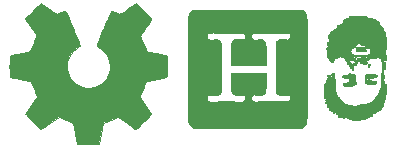
<source format=gbo>
G04 #@! TF.FileFunction,Legend,Bot*
%FSLAX46Y46*%
G04 Gerber Fmt 4.6, Leading zero omitted, Abs format (unit mm)*
G04 Created by KiCad (PCBNEW 4.0.6) date Thu Jun 20 17:07:18 2019*
%MOMM*%
%LPD*%
G01*
G04 APERTURE LIST*
%ADD10C,0.100000*%
%ADD11C,0.010000*%
G04 APERTURE END LIST*
D10*
D11*
G36*
X133590000Y-73230000D02*
X133640000Y-73230000D01*
X133640000Y-73180000D01*
X133590000Y-73180000D01*
X133590000Y-73230000D01*
X133590000Y-73230000D01*
G37*
X133590000Y-73230000D02*
X133640000Y-73230000D01*
X133640000Y-73180000D01*
X133590000Y-73180000D01*
X133590000Y-73230000D01*
G36*
X133640000Y-73230000D02*
X133690000Y-73230000D01*
X133690000Y-73180000D01*
X133640000Y-73180000D01*
X133640000Y-73230000D01*
X133640000Y-73230000D01*
G37*
X133640000Y-73230000D02*
X133690000Y-73230000D01*
X133690000Y-73180000D01*
X133640000Y-73180000D01*
X133640000Y-73230000D01*
G36*
X133690000Y-73230000D02*
X133740000Y-73230000D01*
X133740000Y-73180000D01*
X133690000Y-73180000D01*
X133690000Y-73230000D01*
X133690000Y-73230000D01*
G37*
X133690000Y-73230000D02*
X133740000Y-73230000D01*
X133740000Y-73180000D01*
X133690000Y-73180000D01*
X133690000Y-73230000D01*
G36*
X133740000Y-73230000D02*
X133790000Y-73230000D01*
X133790000Y-73180000D01*
X133740000Y-73180000D01*
X133740000Y-73230000D01*
X133740000Y-73230000D01*
G37*
X133740000Y-73230000D02*
X133790000Y-73230000D01*
X133790000Y-73180000D01*
X133740000Y-73180000D01*
X133740000Y-73230000D01*
G36*
X133840000Y-73230000D02*
X133890000Y-73230000D01*
X133890000Y-73180000D01*
X133840000Y-73180000D01*
X133840000Y-73230000D01*
X133840000Y-73230000D01*
G37*
X133840000Y-73230000D02*
X133890000Y-73230000D01*
X133890000Y-73180000D01*
X133840000Y-73180000D01*
X133840000Y-73230000D01*
G36*
X133890000Y-73230000D02*
X133940000Y-73230000D01*
X133940000Y-73180000D01*
X133890000Y-73180000D01*
X133890000Y-73230000D01*
X133890000Y-73230000D01*
G37*
X133890000Y-73230000D02*
X133940000Y-73230000D01*
X133940000Y-73180000D01*
X133890000Y-73180000D01*
X133890000Y-73230000D01*
G36*
X133940000Y-73230000D02*
X133990000Y-73230000D01*
X133990000Y-73180000D01*
X133940000Y-73180000D01*
X133940000Y-73230000D01*
X133940000Y-73230000D01*
G37*
X133940000Y-73230000D02*
X133990000Y-73230000D01*
X133990000Y-73180000D01*
X133940000Y-73180000D01*
X133940000Y-73230000D01*
G36*
X133540000Y-73180000D02*
X133590000Y-73180000D01*
X133590000Y-73130000D01*
X133540000Y-73130000D01*
X133540000Y-73180000D01*
X133540000Y-73180000D01*
G37*
X133540000Y-73180000D02*
X133590000Y-73180000D01*
X133590000Y-73130000D01*
X133540000Y-73130000D01*
X133540000Y-73180000D01*
G36*
X133590000Y-73180000D02*
X133640000Y-73180000D01*
X133640000Y-73130000D01*
X133590000Y-73130000D01*
X133590000Y-73180000D01*
X133590000Y-73180000D01*
G37*
X133590000Y-73180000D02*
X133640000Y-73180000D01*
X133640000Y-73130000D01*
X133590000Y-73130000D01*
X133590000Y-73180000D01*
G36*
X133640000Y-73180000D02*
X133690000Y-73180000D01*
X133690000Y-73130000D01*
X133640000Y-73130000D01*
X133640000Y-73180000D01*
X133640000Y-73180000D01*
G37*
X133640000Y-73180000D02*
X133690000Y-73180000D01*
X133690000Y-73130000D01*
X133640000Y-73130000D01*
X133640000Y-73180000D01*
G36*
X133690000Y-73180000D02*
X133740000Y-73180000D01*
X133740000Y-73130000D01*
X133690000Y-73130000D01*
X133690000Y-73180000D01*
X133690000Y-73180000D01*
G37*
X133690000Y-73180000D02*
X133740000Y-73180000D01*
X133740000Y-73130000D01*
X133690000Y-73130000D01*
X133690000Y-73180000D01*
G36*
X133740000Y-73180000D02*
X133790000Y-73180000D01*
X133790000Y-73130000D01*
X133740000Y-73130000D01*
X133740000Y-73180000D01*
X133740000Y-73180000D01*
G37*
X133740000Y-73180000D02*
X133790000Y-73180000D01*
X133790000Y-73130000D01*
X133740000Y-73130000D01*
X133740000Y-73180000D01*
G36*
X133790000Y-73180000D02*
X133840000Y-73180000D01*
X133840000Y-73130000D01*
X133790000Y-73130000D01*
X133790000Y-73180000D01*
X133790000Y-73180000D01*
G37*
X133790000Y-73180000D02*
X133840000Y-73180000D01*
X133840000Y-73130000D01*
X133790000Y-73130000D01*
X133790000Y-73180000D01*
G36*
X133840000Y-73180000D02*
X133890000Y-73180000D01*
X133890000Y-73130000D01*
X133840000Y-73130000D01*
X133840000Y-73180000D01*
X133840000Y-73180000D01*
G37*
X133840000Y-73180000D02*
X133890000Y-73180000D01*
X133890000Y-73130000D01*
X133840000Y-73130000D01*
X133840000Y-73180000D01*
G36*
X133890000Y-73180000D02*
X133940000Y-73180000D01*
X133940000Y-73130000D01*
X133890000Y-73130000D01*
X133890000Y-73180000D01*
X133890000Y-73180000D01*
G37*
X133890000Y-73180000D02*
X133940000Y-73180000D01*
X133940000Y-73130000D01*
X133890000Y-73130000D01*
X133890000Y-73180000D01*
G36*
X133940000Y-73180000D02*
X133990000Y-73180000D01*
X133990000Y-73130000D01*
X133940000Y-73130000D01*
X133940000Y-73180000D01*
X133940000Y-73180000D01*
G37*
X133940000Y-73180000D02*
X133990000Y-73180000D01*
X133990000Y-73130000D01*
X133940000Y-73130000D01*
X133940000Y-73180000D01*
G36*
X133990000Y-73180000D02*
X134040000Y-73180000D01*
X134040000Y-73130000D01*
X133990000Y-73130000D01*
X133990000Y-73180000D01*
X133990000Y-73180000D01*
G37*
X133990000Y-73180000D02*
X134040000Y-73180000D01*
X134040000Y-73130000D01*
X133990000Y-73130000D01*
X133990000Y-73180000D01*
G36*
X134040000Y-73180000D02*
X134090000Y-73180000D01*
X134090000Y-73130000D01*
X134040000Y-73130000D01*
X134040000Y-73180000D01*
X134040000Y-73180000D01*
G37*
X134040000Y-73180000D02*
X134090000Y-73180000D01*
X134090000Y-73130000D01*
X134040000Y-73130000D01*
X134040000Y-73180000D01*
G36*
X134090000Y-73180000D02*
X134140000Y-73180000D01*
X134140000Y-73130000D01*
X134090000Y-73130000D01*
X134090000Y-73180000D01*
X134090000Y-73180000D01*
G37*
X134090000Y-73180000D02*
X134140000Y-73180000D01*
X134140000Y-73130000D01*
X134090000Y-73130000D01*
X134090000Y-73180000D01*
G36*
X134140000Y-73180000D02*
X134190000Y-73180000D01*
X134190000Y-73130000D01*
X134140000Y-73130000D01*
X134140000Y-73180000D01*
X134140000Y-73180000D01*
G37*
X134140000Y-73180000D02*
X134190000Y-73180000D01*
X134190000Y-73130000D01*
X134140000Y-73130000D01*
X134140000Y-73180000D01*
G36*
X134190000Y-73180000D02*
X134240000Y-73180000D01*
X134240000Y-73130000D01*
X134190000Y-73130000D01*
X134190000Y-73180000D01*
X134190000Y-73180000D01*
G37*
X134190000Y-73180000D02*
X134240000Y-73180000D01*
X134240000Y-73130000D01*
X134190000Y-73130000D01*
X134190000Y-73180000D01*
G36*
X133340000Y-73130000D02*
X133390000Y-73130000D01*
X133390000Y-73080000D01*
X133340000Y-73080000D01*
X133340000Y-73130000D01*
X133340000Y-73130000D01*
G37*
X133340000Y-73130000D02*
X133390000Y-73130000D01*
X133390000Y-73080000D01*
X133340000Y-73080000D01*
X133340000Y-73130000D01*
G36*
X133390000Y-73130000D02*
X133440000Y-73130000D01*
X133440000Y-73080000D01*
X133390000Y-73080000D01*
X133390000Y-73130000D01*
X133390000Y-73130000D01*
G37*
X133390000Y-73130000D02*
X133440000Y-73130000D01*
X133440000Y-73080000D01*
X133390000Y-73080000D01*
X133390000Y-73130000D01*
G36*
X133440000Y-73130000D02*
X133490000Y-73130000D01*
X133490000Y-73080000D01*
X133440000Y-73080000D01*
X133440000Y-73130000D01*
X133440000Y-73130000D01*
G37*
X133440000Y-73130000D02*
X133490000Y-73130000D01*
X133490000Y-73080000D01*
X133440000Y-73080000D01*
X133440000Y-73130000D01*
G36*
X133490000Y-73130000D02*
X133540000Y-73130000D01*
X133540000Y-73080000D01*
X133490000Y-73080000D01*
X133490000Y-73130000D01*
X133490000Y-73130000D01*
G37*
X133490000Y-73130000D02*
X133540000Y-73130000D01*
X133540000Y-73080000D01*
X133490000Y-73080000D01*
X133490000Y-73130000D01*
G36*
X133540000Y-73130000D02*
X133590000Y-73130000D01*
X133590000Y-73080000D01*
X133540000Y-73080000D01*
X133540000Y-73130000D01*
X133540000Y-73130000D01*
G37*
X133540000Y-73130000D02*
X133590000Y-73130000D01*
X133590000Y-73080000D01*
X133540000Y-73080000D01*
X133540000Y-73130000D01*
G36*
X133590000Y-73130000D02*
X133640000Y-73130000D01*
X133640000Y-73080000D01*
X133590000Y-73080000D01*
X133590000Y-73130000D01*
X133590000Y-73130000D01*
G37*
X133590000Y-73130000D02*
X133640000Y-73130000D01*
X133640000Y-73080000D01*
X133590000Y-73080000D01*
X133590000Y-73130000D01*
G36*
X133640000Y-73130000D02*
X133690000Y-73130000D01*
X133690000Y-73080000D01*
X133640000Y-73080000D01*
X133640000Y-73130000D01*
X133640000Y-73130000D01*
G37*
X133640000Y-73130000D02*
X133690000Y-73130000D01*
X133690000Y-73080000D01*
X133640000Y-73080000D01*
X133640000Y-73130000D01*
G36*
X133690000Y-73130000D02*
X133740000Y-73130000D01*
X133740000Y-73080000D01*
X133690000Y-73080000D01*
X133690000Y-73130000D01*
X133690000Y-73130000D01*
G37*
X133690000Y-73130000D02*
X133740000Y-73130000D01*
X133740000Y-73080000D01*
X133690000Y-73080000D01*
X133690000Y-73130000D01*
G36*
X133740000Y-73130000D02*
X133790000Y-73130000D01*
X133790000Y-73080000D01*
X133740000Y-73080000D01*
X133740000Y-73130000D01*
X133740000Y-73130000D01*
G37*
X133740000Y-73130000D02*
X133790000Y-73130000D01*
X133790000Y-73080000D01*
X133740000Y-73080000D01*
X133740000Y-73130000D01*
G36*
X133790000Y-73130000D02*
X133840000Y-73130000D01*
X133840000Y-73080000D01*
X133790000Y-73080000D01*
X133790000Y-73130000D01*
X133790000Y-73130000D01*
G37*
X133790000Y-73130000D02*
X133840000Y-73130000D01*
X133840000Y-73080000D01*
X133790000Y-73080000D01*
X133790000Y-73130000D01*
G36*
X133840000Y-73130000D02*
X133890000Y-73130000D01*
X133890000Y-73080000D01*
X133840000Y-73080000D01*
X133840000Y-73130000D01*
X133840000Y-73130000D01*
G37*
X133840000Y-73130000D02*
X133890000Y-73130000D01*
X133890000Y-73080000D01*
X133840000Y-73080000D01*
X133840000Y-73130000D01*
G36*
X133890000Y-73130000D02*
X133940000Y-73130000D01*
X133940000Y-73080000D01*
X133890000Y-73080000D01*
X133890000Y-73130000D01*
X133890000Y-73130000D01*
G37*
X133890000Y-73130000D02*
X133940000Y-73130000D01*
X133940000Y-73080000D01*
X133890000Y-73080000D01*
X133890000Y-73130000D01*
G36*
X133940000Y-73130000D02*
X133990000Y-73130000D01*
X133990000Y-73080000D01*
X133940000Y-73080000D01*
X133940000Y-73130000D01*
X133940000Y-73130000D01*
G37*
X133940000Y-73130000D02*
X133990000Y-73130000D01*
X133990000Y-73080000D01*
X133940000Y-73080000D01*
X133940000Y-73130000D01*
G36*
X133990000Y-73130000D02*
X134040000Y-73130000D01*
X134040000Y-73080000D01*
X133990000Y-73080000D01*
X133990000Y-73130000D01*
X133990000Y-73130000D01*
G37*
X133990000Y-73130000D02*
X134040000Y-73130000D01*
X134040000Y-73080000D01*
X133990000Y-73080000D01*
X133990000Y-73130000D01*
G36*
X134040000Y-73130000D02*
X134090000Y-73130000D01*
X134090000Y-73080000D01*
X134040000Y-73080000D01*
X134040000Y-73130000D01*
X134040000Y-73130000D01*
G37*
X134040000Y-73130000D02*
X134090000Y-73130000D01*
X134090000Y-73080000D01*
X134040000Y-73080000D01*
X134040000Y-73130000D01*
G36*
X134090000Y-73130000D02*
X134140000Y-73130000D01*
X134140000Y-73080000D01*
X134090000Y-73080000D01*
X134090000Y-73130000D01*
X134090000Y-73130000D01*
G37*
X134090000Y-73130000D02*
X134140000Y-73130000D01*
X134140000Y-73080000D01*
X134090000Y-73080000D01*
X134090000Y-73130000D01*
G36*
X134140000Y-73130000D02*
X134190000Y-73130000D01*
X134190000Y-73080000D01*
X134140000Y-73080000D01*
X134140000Y-73130000D01*
X134140000Y-73130000D01*
G37*
X134140000Y-73130000D02*
X134190000Y-73130000D01*
X134190000Y-73080000D01*
X134140000Y-73080000D01*
X134140000Y-73130000D01*
G36*
X134190000Y-73130000D02*
X134240000Y-73130000D01*
X134240000Y-73080000D01*
X134190000Y-73080000D01*
X134190000Y-73130000D01*
X134190000Y-73130000D01*
G37*
X134190000Y-73130000D02*
X134240000Y-73130000D01*
X134240000Y-73080000D01*
X134190000Y-73080000D01*
X134190000Y-73130000D01*
G36*
X134240000Y-73130000D02*
X134290000Y-73130000D01*
X134290000Y-73080000D01*
X134240000Y-73080000D01*
X134240000Y-73130000D01*
X134240000Y-73130000D01*
G37*
X134240000Y-73130000D02*
X134290000Y-73130000D01*
X134290000Y-73080000D01*
X134240000Y-73080000D01*
X134240000Y-73130000D01*
G36*
X134290000Y-73130000D02*
X134340000Y-73130000D01*
X134340000Y-73080000D01*
X134290000Y-73080000D01*
X134290000Y-73130000D01*
X134290000Y-73130000D01*
G37*
X134290000Y-73130000D02*
X134340000Y-73130000D01*
X134340000Y-73080000D01*
X134290000Y-73080000D01*
X134290000Y-73130000D01*
G36*
X134340000Y-73130000D02*
X134390000Y-73130000D01*
X134390000Y-73080000D01*
X134340000Y-73080000D01*
X134340000Y-73130000D01*
X134340000Y-73130000D01*
G37*
X134340000Y-73130000D02*
X134390000Y-73130000D01*
X134390000Y-73080000D01*
X134340000Y-73080000D01*
X134340000Y-73130000D01*
G36*
X134490000Y-73130000D02*
X134540000Y-73130000D01*
X134540000Y-73080000D01*
X134490000Y-73080000D01*
X134490000Y-73130000D01*
X134490000Y-73130000D01*
G37*
X134490000Y-73130000D02*
X134540000Y-73130000D01*
X134540000Y-73080000D01*
X134490000Y-73080000D01*
X134490000Y-73130000D01*
G36*
X134540000Y-73130000D02*
X134590000Y-73130000D01*
X134590000Y-73080000D01*
X134540000Y-73080000D01*
X134540000Y-73130000D01*
X134540000Y-73130000D01*
G37*
X134540000Y-73130000D02*
X134590000Y-73130000D01*
X134590000Y-73080000D01*
X134540000Y-73080000D01*
X134540000Y-73130000D01*
G36*
X133290000Y-73080000D02*
X133340000Y-73080000D01*
X133340000Y-73030000D01*
X133290000Y-73030000D01*
X133290000Y-73080000D01*
X133290000Y-73080000D01*
G37*
X133290000Y-73080000D02*
X133340000Y-73080000D01*
X133340000Y-73030000D01*
X133290000Y-73030000D01*
X133290000Y-73080000D01*
G36*
X133340000Y-73080000D02*
X133390000Y-73080000D01*
X133390000Y-73030000D01*
X133340000Y-73030000D01*
X133340000Y-73080000D01*
X133340000Y-73080000D01*
G37*
X133340000Y-73080000D02*
X133390000Y-73080000D01*
X133390000Y-73030000D01*
X133340000Y-73030000D01*
X133340000Y-73080000D01*
G36*
X133390000Y-73080000D02*
X133440000Y-73080000D01*
X133440000Y-73030000D01*
X133390000Y-73030000D01*
X133390000Y-73080000D01*
X133390000Y-73080000D01*
G37*
X133390000Y-73080000D02*
X133440000Y-73080000D01*
X133440000Y-73030000D01*
X133390000Y-73030000D01*
X133390000Y-73080000D01*
G36*
X133440000Y-73080000D02*
X133490000Y-73080000D01*
X133490000Y-73030000D01*
X133440000Y-73030000D01*
X133440000Y-73080000D01*
X133440000Y-73080000D01*
G37*
X133440000Y-73080000D02*
X133490000Y-73080000D01*
X133490000Y-73030000D01*
X133440000Y-73030000D01*
X133440000Y-73080000D01*
G36*
X133490000Y-73080000D02*
X133540000Y-73080000D01*
X133540000Y-73030000D01*
X133490000Y-73030000D01*
X133490000Y-73080000D01*
X133490000Y-73080000D01*
G37*
X133490000Y-73080000D02*
X133540000Y-73080000D01*
X133540000Y-73030000D01*
X133490000Y-73030000D01*
X133490000Y-73080000D01*
G36*
X133540000Y-73080000D02*
X133590000Y-73080000D01*
X133590000Y-73030000D01*
X133540000Y-73030000D01*
X133540000Y-73080000D01*
X133540000Y-73080000D01*
G37*
X133540000Y-73080000D02*
X133590000Y-73080000D01*
X133590000Y-73030000D01*
X133540000Y-73030000D01*
X133540000Y-73080000D01*
G36*
X133590000Y-73080000D02*
X133640000Y-73080000D01*
X133640000Y-73030000D01*
X133590000Y-73030000D01*
X133590000Y-73080000D01*
X133590000Y-73080000D01*
G37*
X133590000Y-73080000D02*
X133640000Y-73080000D01*
X133640000Y-73030000D01*
X133590000Y-73030000D01*
X133590000Y-73080000D01*
G36*
X133640000Y-73080000D02*
X133690000Y-73080000D01*
X133690000Y-73030000D01*
X133640000Y-73030000D01*
X133640000Y-73080000D01*
X133640000Y-73080000D01*
G37*
X133640000Y-73080000D02*
X133690000Y-73080000D01*
X133690000Y-73030000D01*
X133640000Y-73030000D01*
X133640000Y-73080000D01*
G36*
X133690000Y-73080000D02*
X133740000Y-73080000D01*
X133740000Y-73030000D01*
X133690000Y-73030000D01*
X133690000Y-73080000D01*
X133690000Y-73080000D01*
G37*
X133690000Y-73080000D02*
X133740000Y-73080000D01*
X133740000Y-73030000D01*
X133690000Y-73030000D01*
X133690000Y-73080000D01*
G36*
X133740000Y-73080000D02*
X133790000Y-73080000D01*
X133790000Y-73030000D01*
X133740000Y-73030000D01*
X133740000Y-73080000D01*
X133740000Y-73080000D01*
G37*
X133740000Y-73080000D02*
X133790000Y-73080000D01*
X133790000Y-73030000D01*
X133740000Y-73030000D01*
X133740000Y-73080000D01*
G36*
X133790000Y-73080000D02*
X133840000Y-73080000D01*
X133840000Y-73030000D01*
X133790000Y-73030000D01*
X133790000Y-73080000D01*
X133790000Y-73080000D01*
G37*
X133790000Y-73080000D02*
X133840000Y-73080000D01*
X133840000Y-73030000D01*
X133790000Y-73030000D01*
X133790000Y-73080000D01*
G36*
X133840000Y-73080000D02*
X133890000Y-73080000D01*
X133890000Y-73030000D01*
X133840000Y-73030000D01*
X133840000Y-73080000D01*
X133840000Y-73080000D01*
G37*
X133840000Y-73080000D02*
X133890000Y-73080000D01*
X133890000Y-73030000D01*
X133840000Y-73030000D01*
X133840000Y-73080000D01*
G36*
X133890000Y-73080000D02*
X133940000Y-73080000D01*
X133940000Y-73030000D01*
X133890000Y-73030000D01*
X133890000Y-73080000D01*
X133890000Y-73080000D01*
G37*
X133890000Y-73080000D02*
X133940000Y-73080000D01*
X133940000Y-73030000D01*
X133890000Y-73030000D01*
X133890000Y-73080000D01*
G36*
X133940000Y-73080000D02*
X133990000Y-73080000D01*
X133990000Y-73030000D01*
X133940000Y-73030000D01*
X133940000Y-73080000D01*
X133940000Y-73080000D01*
G37*
X133940000Y-73080000D02*
X133990000Y-73080000D01*
X133990000Y-73030000D01*
X133940000Y-73030000D01*
X133940000Y-73080000D01*
G36*
X133990000Y-73080000D02*
X134040000Y-73080000D01*
X134040000Y-73030000D01*
X133990000Y-73030000D01*
X133990000Y-73080000D01*
X133990000Y-73080000D01*
G37*
X133990000Y-73080000D02*
X134040000Y-73080000D01*
X134040000Y-73030000D01*
X133990000Y-73030000D01*
X133990000Y-73080000D01*
G36*
X134040000Y-73080000D02*
X134090000Y-73080000D01*
X134090000Y-73030000D01*
X134040000Y-73030000D01*
X134040000Y-73080000D01*
X134040000Y-73080000D01*
G37*
X134040000Y-73080000D02*
X134090000Y-73080000D01*
X134090000Y-73030000D01*
X134040000Y-73030000D01*
X134040000Y-73080000D01*
G36*
X134090000Y-73080000D02*
X134140000Y-73080000D01*
X134140000Y-73030000D01*
X134090000Y-73030000D01*
X134090000Y-73080000D01*
X134090000Y-73080000D01*
G37*
X134090000Y-73080000D02*
X134140000Y-73080000D01*
X134140000Y-73030000D01*
X134090000Y-73030000D01*
X134090000Y-73080000D01*
G36*
X134190000Y-73080000D02*
X134240000Y-73080000D01*
X134240000Y-73030000D01*
X134190000Y-73030000D01*
X134190000Y-73080000D01*
X134190000Y-73080000D01*
G37*
X134190000Y-73080000D02*
X134240000Y-73080000D01*
X134240000Y-73030000D01*
X134190000Y-73030000D01*
X134190000Y-73080000D01*
G36*
X134240000Y-73080000D02*
X134290000Y-73080000D01*
X134290000Y-73030000D01*
X134240000Y-73030000D01*
X134240000Y-73080000D01*
X134240000Y-73080000D01*
G37*
X134240000Y-73080000D02*
X134290000Y-73080000D01*
X134290000Y-73030000D01*
X134240000Y-73030000D01*
X134240000Y-73080000D01*
G36*
X134290000Y-73080000D02*
X134340000Y-73080000D01*
X134340000Y-73030000D01*
X134290000Y-73030000D01*
X134290000Y-73080000D01*
X134290000Y-73080000D01*
G37*
X134290000Y-73080000D02*
X134340000Y-73080000D01*
X134340000Y-73030000D01*
X134290000Y-73030000D01*
X134290000Y-73080000D01*
G36*
X134340000Y-73080000D02*
X134390000Y-73080000D01*
X134390000Y-73030000D01*
X134340000Y-73030000D01*
X134340000Y-73080000D01*
X134340000Y-73080000D01*
G37*
X134340000Y-73080000D02*
X134390000Y-73080000D01*
X134390000Y-73030000D01*
X134340000Y-73030000D01*
X134340000Y-73080000D01*
G36*
X134490000Y-73080000D02*
X134540000Y-73080000D01*
X134540000Y-73030000D01*
X134490000Y-73030000D01*
X134490000Y-73080000D01*
X134490000Y-73080000D01*
G37*
X134490000Y-73080000D02*
X134540000Y-73080000D01*
X134540000Y-73030000D01*
X134490000Y-73030000D01*
X134490000Y-73080000D01*
G36*
X134540000Y-73080000D02*
X134590000Y-73080000D01*
X134590000Y-73030000D01*
X134540000Y-73030000D01*
X134540000Y-73080000D01*
X134540000Y-73080000D01*
G37*
X134540000Y-73080000D02*
X134590000Y-73080000D01*
X134590000Y-73030000D01*
X134540000Y-73030000D01*
X134540000Y-73080000D01*
G36*
X134590000Y-73080000D02*
X134640000Y-73080000D01*
X134640000Y-73030000D01*
X134590000Y-73030000D01*
X134590000Y-73080000D01*
X134590000Y-73080000D01*
G37*
X134590000Y-73080000D02*
X134640000Y-73080000D01*
X134640000Y-73030000D01*
X134590000Y-73030000D01*
X134590000Y-73080000D01*
G36*
X132790000Y-73030000D02*
X132840000Y-73030000D01*
X132840000Y-72980000D01*
X132790000Y-72980000D01*
X132790000Y-73030000D01*
X132790000Y-73030000D01*
G37*
X132790000Y-73030000D02*
X132840000Y-73030000D01*
X132840000Y-72980000D01*
X132790000Y-72980000D01*
X132790000Y-73030000D01*
G36*
X132840000Y-73030000D02*
X132890000Y-73030000D01*
X132890000Y-72980000D01*
X132840000Y-72980000D01*
X132840000Y-73030000D01*
X132840000Y-73030000D01*
G37*
X132840000Y-73030000D02*
X132890000Y-73030000D01*
X132890000Y-72980000D01*
X132840000Y-72980000D01*
X132840000Y-73030000D01*
G36*
X133090000Y-73030000D02*
X133140000Y-73030000D01*
X133140000Y-72980000D01*
X133090000Y-72980000D01*
X133090000Y-73030000D01*
X133090000Y-73030000D01*
G37*
X133090000Y-73030000D02*
X133140000Y-73030000D01*
X133140000Y-72980000D01*
X133090000Y-72980000D01*
X133090000Y-73030000D01*
G36*
X133140000Y-73030000D02*
X133190000Y-73030000D01*
X133190000Y-72980000D01*
X133140000Y-72980000D01*
X133140000Y-73030000D01*
X133140000Y-73030000D01*
G37*
X133140000Y-73030000D02*
X133190000Y-73030000D01*
X133190000Y-72980000D01*
X133140000Y-72980000D01*
X133140000Y-73030000D01*
G36*
X133190000Y-73030000D02*
X133240000Y-73030000D01*
X133240000Y-72980000D01*
X133190000Y-72980000D01*
X133190000Y-73030000D01*
X133190000Y-73030000D01*
G37*
X133190000Y-73030000D02*
X133240000Y-73030000D01*
X133240000Y-72980000D01*
X133190000Y-72980000D01*
X133190000Y-73030000D01*
G36*
X133290000Y-73030000D02*
X133340000Y-73030000D01*
X133340000Y-72980000D01*
X133290000Y-72980000D01*
X133290000Y-73030000D01*
X133290000Y-73030000D01*
G37*
X133290000Y-73030000D02*
X133340000Y-73030000D01*
X133340000Y-72980000D01*
X133290000Y-72980000D01*
X133290000Y-73030000D01*
G36*
X133340000Y-73030000D02*
X133390000Y-73030000D01*
X133390000Y-72980000D01*
X133340000Y-72980000D01*
X133340000Y-73030000D01*
X133340000Y-73030000D01*
G37*
X133340000Y-73030000D02*
X133390000Y-73030000D01*
X133390000Y-72980000D01*
X133340000Y-72980000D01*
X133340000Y-73030000D01*
G36*
X133390000Y-73030000D02*
X133440000Y-73030000D01*
X133440000Y-72980000D01*
X133390000Y-72980000D01*
X133390000Y-73030000D01*
X133390000Y-73030000D01*
G37*
X133390000Y-73030000D02*
X133440000Y-73030000D01*
X133440000Y-72980000D01*
X133390000Y-72980000D01*
X133390000Y-73030000D01*
G36*
X133440000Y-73030000D02*
X133490000Y-73030000D01*
X133490000Y-72980000D01*
X133440000Y-72980000D01*
X133440000Y-73030000D01*
X133440000Y-73030000D01*
G37*
X133440000Y-73030000D02*
X133490000Y-73030000D01*
X133490000Y-72980000D01*
X133440000Y-72980000D01*
X133440000Y-73030000D01*
G36*
X133490000Y-73030000D02*
X133540000Y-73030000D01*
X133540000Y-72980000D01*
X133490000Y-72980000D01*
X133490000Y-73030000D01*
X133490000Y-73030000D01*
G37*
X133490000Y-73030000D02*
X133540000Y-73030000D01*
X133540000Y-72980000D01*
X133490000Y-72980000D01*
X133490000Y-73030000D01*
G36*
X133540000Y-73030000D02*
X133590000Y-73030000D01*
X133590000Y-72980000D01*
X133540000Y-72980000D01*
X133540000Y-73030000D01*
X133540000Y-73030000D01*
G37*
X133540000Y-73030000D02*
X133590000Y-73030000D01*
X133590000Y-72980000D01*
X133540000Y-72980000D01*
X133540000Y-73030000D01*
G36*
X133590000Y-73030000D02*
X133640000Y-73030000D01*
X133640000Y-72980000D01*
X133590000Y-72980000D01*
X133590000Y-73030000D01*
X133590000Y-73030000D01*
G37*
X133590000Y-73030000D02*
X133640000Y-73030000D01*
X133640000Y-72980000D01*
X133590000Y-72980000D01*
X133590000Y-73030000D01*
G36*
X133640000Y-73030000D02*
X133690000Y-73030000D01*
X133690000Y-72980000D01*
X133640000Y-72980000D01*
X133640000Y-73030000D01*
X133640000Y-73030000D01*
G37*
X133640000Y-73030000D02*
X133690000Y-73030000D01*
X133690000Y-72980000D01*
X133640000Y-72980000D01*
X133640000Y-73030000D01*
G36*
X133690000Y-73030000D02*
X133740000Y-73030000D01*
X133740000Y-72980000D01*
X133690000Y-72980000D01*
X133690000Y-73030000D01*
X133690000Y-73030000D01*
G37*
X133690000Y-73030000D02*
X133740000Y-73030000D01*
X133740000Y-72980000D01*
X133690000Y-72980000D01*
X133690000Y-73030000D01*
G36*
X133740000Y-73030000D02*
X133790000Y-73030000D01*
X133790000Y-72980000D01*
X133740000Y-72980000D01*
X133740000Y-73030000D01*
X133740000Y-73030000D01*
G37*
X133740000Y-73030000D02*
X133790000Y-73030000D01*
X133790000Y-72980000D01*
X133740000Y-72980000D01*
X133740000Y-73030000D01*
G36*
X133790000Y-73030000D02*
X133840000Y-73030000D01*
X133840000Y-72980000D01*
X133790000Y-72980000D01*
X133790000Y-73030000D01*
X133790000Y-73030000D01*
G37*
X133790000Y-73030000D02*
X133840000Y-73030000D01*
X133840000Y-72980000D01*
X133790000Y-72980000D01*
X133790000Y-73030000D01*
G36*
X133840000Y-73030000D02*
X133890000Y-73030000D01*
X133890000Y-72980000D01*
X133840000Y-72980000D01*
X133840000Y-73030000D01*
X133840000Y-73030000D01*
G37*
X133840000Y-73030000D02*
X133890000Y-73030000D01*
X133890000Y-72980000D01*
X133840000Y-72980000D01*
X133840000Y-73030000D01*
G36*
X133890000Y-73030000D02*
X133940000Y-73030000D01*
X133940000Y-72980000D01*
X133890000Y-72980000D01*
X133890000Y-73030000D01*
X133890000Y-73030000D01*
G37*
X133890000Y-73030000D02*
X133940000Y-73030000D01*
X133940000Y-72980000D01*
X133890000Y-72980000D01*
X133890000Y-73030000D01*
G36*
X133940000Y-73030000D02*
X133990000Y-73030000D01*
X133990000Y-72980000D01*
X133940000Y-72980000D01*
X133940000Y-73030000D01*
X133940000Y-73030000D01*
G37*
X133940000Y-73030000D02*
X133990000Y-73030000D01*
X133990000Y-72980000D01*
X133940000Y-72980000D01*
X133940000Y-73030000D01*
G36*
X133990000Y-73030000D02*
X134040000Y-73030000D01*
X134040000Y-72980000D01*
X133990000Y-72980000D01*
X133990000Y-73030000D01*
X133990000Y-73030000D01*
G37*
X133990000Y-73030000D02*
X134040000Y-73030000D01*
X134040000Y-72980000D01*
X133990000Y-72980000D01*
X133990000Y-73030000D01*
G36*
X134040000Y-73030000D02*
X134090000Y-73030000D01*
X134090000Y-72980000D01*
X134040000Y-72980000D01*
X134040000Y-73030000D01*
X134040000Y-73030000D01*
G37*
X134040000Y-73030000D02*
X134090000Y-73030000D01*
X134090000Y-72980000D01*
X134040000Y-72980000D01*
X134040000Y-73030000D01*
G36*
X134090000Y-73030000D02*
X134140000Y-73030000D01*
X134140000Y-72980000D01*
X134090000Y-72980000D01*
X134090000Y-73030000D01*
X134090000Y-73030000D01*
G37*
X134090000Y-73030000D02*
X134140000Y-73030000D01*
X134140000Y-72980000D01*
X134090000Y-72980000D01*
X134090000Y-73030000D01*
G36*
X134140000Y-73030000D02*
X134190000Y-73030000D01*
X134190000Y-72980000D01*
X134140000Y-72980000D01*
X134140000Y-73030000D01*
X134140000Y-73030000D01*
G37*
X134140000Y-73030000D02*
X134190000Y-73030000D01*
X134190000Y-72980000D01*
X134140000Y-72980000D01*
X134140000Y-73030000D01*
G36*
X134190000Y-73030000D02*
X134240000Y-73030000D01*
X134240000Y-72980000D01*
X134190000Y-72980000D01*
X134190000Y-73030000D01*
X134190000Y-73030000D01*
G37*
X134190000Y-73030000D02*
X134240000Y-73030000D01*
X134240000Y-72980000D01*
X134190000Y-72980000D01*
X134190000Y-73030000D01*
G36*
X134240000Y-73030000D02*
X134290000Y-73030000D01*
X134290000Y-72980000D01*
X134240000Y-72980000D01*
X134240000Y-73030000D01*
X134240000Y-73030000D01*
G37*
X134240000Y-73030000D02*
X134290000Y-73030000D01*
X134290000Y-72980000D01*
X134240000Y-72980000D01*
X134240000Y-73030000D01*
G36*
X134290000Y-73030000D02*
X134340000Y-73030000D01*
X134340000Y-72980000D01*
X134290000Y-72980000D01*
X134290000Y-73030000D01*
X134290000Y-73030000D01*
G37*
X134290000Y-73030000D02*
X134340000Y-73030000D01*
X134340000Y-72980000D01*
X134290000Y-72980000D01*
X134290000Y-73030000D01*
G36*
X134340000Y-73030000D02*
X134390000Y-73030000D01*
X134390000Y-72980000D01*
X134340000Y-72980000D01*
X134340000Y-73030000D01*
X134340000Y-73030000D01*
G37*
X134340000Y-73030000D02*
X134390000Y-73030000D01*
X134390000Y-72980000D01*
X134340000Y-72980000D01*
X134340000Y-73030000D01*
G36*
X134390000Y-73030000D02*
X134440000Y-73030000D01*
X134440000Y-72980000D01*
X134390000Y-72980000D01*
X134390000Y-73030000D01*
X134390000Y-73030000D01*
G37*
X134390000Y-73030000D02*
X134440000Y-73030000D01*
X134440000Y-72980000D01*
X134390000Y-72980000D01*
X134390000Y-73030000D01*
G36*
X134440000Y-73030000D02*
X134490000Y-73030000D01*
X134490000Y-72980000D01*
X134440000Y-72980000D01*
X134440000Y-73030000D01*
X134440000Y-73030000D01*
G37*
X134440000Y-73030000D02*
X134490000Y-73030000D01*
X134490000Y-72980000D01*
X134440000Y-72980000D01*
X134440000Y-73030000D01*
G36*
X134540000Y-73030000D02*
X134590000Y-73030000D01*
X134590000Y-72980000D01*
X134540000Y-72980000D01*
X134540000Y-73030000D01*
X134540000Y-73030000D01*
G37*
X134540000Y-73030000D02*
X134590000Y-73030000D01*
X134590000Y-72980000D01*
X134540000Y-72980000D01*
X134540000Y-73030000D01*
G36*
X134590000Y-73030000D02*
X134640000Y-73030000D01*
X134640000Y-72980000D01*
X134590000Y-72980000D01*
X134590000Y-73030000D01*
X134590000Y-73030000D01*
G37*
X134590000Y-73030000D02*
X134640000Y-73030000D01*
X134640000Y-72980000D01*
X134590000Y-72980000D01*
X134590000Y-73030000D01*
G36*
X134640000Y-73030000D02*
X134690000Y-73030000D01*
X134690000Y-72980000D01*
X134640000Y-72980000D01*
X134640000Y-73030000D01*
X134640000Y-73030000D01*
G37*
X134640000Y-73030000D02*
X134690000Y-73030000D01*
X134690000Y-72980000D01*
X134640000Y-72980000D01*
X134640000Y-73030000D01*
G36*
X134690000Y-73030000D02*
X134740000Y-73030000D01*
X134740000Y-72980000D01*
X134690000Y-72980000D01*
X134690000Y-73030000D01*
X134690000Y-73030000D01*
G37*
X134690000Y-73030000D02*
X134740000Y-73030000D01*
X134740000Y-72980000D01*
X134690000Y-72980000D01*
X134690000Y-73030000D01*
G36*
X134740000Y-73030000D02*
X134790000Y-73030000D01*
X134790000Y-72980000D01*
X134740000Y-72980000D01*
X134740000Y-73030000D01*
X134740000Y-73030000D01*
G37*
X134740000Y-73030000D02*
X134790000Y-73030000D01*
X134790000Y-72980000D01*
X134740000Y-72980000D01*
X134740000Y-73030000D01*
G36*
X132590000Y-72980000D02*
X132640000Y-72980000D01*
X132640000Y-72930000D01*
X132590000Y-72930000D01*
X132590000Y-72980000D01*
X132590000Y-72980000D01*
G37*
X132590000Y-72980000D02*
X132640000Y-72980000D01*
X132640000Y-72930000D01*
X132590000Y-72930000D01*
X132590000Y-72980000D01*
G36*
X132740000Y-72980000D02*
X132790000Y-72980000D01*
X132790000Y-72930000D01*
X132740000Y-72930000D01*
X132740000Y-72980000D01*
X132740000Y-72980000D01*
G37*
X132740000Y-72980000D02*
X132790000Y-72980000D01*
X132790000Y-72930000D01*
X132740000Y-72930000D01*
X132740000Y-72980000D01*
G36*
X132790000Y-72980000D02*
X132840000Y-72980000D01*
X132840000Y-72930000D01*
X132790000Y-72930000D01*
X132790000Y-72980000D01*
X132790000Y-72980000D01*
G37*
X132790000Y-72980000D02*
X132840000Y-72980000D01*
X132840000Y-72930000D01*
X132790000Y-72930000D01*
X132790000Y-72980000D01*
G36*
X132840000Y-72980000D02*
X132890000Y-72980000D01*
X132890000Y-72930000D01*
X132840000Y-72930000D01*
X132840000Y-72980000D01*
X132840000Y-72980000D01*
G37*
X132840000Y-72980000D02*
X132890000Y-72980000D01*
X132890000Y-72930000D01*
X132840000Y-72930000D01*
X132840000Y-72980000D01*
G36*
X132890000Y-72980000D02*
X132940000Y-72980000D01*
X132940000Y-72930000D01*
X132890000Y-72930000D01*
X132890000Y-72980000D01*
X132890000Y-72980000D01*
G37*
X132890000Y-72980000D02*
X132940000Y-72980000D01*
X132940000Y-72930000D01*
X132890000Y-72930000D01*
X132890000Y-72980000D01*
G36*
X132990000Y-72980000D02*
X133040000Y-72980000D01*
X133040000Y-72930000D01*
X132990000Y-72930000D01*
X132990000Y-72980000D01*
X132990000Y-72980000D01*
G37*
X132990000Y-72980000D02*
X133040000Y-72980000D01*
X133040000Y-72930000D01*
X132990000Y-72930000D01*
X132990000Y-72980000D01*
G36*
X133040000Y-72980000D02*
X133090000Y-72980000D01*
X133090000Y-72930000D01*
X133040000Y-72930000D01*
X133040000Y-72980000D01*
X133040000Y-72980000D01*
G37*
X133040000Y-72980000D02*
X133090000Y-72980000D01*
X133090000Y-72930000D01*
X133040000Y-72930000D01*
X133040000Y-72980000D01*
G36*
X133090000Y-72980000D02*
X133140000Y-72980000D01*
X133140000Y-72930000D01*
X133090000Y-72930000D01*
X133090000Y-72980000D01*
X133090000Y-72980000D01*
G37*
X133090000Y-72980000D02*
X133140000Y-72980000D01*
X133140000Y-72930000D01*
X133090000Y-72930000D01*
X133090000Y-72980000D01*
G36*
X133140000Y-72980000D02*
X133190000Y-72980000D01*
X133190000Y-72930000D01*
X133140000Y-72930000D01*
X133140000Y-72980000D01*
X133140000Y-72980000D01*
G37*
X133140000Y-72980000D02*
X133190000Y-72980000D01*
X133190000Y-72930000D01*
X133140000Y-72930000D01*
X133140000Y-72980000D01*
G36*
X133190000Y-72980000D02*
X133240000Y-72980000D01*
X133240000Y-72930000D01*
X133190000Y-72930000D01*
X133190000Y-72980000D01*
X133190000Y-72980000D01*
G37*
X133190000Y-72980000D02*
X133240000Y-72980000D01*
X133240000Y-72930000D01*
X133190000Y-72930000D01*
X133190000Y-72980000D01*
G36*
X133240000Y-72980000D02*
X133290000Y-72980000D01*
X133290000Y-72930000D01*
X133240000Y-72930000D01*
X133240000Y-72980000D01*
X133240000Y-72980000D01*
G37*
X133240000Y-72980000D02*
X133290000Y-72980000D01*
X133290000Y-72930000D01*
X133240000Y-72930000D01*
X133240000Y-72980000D01*
G36*
X133290000Y-72980000D02*
X133340000Y-72980000D01*
X133340000Y-72930000D01*
X133290000Y-72930000D01*
X133290000Y-72980000D01*
X133290000Y-72980000D01*
G37*
X133290000Y-72980000D02*
X133340000Y-72980000D01*
X133340000Y-72930000D01*
X133290000Y-72930000D01*
X133290000Y-72980000D01*
G36*
X133340000Y-72980000D02*
X133390000Y-72980000D01*
X133390000Y-72930000D01*
X133340000Y-72930000D01*
X133340000Y-72980000D01*
X133340000Y-72980000D01*
G37*
X133340000Y-72980000D02*
X133390000Y-72980000D01*
X133390000Y-72930000D01*
X133340000Y-72930000D01*
X133340000Y-72980000D01*
G36*
X133390000Y-72980000D02*
X133440000Y-72980000D01*
X133440000Y-72930000D01*
X133390000Y-72930000D01*
X133390000Y-72980000D01*
X133390000Y-72980000D01*
G37*
X133390000Y-72980000D02*
X133440000Y-72980000D01*
X133440000Y-72930000D01*
X133390000Y-72930000D01*
X133390000Y-72980000D01*
G36*
X133440000Y-72980000D02*
X133490000Y-72980000D01*
X133490000Y-72930000D01*
X133440000Y-72930000D01*
X133440000Y-72980000D01*
X133440000Y-72980000D01*
G37*
X133440000Y-72980000D02*
X133490000Y-72980000D01*
X133490000Y-72930000D01*
X133440000Y-72930000D01*
X133440000Y-72980000D01*
G36*
X133490000Y-72980000D02*
X133540000Y-72980000D01*
X133540000Y-72930000D01*
X133490000Y-72930000D01*
X133490000Y-72980000D01*
X133490000Y-72980000D01*
G37*
X133490000Y-72980000D02*
X133540000Y-72980000D01*
X133540000Y-72930000D01*
X133490000Y-72930000D01*
X133490000Y-72980000D01*
G36*
X133540000Y-72980000D02*
X133590000Y-72980000D01*
X133590000Y-72930000D01*
X133540000Y-72930000D01*
X133540000Y-72980000D01*
X133540000Y-72980000D01*
G37*
X133540000Y-72980000D02*
X133590000Y-72980000D01*
X133590000Y-72930000D01*
X133540000Y-72930000D01*
X133540000Y-72980000D01*
G36*
X133590000Y-72980000D02*
X133640000Y-72980000D01*
X133640000Y-72930000D01*
X133590000Y-72930000D01*
X133590000Y-72980000D01*
X133590000Y-72980000D01*
G37*
X133590000Y-72980000D02*
X133640000Y-72980000D01*
X133640000Y-72930000D01*
X133590000Y-72930000D01*
X133590000Y-72980000D01*
G36*
X133640000Y-72980000D02*
X133690000Y-72980000D01*
X133690000Y-72930000D01*
X133640000Y-72930000D01*
X133640000Y-72980000D01*
X133640000Y-72980000D01*
G37*
X133640000Y-72980000D02*
X133690000Y-72980000D01*
X133690000Y-72930000D01*
X133640000Y-72930000D01*
X133640000Y-72980000D01*
G36*
X133690000Y-72980000D02*
X133740000Y-72980000D01*
X133740000Y-72930000D01*
X133690000Y-72930000D01*
X133690000Y-72980000D01*
X133690000Y-72980000D01*
G37*
X133690000Y-72980000D02*
X133740000Y-72980000D01*
X133740000Y-72930000D01*
X133690000Y-72930000D01*
X133690000Y-72980000D01*
G36*
X133740000Y-72980000D02*
X133790000Y-72980000D01*
X133790000Y-72930000D01*
X133740000Y-72930000D01*
X133740000Y-72980000D01*
X133740000Y-72980000D01*
G37*
X133740000Y-72980000D02*
X133790000Y-72980000D01*
X133790000Y-72930000D01*
X133740000Y-72930000D01*
X133740000Y-72980000D01*
G36*
X133790000Y-72980000D02*
X133840000Y-72980000D01*
X133840000Y-72930000D01*
X133790000Y-72930000D01*
X133790000Y-72980000D01*
X133790000Y-72980000D01*
G37*
X133790000Y-72980000D02*
X133840000Y-72980000D01*
X133840000Y-72930000D01*
X133790000Y-72930000D01*
X133790000Y-72980000D01*
G36*
X133840000Y-72980000D02*
X133890000Y-72980000D01*
X133890000Y-72930000D01*
X133840000Y-72930000D01*
X133840000Y-72980000D01*
X133840000Y-72980000D01*
G37*
X133840000Y-72980000D02*
X133890000Y-72980000D01*
X133890000Y-72930000D01*
X133840000Y-72930000D01*
X133840000Y-72980000D01*
G36*
X133890000Y-72980000D02*
X133940000Y-72980000D01*
X133940000Y-72930000D01*
X133890000Y-72930000D01*
X133890000Y-72980000D01*
X133890000Y-72980000D01*
G37*
X133890000Y-72980000D02*
X133940000Y-72980000D01*
X133940000Y-72930000D01*
X133890000Y-72930000D01*
X133890000Y-72980000D01*
G36*
X133940000Y-72980000D02*
X133990000Y-72980000D01*
X133990000Y-72930000D01*
X133940000Y-72930000D01*
X133940000Y-72980000D01*
X133940000Y-72980000D01*
G37*
X133940000Y-72980000D02*
X133990000Y-72980000D01*
X133990000Y-72930000D01*
X133940000Y-72930000D01*
X133940000Y-72980000D01*
G36*
X133990000Y-72980000D02*
X134040000Y-72980000D01*
X134040000Y-72930000D01*
X133990000Y-72930000D01*
X133990000Y-72980000D01*
X133990000Y-72980000D01*
G37*
X133990000Y-72980000D02*
X134040000Y-72980000D01*
X134040000Y-72930000D01*
X133990000Y-72930000D01*
X133990000Y-72980000D01*
G36*
X134040000Y-72980000D02*
X134090000Y-72980000D01*
X134090000Y-72930000D01*
X134040000Y-72930000D01*
X134040000Y-72980000D01*
X134040000Y-72980000D01*
G37*
X134040000Y-72980000D02*
X134090000Y-72980000D01*
X134090000Y-72930000D01*
X134040000Y-72930000D01*
X134040000Y-72980000D01*
G36*
X134090000Y-72980000D02*
X134140000Y-72980000D01*
X134140000Y-72930000D01*
X134090000Y-72930000D01*
X134090000Y-72980000D01*
X134090000Y-72980000D01*
G37*
X134090000Y-72980000D02*
X134140000Y-72980000D01*
X134140000Y-72930000D01*
X134090000Y-72930000D01*
X134090000Y-72980000D01*
G36*
X134140000Y-72980000D02*
X134190000Y-72980000D01*
X134190000Y-72930000D01*
X134140000Y-72930000D01*
X134140000Y-72980000D01*
X134140000Y-72980000D01*
G37*
X134140000Y-72980000D02*
X134190000Y-72980000D01*
X134190000Y-72930000D01*
X134140000Y-72930000D01*
X134140000Y-72980000D01*
G36*
X134190000Y-72980000D02*
X134240000Y-72980000D01*
X134240000Y-72930000D01*
X134190000Y-72930000D01*
X134190000Y-72980000D01*
X134190000Y-72980000D01*
G37*
X134190000Y-72980000D02*
X134240000Y-72980000D01*
X134240000Y-72930000D01*
X134190000Y-72930000D01*
X134190000Y-72980000D01*
G36*
X134240000Y-72980000D02*
X134290000Y-72980000D01*
X134290000Y-72930000D01*
X134240000Y-72930000D01*
X134240000Y-72980000D01*
X134240000Y-72980000D01*
G37*
X134240000Y-72980000D02*
X134290000Y-72980000D01*
X134290000Y-72930000D01*
X134240000Y-72930000D01*
X134240000Y-72980000D01*
G36*
X134290000Y-72980000D02*
X134340000Y-72980000D01*
X134340000Y-72930000D01*
X134290000Y-72930000D01*
X134290000Y-72980000D01*
X134290000Y-72980000D01*
G37*
X134290000Y-72980000D02*
X134340000Y-72980000D01*
X134340000Y-72930000D01*
X134290000Y-72930000D01*
X134290000Y-72980000D01*
G36*
X134340000Y-72980000D02*
X134390000Y-72980000D01*
X134390000Y-72930000D01*
X134340000Y-72930000D01*
X134340000Y-72980000D01*
X134340000Y-72980000D01*
G37*
X134340000Y-72980000D02*
X134390000Y-72980000D01*
X134390000Y-72930000D01*
X134340000Y-72930000D01*
X134340000Y-72980000D01*
G36*
X134390000Y-72980000D02*
X134440000Y-72980000D01*
X134440000Y-72930000D01*
X134390000Y-72930000D01*
X134390000Y-72980000D01*
X134390000Y-72980000D01*
G37*
X134390000Y-72980000D02*
X134440000Y-72980000D01*
X134440000Y-72930000D01*
X134390000Y-72930000D01*
X134390000Y-72980000D01*
G36*
X134440000Y-72980000D02*
X134490000Y-72980000D01*
X134490000Y-72930000D01*
X134440000Y-72930000D01*
X134440000Y-72980000D01*
X134440000Y-72980000D01*
G37*
X134440000Y-72980000D02*
X134490000Y-72980000D01*
X134490000Y-72930000D01*
X134440000Y-72930000D01*
X134440000Y-72980000D01*
G36*
X134490000Y-72980000D02*
X134540000Y-72980000D01*
X134540000Y-72930000D01*
X134490000Y-72930000D01*
X134490000Y-72980000D01*
X134490000Y-72980000D01*
G37*
X134490000Y-72980000D02*
X134540000Y-72980000D01*
X134540000Y-72930000D01*
X134490000Y-72930000D01*
X134490000Y-72980000D01*
G36*
X134540000Y-72980000D02*
X134590000Y-72980000D01*
X134590000Y-72930000D01*
X134540000Y-72930000D01*
X134540000Y-72980000D01*
X134540000Y-72980000D01*
G37*
X134540000Y-72980000D02*
X134590000Y-72980000D01*
X134590000Y-72930000D01*
X134540000Y-72930000D01*
X134540000Y-72980000D01*
G36*
X134590000Y-72980000D02*
X134640000Y-72980000D01*
X134640000Y-72930000D01*
X134590000Y-72930000D01*
X134590000Y-72980000D01*
X134590000Y-72980000D01*
G37*
X134590000Y-72980000D02*
X134640000Y-72980000D01*
X134640000Y-72930000D01*
X134590000Y-72930000D01*
X134590000Y-72980000D01*
G36*
X134640000Y-72980000D02*
X134690000Y-72980000D01*
X134690000Y-72930000D01*
X134640000Y-72930000D01*
X134640000Y-72980000D01*
X134640000Y-72980000D01*
G37*
X134640000Y-72980000D02*
X134690000Y-72980000D01*
X134690000Y-72930000D01*
X134640000Y-72930000D01*
X134640000Y-72980000D01*
G36*
X134690000Y-72980000D02*
X134740000Y-72980000D01*
X134740000Y-72930000D01*
X134690000Y-72930000D01*
X134690000Y-72980000D01*
X134690000Y-72980000D01*
G37*
X134690000Y-72980000D02*
X134740000Y-72980000D01*
X134740000Y-72930000D01*
X134690000Y-72930000D01*
X134690000Y-72980000D01*
G36*
X134740000Y-72980000D02*
X134790000Y-72980000D01*
X134790000Y-72930000D01*
X134740000Y-72930000D01*
X134740000Y-72980000D01*
X134740000Y-72980000D01*
G37*
X134740000Y-72980000D02*
X134790000Y-72980000D01*
X134790000Y-72930000D01*
X134740000Y-72930000D01*
X134740000Y-72980000D01*
G36*
X134790000Y-72980000D02*
X134840000Y-72980000D01*
X134840000Y-72930000D01*
X134790000Y-72930000D01*
X134790000Y-72980000D01*
X134790000Y-72980000D01*
G37*
X134790000Y-72980000D02*
X134840000Y-72980000D01*
X134840000Y-72930000D01*
X134790000Y-72930000D01*
X134790000Y-72980000D01*
G36*
X134840000Y-72980000D02*
X134890000Y-72980000D01*
X134890000Y-72930000D01*
X134840000Y-72930000D01*
X134840000Y-72980000D01*
X134840000Y-72980000D01*
G37*
X134840000Y-72980000D02*
X134890000Y-72980000D01*
X134890000Y-72930000D01*
X134840000Y-72930000D01*
X134840000Y-72980000D01*
G36*
X134890000Y-72980000D02*
X134940000Y-72980000D01*
X134940000Y-72930000D01*
X134890000Y-72930000D01*
X134890000Y-72980000D01*
X134890000Y-72980000D01*
G37*
X134890000Y-72980000D02*
X134940000Y-72980000D01*
X134940000Y-72930000D01*
X134890000Y-72930000D01*
X134890000Y-72980000D01*
G36*
X134940000Y-72980000D02*
X134990000Y-72980000D01*
X134990000Y-72930000D01*
X134940000Y-72930000D01*
X134940000Y-72980000D01*
X134940000Y-72980000D01*
G37*
X134940000Y-72980000D02*
X134990000Y-72980000D01*
X134990000Y-72930000D01*
X134940000Y-72930000D01*
X134940000Y-72980000D01*
G36*
X132340000Y-72930000D02*
X132390000Y-72930000D01*
X132390000Y-72880000D01*
X132340000Y-72880000D01*
X132340000Y-72930000D01*
X132340000Y-72930000D01*
G37*
X132340000Y-72930000D02*
X132390000Y-72930000D01*
X132390000Y-72880000D01*
X132340000Y-72880000D01*
X132340000Y-72930000D01*
G36*
X132390000Y-72930000D02*
X132440000Y-72930000D01*
X132440000Y-72880000D01*
X132390000Y-72880000D01*
X132390000Y-72930000D01*
X132390000Y-72930000D01*
G37*
X132390000Y-72930000D02*
X132440000Y-72930000D01*
X132440000Y-72880000D01*
X132390000Y-72880000D01*
X132390000Y-72930000D01*
G36*
X132440000Y-72930000D02*
X132490000Y-72930000D01*
X132490000Y-72880000D01*
X132440000Y-72880000D01*
X132440000Y-72930000D01*
X132440000Y-72930000D01*
G37*
X132440000Y-72930000D02*
X132490000Y-72930000D01*
X132490000Y-72880000D01*
X132440000Y-72880000D01*
X132440000Y-72930000D01*
G36*
X132540000Y-72930000D02*
X132590000Y-72930000D01*
X132590000Y-72880000D01*
X132540000Y-72880000D01*
X132540000Y-72930000D01*
X132540000Y-72930000D01*
G37*
X132540000Y-72930000D02*
X132590000Y-72930000D01*
X132590000Y-72880000D01*
X132540000Y-72880000D01*
X132540000Y-72930000D01*
G36*
X132590000Y-72930000D02*
X132640000Y-72930000D01*
X132640000Y-72880000D01*
X132590000Y-72880000D01*
X132590000Y-72930000D01*
X132590000Y-72930000D01*
G37*
X132590000Y-72930000D02*
X132640000Y-72930000D01*
X132640000Y-72880000D01*
X132590000Y-72880000D01*
X132590000Y-72930000D01*
G36*
X132740000Y-72930000D02*
X132790000Y-72930000D01*
X132790000Y-72880000D01*
X132740000Y-72880000D01*
X132740000Y-72930000D01*
X132740000Y-72930000D01*
G37*
X132740000Y-72930000D02*
X132790000Y-72930000D01*
X132790000Y-72880000D01*
X132740000Y-72880000D01*
X132740000Y-72930000D01*
G36*
X132790000Y-72930000D02*
X132840000Y-72930000D01*
X132840000Y-72880000D01*
X132790000Y-72880000D01*
X132790000Y-72930000D01*
X132790000Y-72930000D01*
G37*
X132790000Y-72930000D02*
X132840000Y-72930000D01*
X132840000Y-72880000D01*
X132790000Y-72880000D01*
X132790000Y-72930000D01*
G36*
X132840000Y-72930000D02*
X132890000Y-72930000D01*
X132890000Y-72880000D01*
X132840000Y-72880000D01*
X132840000Y-72930000D01*
X132840000Y-72930000D01*
G37*
X132840000Y-72930000D02*
X132890000Y-72930000D01*
X132890000Y-72880000D01*
X132840000Y-72880000D01*
X132840000Y-72930000D01*
G36*
X132890000Y-72930000D02*
X132940000Y-72930000D01*
X132940000Y-72880000D01*
X132890000Y-72880000D01*
X132890000Y-72930000D01*
X132890000Y-72930000D01*
G37*
X132890000Y-72930000D02*
X132940000Y-72930000D01*
X132940000Y-72880000D01*
X132890000Y-72880000D01*
X132890000Y-72930000D01*
G36*
X132940000Y-72930000D02*
X132990000Y-72930000D01*
X132990000Y-72880000D01*
X132940000Y-72880000D01*
X132940000Y-72930000D01*
X132940000Y-72930000D01*
G37*
X132940000Y-72930000D02*
X132990000Y-72930000D01*
X132990000Y-72880000D01*
X132940000Y-72880000D01*
X132940000Y-72930000D01*
G36*
X132990000Y-72930000D02*
X133040000Y-72930000D01*
X133040000Y-72880000D01*
X132990000Y-72880000D01*
X132990000Y-72930000D01*
X132990000Y-72930000D01*
G37*
X132990000Y-72930000D02*
X133040000Y-72930000D01*
X133040000Y-72880000D01*
X132990000Y-72880000D01*
X132990000Y-72930000D01*
G36*
X133040000Y-72930000D02*
X133090000Y-72930000D01*
X133090000Y-72880000D01*
X133040000Y-72880000D01*
X133040000Y-72930000D01*
X133040000Y-72930000D01*
G37*
X133040000Y-72930000D02*
X133090000Y-72930000D01*
X133090000Y-72880000D01*
X133040000Y-72880000D01*
X133040000Y-72930000D01*
G36*
X133090000Y-72930000D02*
X133140000Y-72930000D01*
X133140000Y-72880000D01*
X133090000Y-72880000D01*
X133090000Y-72930000D01*
X133090000Y-72930000D01*
G37*
X133090000Y-72930000D02*
X133140000Y-72930000D01*
X133140000Y-72880000D01*
X133090000Y-72880000D01*
X133090000Y-72930000D01*
G36*
X133140000Y-72930000D02*
X133190000Y-72930000D01*
X133190000Y-72880000D01*
X133140000Y-72880000D01*
X133140000Y-72930000D01*
X133140000Y-72930000D01*
G37*
X133140000Y-72930000D02*
X133190000Y-72930000D01*
X133190000Y-72880000D01*
X133140000Y-72880000D01*
X133140000Y-72930000D01*
G36*
X133190000Y-72930000D02*
X133240000Y-72930000D01*
X133240000Y-72880000D01*
X133190000Y-72880000D01*
X133190000Y-72930000D01*
X133190000Y-72930000D01*
G37*
X133190000Y-72930000D02*
X133240000Y-72930000D01*
X133240000Y-72880000D01*
X133190000Y-72880000D01*
X133190000Y-72930000D01*
G36*
X133240000Y-72930000D02*
X133290000Y-72930000D01*
X133290000Y-72880000D01*
X133240000Y-72880000D01*
X133240000Y-72930000D01*
X133240000Y-72930000D01*
G37*
X133240000Y-72930000D02*
X133290000Y-72930000D01*
X133290000Y-72880000D01*
X133240000Y-72880000D01*
X133240000Y-72930000D01*
G36*
X133290000Y-72930000D02*
X133340000Y-72930000D01*
X133340000Y-72880000D01*
X133290000Y-72880000D01*
X133290000Y-72930000D01*
X133290000Y-72930000D01*
G37*
X133290000Y-72930000D02*
X133340000Y-72930000D01*
X133340000Y-72880000D01*
X133290000Y-72880000D01*
X133290000Y-72930000D01*
G36*
X133340000Y-72930000D02*
X133390000Y-72930000D01*
X133390000Y-72880000D01*
X133340000Y-72880000D01*
X133340000Y-72930000D01*
X133340000Y-72930000D01*
G37*
X133340000Y-72930000D02*
X133390000Y-72930000D01*
X133390000Y-72880000D01*
X133340000Y-72880000D01*
X133340000Y-72930000D01*
G36*
X133390000Y-72930000D02*
X133440000Y-72930000D01*
X133440000Y-72880000D01*
X133390000Y-72880000D01*
X133390000Y-72930000D01*
X133390000Y-72930000D01*
G37*
X133390000Y-72930000D02*
X133440000Y-72930000D01*
X133440000Y-72880000D01*
X133390000Y-72880000D01*
X133390000Y-72930000D01*
G36*
X133440000Y-72930000D02*
X133490000Y-72930000D01*
X133490000Y-72880000D01*
X133440000Y-72880000D01*
X133440000Y-72930000D01*
X133440000Y-72930000D01*
G37*
X133440000Y-72930000D02*
X133490000Y-72930000D01*
X133490000Y-72880000D01*
X133440000Y-72880000D01*
X133440000Y-72930000D01*
G36*
X133490000Y-72930000D02*
X133540000Y-72930000D01*
X133540000Y-72880000D01*
X133490000Y-72880000D01*
X133490000Y-72930000D01*
X133490000Y-72930000D01*
G37*
X133490000Y-72930000D02*
X133540000Y-72930000D01*
X133540000Y-72880000D01*
X133490000Y-72880000D01*
X133490000Y-72930000D01*
G36*
X133540000Y-72930000D02*
X133590000Y-72930000D01*
X133590000Y-72880000D01*
X133540000Y-72880000D01*
X133540000Y-72930000D01*
X133540000Y-72930000D01*
G37*
X133540000Y-72930000D02*
X133590000Y-72930000D01*
X133590000Y-72880000D01*
X133540000Y-72880000D01*
X133540000Y-72930000D01*
G36*
X133590000Y-72930000D02*
X133640000Y-72930000D01*
X133640000Y-72880000D01*
X133590000Y-72880000D01*
X133590000Y-72930000D01*
X133590000Y-72930000D01*
G37*
X133590000Y-72930000D02*
X133640000Y-72930000D01*
X133640000Y-72880000D01*
X133590000Y-72880000D01*
X133590000Y-72930000D01*
G36*
X133640000Y-72930000D02*
X133690000Y-72930000D01*
X133690000Y-72880000D01*
X133640000Y-72880000D01*
X133640000Y-72930000D01*
X133640000Y-72930000D01*
G37*
X133640000Y-72930000D02*
X133690000Y-72930000D01*
X133690000Y-72880000D01*
X133640000Y-72880000D01*
X133640000Y-72930000D01*
G36*
X133690000Y-72930000D02*
X133740000Y-72930000D01*
X133740000Y-72880000D01*
X133690000Y-72880000D01*
X133690000Y-72930000D01*
X133690000Y-72930000D01*
G37*
X133690000Y-72930000D02*
X133740000Y-72930000D01*
X133740000Y-72880000D01*
X133690000Y-72880000D01*
X133690000Y-72930000D01*
G36*
X133740000Y-72930000D02*
X133790000Y-72930000D01*
X133790000Y-72880000D01*
X133740000Y-72880000D01*
X133740000Y-72930000D01*
X133740000Y-72930000D01*
G37*
X133740000Y-72930000D02*
X133790000Y-72930000D01*
X133790000Y-72880000D01*
X133740000Y-72880000D01*
X133740000Y-72930000D01*
G36*
X133790000Y-72930000D02*
X133840000Y-72930000D01*
X133840000Y-72880000D01*
X133790000Y-72880000D01*
X133790000Y-72930000D01*
X133790000Y-72930000D01*
G37*
X133790000Y-72930000D02*
X133840000Y-72930000D01*
X133840000Y-72880000D01*
X133790000Y-72880000D01*
X133790000Y-72930000D01*
G36*
X133840000Y-72930000D02*
X133890000Y-72930000D01*
X133890000Y-72880000D01*
X133840000Y-72880000D01*
X133840000Y-72930000D01*
X133840000Y-72930000D01*
G37*
X133840000Y-72930000D02*
X133890000Y-72930000D01*
X133890000Y-72880000D01*
X133840000Y-72880000D01*
X133840000Y-72930000D01*
G36*
X133890000Y-72930000D02*
X133940000Y-72930000D01*
X133940000Y-72880000D01*
X133890000Y-72880000D01*
X133890000Y-72930000D01*
X133890000Y-72930000D01*
G37*
X133890000Y-72930000D02*
X133940000Y-72930000D01*
X133940000Y-72880000D01*
X133890000Y-72880000D01*
X133890000Y-72930000D01*
G36*
X133940000Y-72930000D02*
X133990000Y-72930000D01*
X133990000Y-72880000D01*
X133940000Y-72880000D01*
X133940000Y-72930000D01*
X133940000Y-72930000D01*
G37*
X133940000Y-72930000D02*
X133990000Y-72930000D01*
X133990000Y-72880000D01*
X133940000Y-72880000D01*
X133940000Y-72930000D01*
G36*
X133990000Y-72930000D02*
X134040000Y-72930000D01*
X134040000Y-72880000D01*
X133990000Y-72880000D01*
X133990000Y-72930000D01*
X133990000Y-72930000D01*
G37*
X133990000Y-72930000D02*
X134040000Y-72930000D01*
X134040000Y-72880000D01*
X133990000Y-72880000D01*
X133990000Y-72930000D01*
G36*
X134040000Y-72930000D02*
X134090000Y-72930000D01*
X134090000Y-72880000D01*
X134040000Y-72880000D01*
X134040000Y-72930000D01*
X134040000Y-72930000D01*
G37*
X134040000Y-72930000D02*
X134090000Y-72930000D01*
X134090000Y-72880000D01*
X134040000Y-72880000D01*
X134040000Y-72930000D01*
G36*
X134090000Y-72930000D02*
X134140000Y-72930000D01*
X134140000Y-72880000D01*
X134090000Y-72880000D01*
X134090000Y-72930000D01*
X134090000Y-72930000D01*
G37*
X134090000Y-72930000D02*
X134140000Y-72930000D01*
X134140000Y-72880000D01*
X134090000Y-72880000D01*
X134090000Y-72930000D01*
G36*
X134140000Y-72930000D02*
X134190000Y-72930000D01*
X134190000Y-72880000D01*
X134140000Y-72880000D01*
X134140000Y-72930000D01*
X134140000Y-72930000D01*
G37*
X134140000Y-72930000D02*
X134190000Y-72930000D01*
X134190000Y-72880000D01*
X134140000Y-72880000D01*
X134140000Y-72930000D01*
G36*
X134190000Y-72930000D02*
X134240000Y-72930000D01*
X134240000Y-72880000D01*
X134190000Y-72880000D01*
X134190000Y-72930000D01*
X134190000Y-72930000D01*
G37*
X134190000Y-72930000D02*
X134240000Y-72930000D01*
X134240000Y-72880000D01*
X134190000Y-72880000D01*
X134190000Y-72930000D01*
G36*
X134240000Y-72930000D02*
X134290000Y-72930000D01*
X134290000Y-72880000D01*
X134240000Y-72880000D01*
X134240000Y-72930000D01*
X134240000Y-72930000D01*
G37*
X134240000Y-72930000D02*
X134290000Y-72930000D01*
X134290000Y-72880000D01*
X134240000Y-72880000D01*
X134240000Y-72930000D01*
G36*
X134290000Y-72930000D02*
X134340000Y-72930000D01*
X134340000Y-72880000D01*
X134290000Y-72880000D01*
X134290000Y-72930000D01*
X134290000Y-72930000D01*
G37*
X134290000Y-72930000D02*
X134340000Y-72930000D01*
X134340000Y-72880000D01*
X134290000Y-72880000D01*
X134290000Y-72930000D01*
G36*
X134340000Y-72930000D02*
X134390000Y-72930000D01*
X134390000Y-72880000D01*
X134340000Y-72880000D01*
X134340000Y-72930000D01*
X134340000Y-72930000D01*
G37*
X134340000Y-72930000D02*
X134390000Y-72930000D01*
X134390000Y-72880000D01*
X134340000Y-72880000D01*
X134340000Y-72930000D01*
G36*
X134390000Y-72930000D02*
X134440000Y-72930000D01*
X134440000Y-72880000D01*
X134390000Y-72880000D01*
X134390000Y-72930000D01*
X134390000Y-72930000D01*
G37*
X134390000Y-72930000D02*
X134440000Y-72930000D01*
X134440000Y-72880000D01*
X134390000Y-72880000D01*
X134390000Y-72930000D01*
G36*
X134440000Y-72930000D02*
X134490000Y-72930000D01*
X134490000Y-72880000D01*
X134440000Y-72880000D01*
X134440000Y-72930000D01*
X134440000Y-72930000D01*
G37*
X134440000Y-72930000D02*
X134490000Y-72930000D01*
X134490000Y-72880000D01*
X134440000Y-72880000D01*
X134440000Y-72930000D01*
G36*
X134490000Y-72930000D02*
X134540000Y-72930000D01*
X134540000Y-72880000D01*
X134490000Y-72880000D01*
X134490000Y-72930000D01*
X134490000Y-72930000D01*
G37*
X134490000Y-72930000D02*
X134540000Y-72930000D01*
X134540000Y-72880000D01*
X134490000Y-72880000D01*
X134490000Y-72930000D01*
G36*
X134540000Y-72930000D02*
X134590000Y-72930000D01*
X134590000Y-72880000D01*
X134540000Y-72880000D01*
X134540000Y-72930000D01*
X134540000Y-72930000D01*
G37*
X134540000Y-72930000D02*
X134590000Y-72930000D01*
X134590000Y-72880000D01*
X134540000Y-72880000D01*
X134540000Y-72930000D01*
G36*
X134590000Y-72930000D02*
X134640000Y-72930000D01*
X134640000Y-72880000D01*
X134590000Y-72880000D01*
X134590000Y-72930000D01*
X134590000Y-72930000D01*
G37*
X134590000Y-72930000D02*
X134640000Y-72930000D01*
X134640000Y-72880000D01*
X134590000Y-72880000D01*
X134590000Y-72930000D01*
G36*
X134640000Y-72930000D02*
X134690000Y-72930000D01*
X134690000Y-72880000D01*
X134640000Y-72880000D01*
X134640000Y-72930000D01*
X134640000Y-72930000D01*
G37*
X134640000Y-72930000D02*
X134690000Y-72930000D01*
X134690000Y-72880000D01*
X134640000Y-72880000D01*
X134640000Y-72930000D01*
G36*
X134690000Y-72930000D02*
X134740000Y-72930000D01*
X134740000Y-72880000D01*
X134690000Y-72880000D01*
X134690000Y-72930000D01*
X134690000Y-72930000D01*
G37*
X134690000Y-72930000D02*
X134740000Y-72930000D01*
X134740000Y-72880000D01*
X134690000Y-72880000D01*
X134690000Y-72930000D01*
G36*
X134740000Y-72930000D02*
X134790000Y-72930000D01*
X134790000Y-72880000D01*
X134740000Y-72880000D01*
X134740000Y-72930000D01*
X134740000Y-72930000D01*
G37*
X134740000Y-72930000D02*
X134790000Y-72930000D01*
X134790000Y-72880000D01*
X134740000Y-72880000D01*
X134740000Y-72930000D01*
G36*
X134790000Y-72930000D02*
X134840000Y-72930000D01*
X134840000Y-72880000D01*
X134790000Y-72880000D01*
X134790000Y-72930000D01*
X134790000Y-72930000D01*
G37*
X134790000Y-72930000D02*
X134840000Y-72930000D01*
X134840000Y-72880000D01*
X134790000Y-72880000D01*
X134790000Y-72930000D01*
G36*
X134840000Y-72930000D02*
X134890000Y-72930000D01*
X134890000Y-72880000D01*
X134840000Y-72880000D01*
X134840000Y-72930000D01*
X134840000Y-72930000D01*
G37*
X134840000Y-72930000D02*
X134890000Y-72930000D01*
X134890000Y-72880000D01*
X134840000Y-72880000D01*
X134840000Y-72930000D01*
G36*
X134890000Y-72930000D02*
X134940000Y-72930000D01*
X134940000Y-72880000D01*
X134890000Y-72880000D01*
X134890000Y-72930000D01*
X134890000Y-72930000D01*
G37*
X134890000Y-72930000D02*
X134940000Y-72930000D01*
X134940000Y-72880000D01*
X134890000Y-72880000D01*
X134890000Y-72930000D01*
G36*
X134940000Y-72930000D02*
X134990000Y-72930000D01*
X134990000Y-72880000D01*
X134940000Y-72880000D01*
X134940000Y-72930000D01*
X134940000Y-72930000D01*
G37*
X134940000Y-72930000D02*
X134990000Y-72930000D01*
X134990000Y-72880000D01*
X134940000Y-72880000D01*
X134940000Y-72930000D01*
G36*
X132340000Y-72880000D02*
X132390000Y-72880000D01*
X132390000Y-72830000D01*
X132340000Y-72830000D01*
X132340000Y-72880000D01*
X132340000Y-72880000D01*
G37*
X132340000Y-72880000D02*
X132390000Y-72880000D01*
X132390000Y-72830000D01*
X132340000Y-72830000D01*
X132340000Y-72880000D01*
G36*
X132390000Y-72880000D02*
X132440000Y-72880000D01*
X132440000Y-72830000D01*
X132390000Y-72830000D01*
X132390000Y-72880000D01*
X132390000Y-72880000D01*
G37*
X132390000Y-72880000D02*
X132440000Y-72880000D01*
X132440000Y-72830000D01*
X132390000Y-72830000D01*
X132390000Y-72880000D01*
G36*
X132440000Y-72880000D02*
X132490000Y-72880000D01*
X132490000Y-72830000D01*
X132440000Y-72830000D01*
X132440000Y-72880000D01*
X132440000Y-72880000D01*
G37*
X132440000Y-72880000D02*
X132490000Y-72880000D01*
X132490000Y-72830000D01*
X132440000Y-72830000D01*
X132440000Y-72880000D01*
G36*
X132490000Y-72880000D02*
X132540000Y-72880000D01*
X132540000Y-72830000D01*
X132490000Y-72830000D01*
X132490000Y-72880000D01*
X132490000Y-72880000D01*
G37*
X132490000Y-72880000D02*
X132540000Y-72880000D01*
X132540000Y-72830000D01*
X132490000Y-72830000D01*
X132490000Y-72880000D01*
G36*
X132540000Y-72880000D02*
X132590000Y-72880000D01*
X132590000Y-72830000D01*
X132540000Y-72830000D01*
X132540000Y-72880000D01*
X132540000Y-72880000D01*
G37*
X132540000Y-72880000D02*
X132590000Y-72880000D01*
X132590000Y-72830000D01*
X132540000Y-72830000D01*
X132540000Y-72880000D01*
G36*
X132590000Y-72880000D02*
X132640000Y-72880000D01*
X132640000Y-72830000D01*
X132590000Y-72830000D01*
X132590000Y-72880000D01*
X132590000Y-72880000D01*
G37*
X132590000Y-72880000D02*
X132640000Y-72880000D01*
X132640000Y-72830000D01*
X132590000Y-72830000D01*
X132590000Y-72880000D01*
G36*
X132640000Y-72880000D02*
X132690000Y-72880000D01*
X132690000Y-72830000D01*
X132640000Y-72830000D01*
X132640000Y-72880000D01*
X132640000Y-72880000D01*
G37*
X132640000Y-72880000D02*
X132690000Y-72880000D01*
X132690000Y-72830000D01*
X132640000Y-72830000D01*
X132640000Y-72880000D01*
G36*
X132690000Y-72880000D02*
X132740000Y-72880000D01*
X132740000Y-72830000D01*
X132690000Y-72830000D01*
X132690000Y-72880000D01*
X132690000Y-72880000D01*
G37*
X132690000Y-72880000D02*
X132740000Y-72880000D01*
X132740000Y-72830000D01*
X132690000Y-72830000D01*
X132690000Y-72880000D01*
G36*
X132740000Y-72880000D02*
X132790000Y-72880000D01*
X132790000Y-72830000D01*
X132740000Y-72830000D01*
X132740000Y-72880000D01*
X132740000Y-72880000D01*
G37*
X132740000Y-72880000D02*
X132790000Y-72880000D01*
X132790000Y-72830000D01*
X132740000Y-72830000D01*
X132740000Y-72880000D01*
G36*
X132790000Y-72880000D02*
X132840000Y-72880000D01*
X132840000Y-72830000D01*
X132790000Y-72830000D01*
X132790000Y-72880000D01*
X132790000Y-72880000D01*
G37*
X132790000Y-72880000D02*
X132840000Y-72880000D01*
X132840000Y-72830000D01*
X132790000Y-72830000D01*
X132790000Y-72880000D01*
G36*
X132840000Y-72880000D02*
X132890000Y-72880000D01*
X132890000Y-72830000D01*
X132840000Y-72830000D01*
X132840000Y-72880000D01*
X132840000Y-72880000D01*
G37*
X132840000Y-72880000D02*
X132890000Y-72880000D01*
X132890000Y-72830000D01*
X132840000Y-72830000D01*
X132840000Y-72880000D01*
G36*
X132890000Y-72880000D02*
X132940000Y-72880000D01*
X132940000Y-72830000D01*
X132890000Y-72830000D01*
X132890000Y-72880000D01*
X132890000Y-72880000D01*
G37*
X132890000Y-72880000D02*
X132940000Y-72880000D01*
X132940000Y-72830000D01*
X132890000Y-72830000D01*
X132890000Y-72880000D01*
G36*
X132940000Y-72880000D02*
X132990000Y-72880000D01*
X132990000Y-72830000D01*
X132940000Y-72830000D01*
X132940000Y-72880000D01*
X132940000Y-72880000D01*
G37*
X132940000Y-72880000D02*
X132990000Y-72880000D01*
X132990000Y-72830000D01*
X132940000Y-72830000D01*
X132940000Y-72880000D01*
G36*
X132990000Y-72880000D02*
X133040000Y-72880000D01*
X133040000Y-72830000D01*
X132990000Y-72830000D01*
X132990000Y-72880000D01*
X132990000Y-72880000D01*
G37*
X132990000Y-72880000D02*
X133040000Y-72880000D01*
X133040000Y-72830000D01*
X132990000Y-72830000D01*
X132990000Y-72880000D01*
G36*
X133040000Y-72880000D02*
X133090000Y-72880000D01*
X133090000Y-72830000D01*
X133040000Y-72830000D01*
X133040000Y-72880000D01*
X133040000Y-72880000D01*
G37*
X133040000Y-72880000D02*
X133090000Y-72880000D01*
X133090000Y-72830000D01*
X133040000Y-72830000D01*
X133040000Y-72880000D01*
G36*
X133090000Y-72880000D02*
X133140000Y-72880000D01*
X133140000Y-72830000D01*
X133090000Y-72830000D01*
X133090000Y-72880000D01*
X133090000Y-72880000D01*
G37*
X133090000Y-72880000D02*
X133140000Y-72880000D01*
X133140000Y-72830000D01*
X133090000Y-72830000D01*
X133090000Y-72880000D01*
G36*
X133140000Y-72880000D02*
X133190000Y-72880000D01*
X133190000Y-72830000D01*
X133140000Y-72830000D01*
X133140000Y-72880000D01*
X133140000Y-72880000D01*
G37*
X133140000Y-72880000D02*
X133190000Y-72880000D01*
X133190000Y-72830000D01*
X133140000Y-72830000D01*
X133140000Y-72880000D01*
G36*
X133190000Y-72880000D02*
X133240000Y-72880000D01*
X133240000Y-72830000D01*
X133190000Y-72830000D01*
X133190000Y-72880000D01*
X133190000Y-72880000D01*
G37*
X133190000Y-72880000D02*
X133240000Y-72880000D01*
X133240000Y-72830000D01*
X133190000Y-72830000D01*
X133190000Y-72880000D01*
G36*
X133240000Y-72880000D02*
X133290000Y-72880000D01*
X133290000Y-72830000D01*
X133240000Y-72830000D01*
X133240000Y-72880000D01*
X133240000Y-72880000D01*
G37*
X133240000Y-72880000D02*
X133290000Y-72880000D01*
X133290000Y-72830000D01*
X133240000Y-72830000D01*
X133240000Y-72880000D01*
G36*
X133290000Y-72880000D02*
X133340000Y-72880000D01*
X133340000Y-72830000D01*
X133290000Y-72830000D01*
X133290000Y-72880000D01*
X133290000Y-72880000D01*
G37*
X133290000Y-72880000D02*
X133340000Y-72880000D01*
X133340000Y-72830000D01*
X133290000Y-72830000D01*
X133290000Y-72880000D01*
G36*
X133340000Y-72880000D02*
X133390000Y-72880000D01*
X133390000Y-72830000D01*
X133340000Y-72830000D01*
X133340000Y-72880000D01*
X133340000Y-72880000D01*
G37*
X133340000Y-72880000D02*
X133390000Y-72880000D01*
X133390000Y-72830000D01*
X133340000Y-72830000D01*
X133340000Y-72880000D01*
G36*
X133390000Y-72880000D02*
X133440000Y-72880000D01*
X133440000Y-72830000D01*
X133390000Y-72830000D01*
X133390000Y-72880000D01*
X133390000Y-72880000D01*
G37*
X133390000Y-72880000D02*
X133440000Y-72880000D01*
X133440000Y-72830000D01*
X133390000Y-72830000D01*
X133390000Y-72880000D01*
G36*
X133440000Y-72880000D02*
X133490000Y-72880000D01*
X133490000Y-72830000D01*
X133440000Y-72830000D01*
X133440000Y-72880000D01*
X133440000Y-72880000D01*
G37*
X133440000Y-72880000D02*
X133490000Y-72880000D01*
X133490000Y-72830000D01*
X133440000Y-72830000D01*
X133440000Y-72880000D01*
G36*
X133490000Y-72880000D02*
X133540000Y-72880000D01*
X133540000Y-72830000D01*
X133490000Y-72830000D01*
X133490000Y-72880000D01*
X133490000Y-72880000D01*
G37*
X133490000Y-72880000D02*
X133540000Y-72880000D01*
X133540000Y-72830000D01*
X133490000Y-72830000D01*
X133490000Y-72880000D01*
G36*
X133540000Y-72880000D02*
X133590000Y-72880000D01*
X133590000Y-72830000D01*
X133540000Y-72830000D01*
X133540000Y-72880000D01*
X133540000Y-72880000D01*
G37*
X133540000Y-72880000D02*
X133590000Y-72880000D01*
X133590000Y-72830000D01*
X133540000Y-72830000D01*
X133540000Y-72880000D01*
G36*
X133590000Y-72880000D02*
X133640000Y-72880000D01*
X133640000Y-72830000D01*
X133590000Y-72830000D01*
X133590000Y-72880000D01*
X133590000Y-72880000D01*
G37*
X133590000Y-72880000D02*
X133640000Y-72880000D01*
X133640000Y-72830000D01*
X133590000Y-72830000D01*
X133590000Y-72880000D01*
G36*
X133640000Y-72880000D02*
X133690000Y-72880000D01*
X133690000Y-72830000D01*
X133640000Y-72830000D01*
X133640000Y-72880000D01*
X133640000Y-72880000D01*
G37*
X133640000Y-72880000D02*
X133690000Y-72880000D01*
X133690000Y-72830000D01*
X133640000Y-72830000D01*
X133640000Y-72880000D01*
G36*
X133690000Y-72880000D02*
X133740000Y-72880000D01*
X133740000Y-72830000D01*
X133690000Y-72830000D01*
X133690000Y-72880000D01*
X133690000Y-72880000D01*
G37*
X133690000Y-72880000D02*
X133740000Y-72880000D01*
X133740000Y-72830000D01*
X133690000Y-72830000D01*
X133690000Y-72880000D01*
G36*
X133740000Y-72880000D02*
X133790000Y-72880000D01*
X133790000Y-72830000D01*
X133740000Y-72830000D01*
X133740000Y-72880000D01*
X133740000Y-72880000D01*
G37*
X133740000Y-72880000D02*
X133790000Y-72880000D01*
X133790000Y-72830000D01*
X133740000Y-72830000D01*
X133740000Y-72880000D01*
G36*
X133790000Y-72880000D02*
X133840000Y-72880000D01*
X133840000Y-72830000D01*
X133790000Y-72830000D01*
X133790000Y-72880000D01*
X133790000Y-72880000D01*
G37*
X133790000Y-72880000D02*
X133840000Y-72880000D01*
X133840000Y-72830000D01*
X133790000Y-72830000D01*
X133790000Y-72880000D01*
G36*
X133840000Y-72880000D02*
X133890000Y-72880000D01*
X133890000Y-72830000D01*
X133840000Y-72830000D01*
X133840000Y-72880000D01*
X133840000Y-72880000D01*
G37*
X133840000Y-72880000D02*
X133890000Y-72880000D01*
X133890000Y-72830000D01*
X133840000Y-72830000D01*
X133840000Y-72880000D01*
G36*
X133890000Y-72880000D02*
X133940000Y-72880000D01*
X133940000Y-72830000D01*
X133890000Y-72830000D01*
X133890000Y-72880000D01*
X133890000Y-72880000D01*
G37*
X133890000Y-72880000D02*
X133940000Y-72880000D01*
X133940000Y-72830000D01*
X133890000Y-72830000D01*
X133890000Y-72880000D01*
G36*
X133940000Y-72880000D02*
X133990000Y-72880000D01*
X133990000Y-72830000D01*
X133940000Y-72830000D01*
X133940000Y-72880000D01*
X133940000Y-72880000D01*
G37*
X133940000Y-72880000D02*
X133990000Y-72880000D01*
X133990000Y-72830000D01*
X133940000Y-72830000D01*
X133940000Y-72880000D01*
G36*
X133990000Y-72880000D02*
X134040000Y-72880000D01*
X134040000Y-72830000D01*
X133990000Y-72830000D01*
X133990000Y-72880000D01*
X133990000Y-72880000D01*
G37*
X133990000Y-72880000D02*
X134040000Y-72880000D01*
X134040000Y-72830000D01*
X133990000Y-72830000D01*
X133990000Y-72880000D01*
G36*
X134040000Y-72880000D02*
X134090000Y-72880000D01*
X134090000Y-72830000D01*
X134040000Y-72830000D01*
X134040000Y-72880000D01*
X134040000Y-72880000D01*
G37*
X134040000Y-72880000D02*
X134090000Y-72880000D01*
X134090000Y-72830000D01*
X134040000Y-72830000D01*
X134040000Y-72880000D01*
G36*
X134090000Y-72880000D02*
X134140000Y-72880000D01*
X134140000Y-72830000D01*
X134090000Y-72830000D01*
X134090000Y-72880000D01*
X134090000Y-72880000D01*
G37*
X134090000Y-72880000D02*
X134140000Y-72880000D01*
X134140000Y-72830000D01*
X134090000Y-72830000D01*
X134090000Y-72880000D01*
G36*
X134140000Y-72880000D02*
X134190000Y-72880000D01*
X134190000Y-72830000D01*
X134140000Y-72830000D01*
X134140000Y-72880000D01*
X134140000Y-72880000D01*
G37*
X134140000Y-72880000D02*
X134190000Y-72880000D01*
X134190000Y-72830000D01*
X134140000Y-72830000D01*
X134140000Y-72880000D01*
G36*
X134190000Y-72880000D02*
X134240000Y-72880000D01*
X134240000Y-72830000D01*
X134190000Y-72830000D01*
X134190000Y-72880000D01*
X134190000Y-72880000D01*
G37*
X134190000Y-72880000D02*
X134240000Y-72880000D01*
X134240000Y-72830000D01*
X134190000Y-72830000D01*
X134190000Y-72880000D01*
G36*
X134240000Y-72880000D02*
X134290000Y-72880000D01*
X134290000Y-72830000D01*
X134240000Y-72830000D01*
X134240000Y-72880000D01*
X134240000Y-72880000D01*
G37*
X134240000Y-72880000D02*
X134290000Y-72880000D01*
X134290000Y-72830000D01*
X134240000Y-72830000D01*
X134240000Y-72880000D01*
G36*
X134290000Y-72880000D02*
X134340000Y-72880000D01*
X134340000Y-72830000D01*
X134290000Y-72830000D01*
X134290000Y-72880000D01*
X134290000Y-72880000D01*
G37*
X134290000Y-72880000D02*
X134340000Y-72880000D01*
X134340000Y-72830000D01*
X134290000Y-72830000D01*
X134290000Y-72880000D01*
G36*
X134340000Y-72880000D02*
X134390000Y-72880000D01*
X134390000Y-72830000D01*
X134340000Y-72830000D01*
X134340000Y-72880000D01*
X134340000Y-72880000D01*
G37*
X134340000Y-72880000D02*
X134390000Y-72880000D01*
X134390000Y-72830000D01*
X134340000Y-72830000D01*
X134340000Y-72880000D01*
G36*
X134390000Y-72880000D02*
X134440000Y-72880000D01*
X134440000Y-72830000D01*
X134390000Y-72830000D01*
X134390000Y-72880000D01*
X134390000Y-72880000D01*
G37*
X134390000Y-72880000D02*
X134440000Y-72880000D01*
X134440000Y-72830000D01*
X134390000Y-72830000D01*
X134390000Y-72880000D01*
G36*
X134440000Y-72880000D02*
X134490000Y-72880000D01*
X134490000Y-72830000D01*
X134440000Y-72830000D01*
X134440000Y-72880000D01*
X134440000Y-72880000D01*
G37*
X134440000Y-72880000D02*
X134490000Y-72880000D01*
X134490000Y-72830000D01*
X134440000Y-72830000D01*
X134440000Y-72880000D01*
G36*
X134490000Y-72880000D02*
X134540000Y-72880000D01*
X134540000Y-72830000D01*
X134490000Y-72830000D01*
X134490000Y-72880000D01*
X134490000Y-72880000D01*
G37*
X134490000Y-72880000D02*
X134540000Y-72880000D01*
X134540000Y-72830000D01*
X134490000Y-72830000D01*
X134490000Y-72880000D01*
G36*
X134540000Y-72880000D02*
X134590000Y-72880000D01*
X134590000Y-72830000D01*
X134540000Y-72830000D01*
X134540000Y-72880000D01*
X134540000Y-72880000D01*
G37*
X134540000Y-72880000D02*
X134590000Y-72880000D01*
X134590000Y-72830000D01*
X134540000Y-72830000D01*
X134540000Y-72880000D01*
G36*
X134590000Y-72880000D02*
X134640000Y-72880000D01*
X134640000Y-72830000D01*
X134590000Y-72830000D01*
X134590000Y-72880000D01*
X134590000Y-72880000D01*
G37*
X134590000Y-72880000D02*
X134640000Y-72880000D01*
X134640000Y-72830000D01*
X134590000Y-72830000D01*
X134590000Y-72880000D01*
G36*
X134640000Y-72880000D02*
X134690000Y-72880000D01*
X134690000Y-72830000D01*
X134640000Y-72830000D01*
X134640000Y-72880000D01*
X134640000Y-72880000D01*
G37*
X134640000Y-72880000D02*
X134690000Y-72880000D01*
X134690000Y-72830000D01*
X134640000Y-72830000D01*
X134640000Y-72880000D01*
G36*
X134690000Y-72880000D02*
X134740000Y-72880000D01*
X134740000Y-72830000D01*
X134690000Y-72830000D01*
X134690000Y-72880000D01*
X134690000Y-72880000D01*
G37*
X134690000Y-72880000D02*
X134740000Y-72880000D01*
X134740000Y-72830000D01*
X134690000Y-72830000D01*
X134690000Y-72880000D01*
G36*
X134740000Y-72880000D02*
X134790000Y-72880000D01*
X134790000Y-72830000D01*
X134740000Y-72830000D01*
X134740000Y-72880000D01*
X134740000Y-72880000D01*
G37*
X134740000Y-72880000D02*
X134790000Y-72880000D01*
X134790000Y-72830000D01*
X134740000Y-72830000D01*
X134740000Y-72880000D01*
G36*
X134790000Y-72880000D02*
X134840000Y-72880000D01*
X134840000Y-72830000D01*
X134790000Y-72830000D01*
X134790000Y-72880000D01*
X134790000Y-72880000D01*
G37*
X134790000Y-72880000D02*
X134840000Y-72880000D01*
X134840000Y-72830000D01*
X134790000Y-72830000D01*
X134790000Y-72880000D01*
G36*
X134840000Y-72880000D02*
X134890000Y-72880000D01*
X134890000Y-72830000D01*
X134840000Y-72830000D01*
X134840000Y-72880000D01*
X134840000Y-72880000D01*
G37*
X134840000Y-72880000D02*
X134890000Y-72880000D01*
X134890000Y-72830000D01*
X134840000Y-72830000D01*
X134840000Y-72880000D01*
G36*
X134890000Y-72880000D02*
X134940000Y-72880000D01*
X134940000Y-72830000D01*
X134890000Y-72830000D01*
X134890000Y-72880000D01*
X134890000Y-72880000D01*
G37*
X134890000Y-72880000D02*
X134940000Y-72880000D01*
X134940000Y-72830000D01*
X134890000Y-72830000D01*
X134890000Y-72880000D01*
G36*
X134940000Y-72880000D02*
X134990000Y-72880000D01*
X134990000Y-72830000D01*
X134940000Y-72830000D01*
X134940000Y-72880000D01*
X134940000Y-72880000D01*
G37*
X134940000Y-72880000D02*
X134990000Y-72880000D01*
X134990000Y-72830000D01*
X134940000Y-72830000D01*
X134940000Y-72880000D01*
G36*
X134990000Y-72880000D02*
X135040000Y-72880000D01*
X135040000Y-72830000D01*
X134990000Y-72830000D01*
X134990000Y-72880000D01*
X134990000Y-72880000D01*
G37*
X134990000Y-72880000D02*
X135040000Y-72880000D01*
X135040000Y-72830000D01*
X134990000Y-72830000D01*
X134990000Y-72880000D01*
G36*
X135040000Y-72880000D02*
X135090000Y-72880000D01*
X135090000Y-72830000D01*
X135040000Y-72830000D01*
X135040000Y-72880000D01*
X135040000Y-72880000D01*
G37*
X135040000Y-72880000D02*
X135090000Y-72880000D01*
X135090000Y-72830000D01*
X135040000Y-72830000D01*
X135040000Y-72880000D01*
G36*
X132340000Y-72830000D02*
X132390000Y-72830000D01*
X132390000Y-72780000D01*
X132340000Y-72780000D01*
X132340000Y-72830000D01*
X132340000Y-72830000D01*
G37*
X132340000Y-72830000D02*
X132390000Y-72830000D01*
X132390000Y-72780000D01*
X132340000Y-72780000D01*
X132340000Y-72830000D01*
G36*
X132390000Y-72830000D02*
X132440000Y-72830000D01*
X132440000Y-72780000D01*
X132390000Y-72780000D01*
X132390000Y-72830000D01*
X132390000Y-72830000D01*
G37*
X132390000Y-72830000D02*
X132440000Y-72830000D01*
X132440000Y-72780000D01*
X132390000Y-72780000D01*
X132390000Y-72830000D01*
G36*
X132440000Y-72830000D02*
X132490000Y-72830000D01*
X132490000Y-72780000D01*
X132440000Y-72780000D01*
X132440000Y-72830000D01*
X132440000Y-72830000D01*
G37*
X132440000Y-72830000D02*
X132490000Y-72830000D01*
X132490000Y-72780000D01*
X132440000Y-72780000D01*
X132440000Y-72830000D01*
G36*
X132490000Y-72830000D02*
X132540000Y-72830000D01*
X132540000Y-72780000D01*
X132490000Y-72780000D01*
X132490000Y-72830000D01*
X132490000Y-72830000D01*
G37*
X132490000Y-72830000D02*
X132540000Y-72830000D01*
X132540000Y-72780000D01*
X132490000Y-72780000D01*
X132490000Y-72830000D01*
G36*
X132540000Y-72830000D02*
X132590000Y-72830000D01*
X132590000Y-72780000D01*
X132540000Y-72780000D01*
X132540000Y-72830000D01*
X132540000Y-72830000D01*
G37*
X132540000Y-72830000D02*
X132590000Y-72830000D01*
X132590000Y-72780000D01*
X132540000Y-72780000D01*
X132540000Y-72830000D01*
G36*
X132590000Y-72830000D02*
X132640000Y-72830000D01*
X132640000Y-72780000D01*
X132590000Y-72780000D01*
X132590000Y-72830000D01*
X132590000Y-72830000D01*
G37*
X132590000Y-72830000D02*
X132640000Y-72830000D01*
X132640000Y-72780000D01*
X132590000Y-72780000D01*
X132590000Y-72830000D01*
G36*
X132640000Y-72830000D02*
X132690000Y-72830000D01*
X132690000Y-72780000D01*
X132640000Y-72780000D01*
X132640000Y-72830000D01*
X132640000Y-72830000D01*
G37*
X132640000Y-72830000D02*
X132690000Y-72830000D01*
X132690000Y-72780000D01*
X132640000Y-72780000D01*
X132640000Y-72830000D01*
G36*
X132690000Y-72830000D02*
X132740000Y-72830000D01*
X132740000Y-72780000D01*
X132690000Y-72780000D01*
X132690000Y-72830000D01*
X132690000Y-72830000D01*
G37*
X132690000Y-72830000D02*
X132740000Y-72830000D01*
X132740000Y-72780000D01*
X132690000Y-72780000D01*
X132690000Y-72830000D01*
G36*
X132740000Y-72830000D02*
X132790000Y-72830000D01*
X132790000Y-72780000D01*
X132740000Y-72780000D01*
X132740000Y-72830000D01*
X132740000Y-72830000D01*
G37*
X132740000Y-72830000D02*
X132790000Y-72830000D01*
X132790000Y-72780000D01*
X132740000Y-72780000D01*
X132740000Y-72830000D01*
G36*
X132790000Y-72830000D02*
X132840000Y-72830000D01*
X132840000Y-72780000D01*
X132790000Y-72780000D01*
X132790000Y-72830000D01*
X132790000Y-72830000D01*
G37*
X132790000Y-72830000D02*
X132840000Y-72830000D01*
X132840000Y-72780000D01*
X132790000Y-72780000D01*
X132790000Y-72830000D01*
G36*
X132840000Y-72830000D02*
X132890000Y-72830000D01*
X132890000Y-72780000D01*
X132840000Y-72780000D01*
X132840000Y-72830000D01*
X132840000Y-72830000D01*
G37*
X132840000Y-72830000D02*
X132890000Y-72830000D01*
X132890000Y-72780000D01*
X132840000Y-72780000D01*
X132840000Y-72830000D01*
G36*
X132890000Y-72830000D02*
X132940000Y-72830000D01*
X132940000Y-72780000D01*
X132890000Y-72780000D01*
X132890000Y-72830000D01*
X132890000Y-72830000D01*
G37*
X132890000Y-72830000D02*
X132940000Y-72830000D01*
X132940000Y-72780000D01*
X132890000Y-72780000D01*
X132890000Y-72830000D01*
G36*
X132940000Y-72830000D02*
X132990000Y-72830000D01*
X132990000Y-72780000D01*
X132940000Y-72780000D01*
X132940000Y-72830000D01*
X132940000Y-72830000D01*
G37*
X132940000Y-72830000D02*
X132990000Y-72830000D01*
X132990000Y-72780000D01*
X132940000Y-72780000D01*
X132940000Y-72830000D01*
G36*
X132990000Y-72830000D02*
X133040000Y-72830000D01*
X133040000Y-72780000D01*
X132990000Y-72780000D01*
X132990000Y-72830000D01*
X132990000Y-72830000D01*
G37*
X132990000Y-72830000D02*
X133040000Y-72830000D01*
X133040000Y-72780000D01*
X132990000Y-72780000D01*
X132990000Y-72830000D01*
G36*
X133040000Y-72830000D02*
X133090000Y-72830000D01*
X133090000Y-72780000D01*
X133040000Y-72780000D01*
X133040000Y-72830000D01*
X133040000Y-72830000D01*
G37*
X133040000Y-72830000D02*
X133090000Y-72830000D01*
X133090000Y-72780000D01*
X133040000Y-72780000D01*
X133040000Y-72830000D01*
G36*
X133090000Y-72830000D02*
X133140000Y-72830000D01*
X133140000Y-72780000D01*
X133090000Y-72780000D01*
X133090000Y-72830000D01*
X133090000Y-72830000D01*
G37*
X133090000Y-72830000D02*
X133140000Y-72830000D01*
X133140000Y-72780000D01*
X133090000Y-72780000D01*
X133090000Y-72830000D01*
G36*
X133140000Y-72830000D02*
X133190000Y-72830000D01*
X133190000Y-72780000D01*
X133140000Y-72780000D01*
X133140000Y-72830000D01*
X133140000Y-72830000D01*
G37*
X133140000Y-72830000D02*
X133190000Y-72830000D01*
X133190000Y-72780000D01*
X133140000Y-72780000D01*
X133140000Y-72830000D01*
G36*
X133190000Y-72830000D02*
X133240000Y-72830000D01*
X133240000Y-72780000D01*
X133190000Y-72780000D01*
X133190000Y-72830000D01*
X133190000Y-72830000D01*
G37*
X133190000Y-72830000D02*
X133240000Y-72830000D01*
X133240000Y-72780000D01*
X133190000Y-72780000D01*
X133190000Y-72830000D01*
G36*
X133240000Y-72830000D02*
X133290000Y-72830000D01*
X133290000Y-72780000D01*
X133240000Y-72780000D01*
X133240000Y-72830000D01*
X133240000Y-72830000D01*
G37*
X133240000Y-72830000D02*
X133290000Y-72830000D01*
X133290000Y-72780000D01*
X133240000Y-72780000D01*
X133240000Y-72830000D01*
G36*
X133290000Y-72830000D02*
X133340000Y-72830000D01*
X133340000Y-72780000D01*
X133290000Y-72780000D01*
X133290000Y-72830000D01*
X133290000Y-72830000D01*
G37*
X133290000Y-72830000D02*
X133340000Y-72830000D01*
X133340000Y-72780000D01*
X133290000Y-72780000D01*
X133290000Y-72830000D01*
G36*
X133340000Y-72830000D02*
X133390000Y-72830000D01*
X133390000Y-72780000D01*
X133340000Y-72780000D01*
X133340000Y-72830000D01*
X133340000Y-72830000D01*
G37*
X133340000Y-72830000D02*
X133390000Y-72830000D01*
X133390000Y-72780000D01*
X133340000Y-72780000D01*
X133340000Y-72830000D01*
G36*
X133390000Y-72830000D02*
X133440000Y-72830000D01*
X133440000Y-72780000D01*
X133390000Y-72780000D01*
X133390000Y-72830000D01*
X133390000Y-72830000D01*
G37*
X133390000Y-72830000D02*
X133440000Y-72830000D01*
X133440000Y-72780000D01*
X133390000Y-72780000D01*
X133390000Y-72830000D01*
G36*
X133440000Y-72830000D02*
X133490000Y-72830000D01*
X133490000Y-72780000D01*
X133440000Y-72780000D01*
X133440000Y-72830000D01*
X133440000Y-72830000D01*
G37*
X133440000Y-72830000D02*
X133490000Y-72830000D01*
X133490000Y-72780000D01*
X133440000Y-72780000D01*
X133440000Y-72830000D01*
G36*
X133490000Y-72830000D02*
X133540000Y-72830000D01*
X133540000Y-72780000D01*
X133490000Y-72780000D01*
X133490000Y-72830000D01*
X133490000Y-72830000D01*
G37*
X133490000Y-72830000D02*
X133540000Y-72830000D01*
X133540000Y-72780000D01*
X133490000Y-72780000D01*
X133490000Y-72830000D01*
G36*
X133540000Y-72830000D02*
X133590000Y-72830000D01*
X133590000Y-72780000D01*
X133540000Y-72780000D01*
X133540000Y-72830000D01*
X133540000Y-72830000D01*
G37*
X133540000Y-72830000D02*
X133590000Y-72830000D01*
X133590000Y-72780000D01*
X133540000Y-72780000D01*
X133540000Y-72830000D01*
G36*
X133590000Y-72830000D02*
X133640000Y-72830000D01*
X133640000Y-72780000D01*
X133590000Y-72780000D01*
X133590000Y-72830000D01*
X133590000Y-72830000D01*
G37*
X133590000Y-72830000D02*
X133640000Y-72830000D01*
X133640000Y-72780000D01*
X133590000Y-72780000D01*
X133590000Y-72830000D01*
G36*
X133640000Y-72830000D02*
X133690000Y-72830000D01*
X133690000Y-72780000D01*
X133640000Y-72780000D01*
X133640000Y-72830000D01*
X133640000Y-72830000D01*
G37*
X133640000Y-72830000D02*
X133690000Y-72830000D01*
X133690000Y-72780000D01*
X133640000Y-72780000D01*
X133640000Y-72830000D01*
G36*
X133690000Y-72830000D02*
X133740000Y-72830000D01*
X133740000Y-72780000D01*
X133690000Y-72780000D01*
X133690000Y-72830000D01*
X133690000Y-72830000D01*
G37*
X133690000Y-72830000D02*
X133740000Y-72830000D01*
X133740000Y-72780000D01*
X133690000Y-72780000D01*
X133690000Y-72830000D01*
G36*
X133740000Y-72830000D02*
X133790000Y-72830000D01*
X133790000Y-72780000D01*
X133740000Y-72780000D01*
X133740000Y-72830000D01*
X133740000Y-72830000D01*
G37*
X133740000Y-72830000D02*
X133790000Y-72830000D01*
X133790000Y-72780000D01*
X133740000Y-72780000D01*
X133740000Y-72830000D01*
G36*
X133790000Y-72830000D02*
X133840000Y-72830000D01*
X133840000Y-72780000D01*
X133790000Y-72780000D01*
X133790000Y-72830000D01*
X133790000Y-72830000D01*
G37*
X133790000Y-72830000D02*
X133840000Y-72830000D01*
X133840000Y-72780000D01*
X133790000Y-72780000D01*
X133790000Y-72830000D01*
G36*
X133840000Y-72830000D02*
X133890000Y-72830000D01*
X133890000Y-72780000D01*
X133840000Y-72780000D01*
X133840000Y-72830000D01*
X133840000Y-72830000D01*
G37*
X133840000Y-72830000D02*
X133890000Y-72830000D01*
X133890000Y-72780000D01*
X133840000Y-72780000D01*
X133840000Y-72830000D01*
G36*
X133890000Y-72830000D02*
X133940000Y-72830000D01*
X133940000Y-72780000D01*
X133890000Y-72780000D01*
X133890000Y-72830000D01*
X133890000Y-72830000D01*
G37*
X133890000Y-72830000D02*
X133940000Y-72830000D01*
X133940000Y-72780000D01*
X133890000Y-72780000D01*
X133890000Y-72830000D01*
G36*
X133940000Y-72830000D02*
X133990000Y-72830000D01*
X133990000Y-72780000D01*
X133940000Y-72780000D01*
X133940000Y-72830000D01*
X133940000Y-72830000D01*
G37*
X133940000Y-72830000D02*
X133990000Y-72830000D01*
X133990000Y-72780000D01*
X133940000Y-72780000D01*
X133940000Y-72830000D01*
G36*
X133990000Y-72830000D02*
X134040000Y-72830000D01*
X134040000Y-72780000D01*
X133990000Y-72780000D01*
X133990000Y-72830000D01*
X133990000Y-72830000D01*
G37*
X133990000Y-72830000D02*
X134040000Y-72830000D01*
X134040000Y-72780000D01*
X133990000Y-72780000D01*
X133990000Y-72830000D01*
G36*
X134040000Y-72830000D02*
X134090000Y-72830000D01*
X134090000Y-72780000D01*
X134040000Y-72780000D01*
X134040000Y-72830000D01*
X134040000Y-72830000D01*
G37*
X134040000Y-72830000D02*
X134090000Y-72830000D01*
X134090000Y-72780000D01*
X134040000Y-72780000D01*
X134040000Y-72830000D01*
G36*
X134090000Y-72830000D02*
X134140000Y-72830000D01*
X134140000Y-72780000D01*
X134090000Y-72780000D01*
X134090000Y-72830000D01*
X134090000Y-72830000D01*
G37*
X134090000Y-72830000D02*
X134140000Y-72830000D01*
X134140000Y-72780000D01*
X134090000Y-72780000D01*
X134090000Y-72830000D01*
G36*
X134140000Y-72830000D02*
X134190000Y-72830000D01*
X134190000Y-72780000D01*
X134140000Y-72780000D01*
X134140000Y-72830000D01*
X134140000Y-72830000D01*
G37*
X134140000Y-72830000D02*
X134190000Y-72830000D01*
X134190000Y-72780000D01*
X134140000Y-72780000D01*
X134140000Y-72830000D01*
G36*
X134190000Y-72830000D02*
X134240000Y-72830000D01*
X134240000Y-72780000D01*
X134190000Y-72780000D01*
X134190000Y-72830000D01*
X134190000Y-72830000D01*
G37*
X134190000Y-72830000D02*
X134240000Y-72830000D01*
X134240000Y-72780000D01*
X134190000Y-72780000D01*
X134190000Y-72830000D01*
G36*
X134240000Y-72830000D02*
X134290000Y-72830000D01*
X134290000Y-72780000D01*
X134240000Y-72780000D01*
X134240000Y-72830000D01*
X134240000Y-72830000D01*
G37*
X134240000Y-72830000D02*
X134290000Y-72830000D01*
X134290000Y-72780000D01*
X134240000Y-72780000D01*
X134240000Y-72830000D01*
G36*
X134290000Y-72830000D02*
X134340000Y-72830000D01*
X134340000Y-72780000D01*
X134290000Y-72780000D01*
X134290000Y-72830000D01*
X134290000Y-72830000D01*
G37*
X134290000Y-72830000D02*
X134340000Y-72830000D01*
X134340000Y-72780000D01*
X134290000Y-72780000D01*
X134290000Y-72830000D01*
G36*
X134340000Y-72830000D02*
X134390000Y-72830000D01*
X134390000Y-72780000D01*
X134340000Y-72780000D01*
X134340000Y-72830000D01*
X134340000Y-72830000D01*
G37*
X134340000Y-72830000D02*
X134390000Y-72830000D01*
X134390000Y-72780000D01*
X134340000Y-72780000D01*
X134340000Y-72830000D01*
G36*
X134390000Y-72830000D02*
X134440000Y-72830000D01*
X134440000Y-72780000D01*
X134390000Y-72780000D01*
X134390000Y-72830000D01*
X134390000Y-72830000D01*
G37*
X134390000Y-72830000D02*
X134440000Y-72830000D01*
X134440000Y-72780000D01*
X134390000Y-72780000D01*
X134390000Y-72830000D01*
G36*
X134440000Y-72830000D02*
X134490000Y-72830000D01*
X134490000Y-72780000D01*
X134440000Y-72780000D01*
X134440000Y-72830000D01*
X134440000Y-72830000D01*
G37*
X134440000Y-72830000D02*
X134490000Y-72830000D01*
X134490000Y-72780000D01*
X134440000Y-72780000D01*
X134440000Y-72830000D01*
G36*
X134490000Y-72830000D02*
X134540000Y-72830000D01*
X134540000Y-72780000D01*
X134490000Y-72780000D01*
X134490000Y-72830000D01*
X134490000Y-72830000D01*
G37*
X134490000Y-72830000D02*
X134540000Y-72830000D01*
X134540000Y-72780000D01*
X134490000Y-72780000D01*
X134490000Y-72830000D01*
G36*
X134540000Y-72830000D02*
X134590000Y-72830000D01*
X134590000Y-72780000D01*
X134540000Y-72780000D01*
X134540000Y-72830000D01*
X134540000Y-72830000D01*
G37*
X134540000Y-72830000D02*
X134590000Y-72830000D01*
X134590000Y-72780000D01*
X134540000Y-72780000D01*
X134540000Y-72830000D01*
G36*
X134590000Y-72830000D02*
X134640000Y-72830000D01*
X134640000Y-72780000D01*
X134590000Y-72780000D01*
X134590000Y-72830000D01*
X134590000Y-72830000D01*
G37*
X134590000Y-72830000D02*
X134640000Y-72830000D01*
X134640000Y-72780000D01*
X134590000Y-72780000D01*
X134590000Y-72830000D01*
G36*
X134640000Y-72830000D02*
X134690000Y-72830000D01*
X134690000Y-72780000D01*
X134640000Y-72780000D01*
X134640000Y-72830000D01*
X134640000Y-72830000D01*
G37*
X134640000Y-72830000D02*
X134690000Y-72830000D01*
X134690000Y-72780000D01*
X134640000Y-72780000D01*
X134640000Y-72830000D01*
G36*
X134690000Y-72830000D02*
X134740000Y-72830000D01*
X134740000Y-72780000D01*
X134690000Y-72780000D01*
X134690000Y-72830000D01*
X134690000Y-72830000D01*
G37*
X134690000Y-72830000D02*
X134740000Y-72830000D01*
X134740000Y-72780000D01*
X134690000Y-72780000D01*
X134690000Y-72830000D01*
G36*
X134740000Y-72830000D02*
X134790000Y-72830000D01*
X134790000Y-72780000D01*
X134740000Y-72780000D01*
X134740000Y-72830000D01*
X134740000Y-72830000D01*
G37*
X134740000Y-72830000D02*
X134790000Y-72830000D01*
X134790000Y-72780000D01*
X134740000Y-72780000D01*
X134740000Y-72830000D01*
G36*
X134790000Y-72830000D02*
X134840000Y-72830000D01*
X134840000Y-72780000D01*
X134790000Y-72780000D01*
X134790000Y-72830000D01*
X134790000Y-72830000D01*
G37*
X134790000Y-72830000D02*
X134840000Y-72830000D01*
X134840000Y-72780000D01*
X134790000Y-72780000D01*
X134790000Y-72830000D01*
G36*
X134840000Y-72830000D02*
X134890000Y-72830000D01*
X134890000Y-72780000D01*
X134840000Y-72780000D01*
X134840000Y-72830000D01*
X134840000Y-72830000D01*
G37*
X134840000Y-72830000D02*
X134890000Y-72830000D01*
X134890000Y-72780000D01*
X134840000Y-72780000D01*
X134840000Y-72830000D01*
G36*
X134890000Y-72830000D02*
X134940000Y-72830000D01*
X134940000Y-72780000D01*
X134890000Y-72780000D01*
X134890000Y-72830000D01*
X134890000Y-72830000D01*
G37*
X134890000Y-72830000D02*
X134940000Y-72830000D01*
X134940000Y-72780000D01*
X134890000Y-72780000D01*
X134890000Y-72830000D01*
G36*
X134940000Y-72830000D02*
X134990000Y-72830000D01*
X134990000Y-72780000D01*
X134940000Y-72780000D01*
X134940000Y-72830000D01*
X134940000Y-72830000D01*
G37*
X134940000Y-72830000D02*
X134990000Y-72830000D01*
X134990000Y-72780000D01*
X134940000Y-72780000D01*
X134940000Y-72830000D01*
G36*
X134990000Y-72830000D02*
X135040000Y-72830000D01*
X135040000Y-72780000D01*
X134990000Y-72780000D01*
X134990000Y-72830000D01*
X134990000Y-72830000D01*
G37*
X134990000Y-72830000D02*
X135040000Y-72830000D01*
X135040000Y-72780000D01*
X134990000Y-72780000D01*
X134990000Y-72830000D01*
G36*
X135040000Y-72830000D02*
X135090000Y-72830000D01*
X135090000Y-72780000D01*
X135040000Y-72780000D01*
X135040000Y-72830000D01*
X135040000Y-72830000D01*
G37*
X135040000Y-72830000D02*
X135090000Y-72830000D01*
X135090000Y-72780000D01*
X135040000Y-72780000D01*
X135040000Y-72830000D01*
G36*
X135090000Y-72830000D02*
X135140000Y-72830000D01*
X135140000Y-72780000D01*
X135090000Y-72780000D01*
X135090000Y-72830000D01*
X135090000Y-72830000D01*
G37*
X135090000Y-72830000D02*
X135140000Y-72830000D01*
X135140000Y-72780000D01*
X135090000Y-72780000D01*
X135090000Y-72830000D01*
G36*
X135140000Y-72830000D02*
X135190000Y-72830000D01*
X135190000Y-72780000D01*
X135140000Y-72780000D01*
X135140000Y-72830000D01*
X135140000Y-72830000D01*
G37*
X135140000Y-72830000D02*
X135190000Y-72830000D01*
X135190000Y-72780000D01*
X135140000Y-72780000D01*
X135140000Y-72830000D01*
G36*
X132340000Y-72780000D02*
X132390000Y-72780000D01*
X132390000Y-72730000D01*
X132340000Y-72730000D01*
X132340000Y-72780000D01*
X132340000Y-72780000D01*
G37*
X132340000Y-72780000D02*
X132390000Y-72780000D01*
X132390000Y-72730000D01*
X132340000Y-72730000D01*
X132340000Y-72780000D01*
G36*
X132390000Y-72780000D02*
X132440000Y-72780000D01*
X132440000Y-72730000D01*
X132390000Y-72730000D01*
X132390000Y-72780000D01*
X132390000Y-72780000D01*
G37*
X132390000Y-72780000D02*
X132440000Y-72780000D01*
X132440000Y-72730000D01*
X132390000Y-72730000D01*
X132390000Y-72780000D01*
G36*
X132440000Y-72780000D02*
X132490000Y-72780000D01*
X132490000Y-72730000D01*
X132440000Y-72730000D01*
X132440000Y-72780000D01*
X132440000Y-72780000D01*
G37*
X132440000Y-72780000D02*
X132490000Y-72780000D01*
X132490000Y-72730000D01*
X132440000Y-72730000D01*
X132440000Y-72780000D01*
G36*
X132490000Y-72780000D02*
X132540000Y-72780000D01*
X132540000Y-72730000D01*
X132490000Y-72730000D01*
X132490000Y-72780000D01*
X132490000Y-72780000D01*
G37*
X132490000Y-72780000D02*
X132540000Y-72780000D01*
X132540000Y-72730000D01*
X132490000Y-72730000D01*
X132490000Y-72780000D01*
G36*
X132540000Y-72780000D02*
X132590000Y-72780000D01*
X132590000Y-72730000D01*
X132540000Y-72730000D01*
X132540000Y-72780000D01*
X132540000Y-72780000D01*
G37*
X132540000Y-72780000D02*
X132590000Y-72780000D01*
X132590000Y-72730000D01*
X132540000Y-72730000D01*
X132540000Y-72780000D01*
G36*
X132590000Y-72780000D02*
X132640000Y-72780000D01*
X132640000Y-72730000D01*
X132590000Y-72730000D01*
X132590000Y-72780000D01*
X132590000Y-72780000D01*
G37*
X132590000Y-72780000D02*
X132640000Y-72780000D01*
X132640000Y-72730000D01*
X132590000Y-72730000D01*
X132590000Y-72780000D01*
G36*
X132640000Y-72780000D02*
X132690000Y-72780000D01*
X132690000Y-72730000D01*
X132640000Y-72730000D01*
X132640000Y-72780000D01*
X132640000Y-72780000D01*
G37*
X132640000Y-72780000D02*
X132690000Y-72780000D01*
X132690000Y-72730000D01*
X132640000Y-72730000D01*
X132640000Y-72780000D01*
G36*
X132690000Y-72780000D02*
X132740000Y-72780000D01*
X132740000Y-72730000D01*
X132690000Y-72730000D01*
X132690000Y-72780000D01*
X132690000Y-72780000D01*
G37*
X132690000Y-72780000D02*
X132740000Y-72780000D01*
X132740000Y-72730000D01*
X132690000Y-72730000D01*
X132690000Y-72780000D01*
G36*
X132740000Y-72780000D02*
X132790000Y-72780000D01*
X132790000Y-72730000D01*
X132740000Y-72730000D01*
X132740000Y-72780000D01*
X132740000Y-72780000D01*
G37*
X132740000Y-72780000D02*
X132790000Y-72780000D01*
X132790000Y-72730000D01*
X132740000Y-72730000D01*
X132740000Y-72780000D01*
G36*
X132790000Y-72780000D02*
X132840000Y-72780000D01*
X132840000Y-72730000D01*
X132790000Y-72730000D01*
X132790000Y-72780000D01*
X132790000Y-72780000D01*
G37*
X132790000Y-72780000D02*
X132840000Y-72780000D01*
X132840000Y-72730000D01*
X132790000Y-72730000D01*
X132790000Y-72780000D01*
G36*
X132840000Y-72780000D02*
X132890000Y-72780000D01*
X132890000Y-72730000D01*
X132840000Y-72730000D01*
X132840000Y-72780000D01*
X132840000Y-72780000D01*
G37*
X132840000Y-72780000D02*
X132890000Y-72780000D01*
X132890000Y-72730000D01*
X132840000Y-72730000D01*
X132840000Y-72780000D01*
G36*
X132890000Y-72780000D02*
X132940000Y-72780000D01*
X132940000Y-72730000D01*
X132890000Y-72730000D01*
X132890000Y-72780000D01*
X132890000Y-72780000D01*
G37*
X132890000Y-72780000D02*
X132940000Y-72780000D01*
X132940000Y-72730000D01*
X132890000Y-72730000D01*
X132890000Y-72780000D01*
G36*
X132940000Y-72780000D02*
X132990000Y-72780000D01*
X132990000Y-72730000D01*
X132940000Y-72730000D01*
X132940000Y-72780000D01*
X132940000Y-72780000D01*
G37*
X132940000Y-72780000D02*
X132990000Y-72780000D01*
X132990000Y-72730000D01*
X132940000Y-72730000D01*
X132940000Y-72780000D01*
G36*
X132990000Y-72780000D02*
X133040000Y-72780000D01*
X133040000Y-72730000D01*
X132990000Y-72730000D01*
X132990000Y-72780000D01*
X132990000Y-72780000D01*
G37*
X132990000Y-72780000D02*
X133040000Y-72780000D01*
X133040000Y-72730000D01*
X132990000Y-72730000D01*
X132990000Y-72780000D01*
G36*
X133040000Y-72780000D02*
X133090000Y-72780000D01*
X133090000Y-72730000D01*
X133040000Y-72730000D01*
X133040000Y-72780000D01*
X133040000Y-72780000D01*
G37*
X133040000Y-72780000D02*
X133090000Y-72780000D01*
X133090000Y-72730000D01*
X133040000Y-72730000D01*
X133040000Y-72780000D01*
G36*
X133090000Y-72780000D02*
X133140000Y-72780000D01*
X133140000Y-72730000D01*
X133090000Y-72730000D01*
X133090000Y-72780000D01*
X133090000Y-72780000D01*
G37*
X133090000Y-72780000D02*
X133140000Y-72780000D01*
X133140000Y-72730000D01*
X133090000Y-72730000D01*
X133090000Y-72780000D01*
G36*
X133140000Y-72780000D02*
X133190000Y-72780000D01*
X133190000Y-72730000D01*
X133140000Y-72730000D01*
X133140000Y-72780000D01*
X133140000Y-72780000D01*
G37*
X133140000Y-72780000D02*
X133190000Y-72780000D01*
X133190000Y-72730000D01*
X133140000Y-72730000D01*
X133140000Y-72780000D01*
G36*
X133190000Y-72780000D02*
X133240000Y-72780000D01*
X133240000Y-72730000D01*
X133190000Y-72730000D01*
X133190000Y-72780000D01*
X133190000Y-72780000D01*
G37*
X133190000Y-72780000D02*
X133240000Y-72780000D01*
X133240000Y-72730000D01*
X133190000Y-72730000D01*
X133190000Y-72780000D01*
G36*
X133240000Y-72780000D02*
X133290000Y-72780000D01*
X133290000Y-72730000D01*
X133240000Y-72730000D01*
X133240000Y-72780000D01*
X133240000Y-72780000D01*
G37*
X133240000Y-72780000D02*
X133290000Y-72780000D01*
X133290000Y-72730000D01*
X133240000Y-72730000D01*
X133240000Y-72780000D01*
G36*
X133290000Y-72780000D02*
X133340000Y-72780000D01*
X133340000Y-72730000D01*
X133290000Y-72730000D01*
X133290000Y-72780000D01*
X133290000Y-72780000D01*
G37*
X133290000Y-72780000D02*
X133340000Y-72780000D01*
X133340000Y-72730000D01*
X133290000Y-72730000D01*
X133290000Y-72780000D01*
G36*
X133340000Y-72780000D02*
X133390000Y-72780000D01*
X133390000Y-72730000D01*
X133340000Y-72730000D01*
X133340000Y-72780000D01*
X133340000Y-72780000D01*
G37*
X133340000Y-72780000D02*
X133390000Y-72780000D01*
X133390000Y-72730000D01*
X133340000Y-72730000D01*
X133340000Y-72780000D01*
G36*
X133390000Y-72780000D02*
X133440000Y-72780000D01*
X133440000Y-72730000D01*
X133390000Y-72730000D01*
X133390000Y-72780000D01*
X133390000Y-72780000D01*
G37*
X133390000Y-72780000D02*
X133440000Y-72780000D01*
X133440000Y-72730000D01*
X133390000Y-72730000D01*
X133390000Y-72780000D01*
G36*
X133440000Y-72780000D02*
X133490000Y-72780000D01*
X133490000Y-72730000D01*
X133440000Y-72730000D01*
X133440000Y-72780000D01*
X133440000Y-72780000D01*
G37*
X133440000Y-72780000D02*
X133490000Y-72780000D01*
X133490000Y-72730000D01*
X133440000Y-72730000D01*
X133440000Y-72780000D01*
G36*
X133490000Y-72780000D02*
X133540000Y-72780000D01*
X133540000Y-72730000D01*
X133490000Y-72730000D01*
X133490000Y-72780000D01*
X133490000Y-72780000D01*
G37*
X133490000Y-72780000D02*
X133540000Y-72780000D01*
X133540000Y-72730000D01*
X133490000Y-72730000D01*
X133490000Y-72780000D01*
G36*
X133540000Y-72780000D02*
X133590000Y-72780000D01*
X133590000Y-72730000D01*
X133540000Y-72730000D01*
X133540000Y-72780000D01*
X133540000Y-72780000D01*
G37*
X133540000Y-72780000D02*
X133590000Y-72780000D01*
X133590000Y-72730000D01*
X133540000Y-72730000D01*
X133540000Y-72780000D01*
G36*
X133590000Y-72780000D02*
X133640000Y-72780000D01*
X133640000Y-72730000D01*
X133590000Y-72730000D01*
X133590000Y-72780000D01*
X133590000Y-72780000D01*
G37*
X133590000Y-72780000D02*
X133640000Y-72780000D01*
X133640000Y-72730000D01*
X133590000Y-72730000D01*
X133590000Y-72780000D01*
G36*
X133640000Y-72780000D02*
X133690000Y-72780000D01*
X133690000Y-72730000D01*
X133640000Y-72730000D01*
X133640000Y-72780000D01*
X133640000Y-72780000D01*
G37*
X133640000Y-72780000D02*
X133690000Y-72780000D01*
X133690000Y-72730000D01*
X133640000Y-72730000D01*
X133640000Y-72780000D01*
G36*
X133690000Y-72780000D02*
X133740000Y-72780000D01*
X133740000Y-72730000D01*
X133690000Y-72730000D01*
X133690000Y-72780000D01*
X133690000Y-72780000D01*
G37*
X133690000Y-72780000D02*
X133740000Y-72780000D01*
X133740000Y-72730000D01*
X133690000Y-72730000D01*
X133690000Y-72780000D01*
G36*
X133740000Y-72780000D02*
X133790000Y-72780000D01*
X133790000Y-72730000D01*
X133740000Y-72730000D01*
X133740000Y-72780000D01*
X133740000Y-72780000D01*
G37*
X133740000Y-72780000D02*
X133790000Y-72780000D01*
X133790000Y-72730000D01*
X133740000Y-72730000D01*
X133740000Y-72780000D01*
G36*
X133790000Y-72780000D02*
X133840000Y-72780000D01*
X133840000Y-72730000D01*
X133790000Y-72730000D01*
X133790000Y-72780000D01*
X133790000Y-72780000D01*
G37*
X133790000Y-72780000D02*
X133840000Y-72780000D01*
X133840000Y-72730000D01*
X133790000Y-72730000D01*
X133790000Y-72780000D01*
G36*
X133840000Y-72780000D02*
X133890000Y-72780000D01*
X133890000Y-72730000D01*
X133840000Y-72730000D01*
X133840000Y-72780000D01*
X133840000Y-72780000D01*
G37*
X133840000Y-72780000D02*
X133890000Y-72780000D01*
X133890000Y-72730000D01*
X133840000Y-72730000D01*
X133840000Y-72780000D01*
G36*
X133890000Y-72780000D02*
X133940000Y-72780000D01*
X133940000Y-72730000D01*
X133890000Y-72730000D01*
X133890000Y-72780000D01*
X133890000Y-72780000D01*
G37*
X133890000Y-72780000D02*
X133940000Y-72780000D01*
X133940000Y-72730000D01*
X133890000Y-72730000D01*
X133890000Y-72780000D01*
G36*
X133940000Y-72780000D02*
X133990000Y-72780000D01*
X133990000Y-72730000D01*
X133940000Y-72730000D01*
X133940000Y-72780000D01*
X133940000Y-72780000D01*
G37*
X133940000Y-72780000D02*
X133990000Y-72780000D01*
X133990000Y-72730000D01*
X133940000Y-72730000D01*
X133940000Y-72780000D01*
G36*
X133990000Y-72780000D02*
X134040000Y-72780000D01*
X134040000Y-72730000D01*
X133990000Y-72730000D01*
X133990000Y-72780000D01*
X133990000Y-72780000D01*
G37*
X133990000Y-72780000D02*
X134040000Y-72780000D01*
X134040000Y-72730000D01*
X133990000Y-72730000D01*
X133990000Y-72780000D01*
G36*
X134040000Y-72780000D02*
X134090000Y-72780000D01*
X134090000Y-72730000D01*
X134040000Y-72730000D01*
X134040000Y-72780000D01*
X134040000Y-72780000D01*
G37*
X134040000Y-72780000D02*
X134090000Y-72780000D01*
X134090000Y-72730000D01*
X134040000Y-72730000D01*
X134040000Y-72780000D01*
G36*
X134090000Y-72780000D02*
X134140000Y-72780000D01*
X134140000Y-72730000D01*
X134090000Y-72730000D01*
X134090000Y-72780000D01*
X134090000Y-72780000D01*
G37*
X134090000Y-72780000D02*
X134140000Y-72780000D01*
X134140000Y-72730000D01*
X134090000Y-72730000D01*
X134090000Y-72780000D01*
G36*
X134140000Y-72780000D02*
X134190000Y-72780000D01*
X134190000Y-72730000D01*
X134140000Y-72730000D01*
X134140000Y-72780000D01*
X134140000Y-72780000D01*
G37*
X134140000Y-72780000D02*
X134190000Y-72780000D01*
X134190000Y-72730000D01*
X134140000Y-72730000D01*
X134140000Y-72780000D01*
G36*
X134190000Y-72780000D02*
X134240000Y-72780000D01*
X134240000Y-72730000D01*
X134190000Y-72730000D01*
X134190000Y-72780000D01*
X134190000Y-72780000D01*
G37*
X134190000Y-72780000D02*
X134240000Y-72780000D01*
X134240000Y-72730000D01*
X134190000Y-72730000D01*
X134190000Y-72780000D01*
G36*
X134240000Y-72780000D02*
X134290000Y-72780000D01*
X134290000Y-72730000D01*
X134240000Y-72730000D01*
X134240000Y-72780000D01*
X134240000Y-72780000D01*
G37*
X134240000Y-72780000D02*
X134290000Y-72780000D01*
X134290000Y-72730000D01*
X134240000Y-72730000D01*
X134240000Y-72780000D01*
G36*
X134290000Y-72780000D02*
X134340000Y-72780000D01*
X134340000Y-72730000D01*
X134290000Y-72730000D01*
X134290000Y-72780000D01*
X134290000Y-72780000D01*
G37*
X134290000Y-72780000D02*
X134340000Y-72780000D01*
X134340000Y-72730000D01*
X134290000Y-72730000D01*
X134290000Y-72780000D01*
G36*
X134340000Y-72780000D02*
X134390000Y-72780000D01*
X134390000Y-72730000D01*
X134340000Y-72730000D01*
X134340000Y-72780000D01*
X134340000Y-72780000D01*
G37*
X134340000Y-72780000D02*
X134390000Y-72780000D01*
X134390000Y-72730000D01*
X134340000Y-72730000D01*
X134340000Y-72780000D01*
G36*
X134390000Y-72780000D02*
X134440000Y-72780000D01*
X134440000Y-72730000D01*
X134390000Y-72730000D01*
X134390000Y-72780000D01*
X134390000Y-72780000D01*
G37*
X134390000Y-72780000D02*
X134440000Y-72780000D01*
X134440000Y-72730000D01*
X134390000Y-72730000D01*
X134390000Y-72780000D01*
G36*
X134440000Y-72780000D02*
X134490000Y-72780000D01*
X134490000Y-72730000D01*
X134440000Y-72730000D01*
X134440000Y-72780000D01*
X134440000Y-72780000D01*
G37*
X134440000Y-72780000D02*
X134490000Y-72780000D01*
X134490000Y-72730000D01*
X134440000Y-72730000D01*
X134440000Y-72780000D01*
G36*
X134490000Y-72780000D02*
X134540000Y-72780000D01*
X134540000Y-72730000D01*
X134490000Y-72730000D01*
X134490000Y-72780000D01*
X134490000Y-72780000D01*
G37*
X134490000Y-72780000D02*
X134540000Y-72780000D01*
X134540000Y-72730000D01*
X134490000Y-72730000D01*
X134490000Y-72780000D01*
G36*
X134540000Y-72780000D02*
X134590000Y-72780000D01*
X134590000Y-72730000D01*
X134540000Y-72730000D01*
X134540000Y-72780000D01*
X134540000Y-72780000D01*
G37*
X134540000Y-72780000D02*
X134590000Y-72780000D01*
X134590000Y-72730000D01*
X134540000Y-72730000D01*
X134540000Y-72780000D01*
G36*
X134590000Y-72780000D02*
X134640000Y-72780000D01*
X134640000Y-72730000D01*
X134590000Y-72730000D01*
X134590000Y-72780000D01*
X134590000Y-72780000D01*
G37*
X134590000Y-72780000D02*
X134640000Y-72780000D01*
X134640000Y-72730000D01*
X134590000Y-72730000D01*
X134590000Y-72780000D01*
G36*
X134640000Y-72780000D02*
X134690000Y-72780000D01*
X134690000Y-72730000D01*
X134640000Y-72730000D01*
X134640000Y-72780000D01*
X134640000Y-72780000D01*
G37*
X134640000Y-72780000D02*
X134690000Y-72780000D01*
X134690000Y-72730000D01*
X134640000Y-72730000D01*
X134640000Y-72780000D01*
G36*
X134690000Y-72780000D02*
X134740000Y-72780000D01*
X134740000Y-72730000D01*
X134690000Y-72730000D01*
X134690000Y-72780000D01*
X134690000Y-72780000D01*
G37*
X134690000Y-72780000D02*
X134740000Y-72780000D01*
X134740000Y-72730000D01*
X134690000Y-72730000D01*
X134690000Y-72780000D01*
G36*
X134740000Y-72780000D02*
X134790000Y-72780000D01*
X134790000Y-72730000D01*
X134740000Y-72730000D01*
X134740000Y-72780000D01*
X134740000Y-72780000D01*
G37*
X134740000Y-72780000D02*
X134790000Y-72780000D01*
X134790000Y-72730000D01*
X134740000Y-72730000D01*
X134740000Y-72780000D01*
G36*
X134790000Y-72780000D02*
X134840000Y-72780000D01*
X134840000Y-72730000D01*
X134790000Y-72730000D01*
X134790000Y-72780000D01*
X134790000Y-72780000D01*
G37*
X134790000Y-72780000D02*
X134840000Y-72780000D01*
X134840000Y-72730000D01*
X134790000Y-72730000D01*
X134790000Y-72780000D01*
G36*
X134840000Y-72780000D02*
X134890000Y-72780000D01*
X134890000Y-72730000D01*
X134840000Y-72730000D01*
X134840000Y-72780000D01*
X134840000Y-72780000D01*
G37*
X134840000Y-72780000D02*
X134890000Y-72780000D01*
X134890000Y-72730000D01*
X134840000Y-72730000D01*
X134840000Y-72780000D01*
G36*
X134890000Y-72780000D02*
X134940000Y-72780000D01*
X134940000Y-72730000D01*
X134890000Y-72730000D01*
X134890000Y-72780000D01*
X134890000Y-72780000D01*
G37*
X134890000Y-72780000D02*
X134940000Y-72780000D01*
X134940000Y-72730000D01*
X134890000Y-72730000D01*
X134890000Y-72780000D01*
G36*
X134940000Y-72780000D02*
X134990000Y-72780000D01*
X134990000Y-72730000D01*
X134940000Y-72730000D01*
X134940000Y-72780000D01*
X134940000Y-72780000D01*
G37*
X134940000Y-72780000D02*
X134990000Y-72780000D01*
X134990000Y-72730000D01*
X134940000Y-72730000D01*
X134940000Y-72780000D01*
G36*
X134990000Y-72780000D02*
X135040000Y-72780000D01*
X135040000Y-72730000D01*
X134990000Y-72730000D01*
X134990000Y-72780000D01*
X134990000Y-72780000D01*
G37*
X134990000Y-72780000D02*
X135040000Y-72780000D01*
X135040000Y-72730000D01*
X134990000Y-72730000D01*
X134990000Y-72780000D01*
G36*
X135040000Y-72780000D02*
X135090000Y-72780000D01*
X135090000Y-72730000D01*
X135040000Y-72730000D01*
X135040000Y-72780000D01*
X135040000Y-72780000D01*
G37*
X135040000Y-72780000D02*
X135090000Y-72780000D01*
X135090000Y-72730000D01*
X135040000Y-72730000D01*
X135040000Y-72780000D01*
G36*
X135090000Y-72780000D02*
X135140000Y-72780000D01*
X135140000Y-72730000D01*
X135090000Y-72730000D01*
X135090000Y-72780000D01*
X135090000Y-72780000D01*
G37*
X135090000Y-72780000D02*
X135140000Y-72780000D01*
X135140000Y-72730000D01*
X135090000Y-72730000D01*
X135090000Y-72780000D01*
G36*
X135140000Y-72780000D02*
X135190000Y-72780000D01*
X135190000Y-72730000D01*
X135140000Y-72730000D01*
X135140000Y-72780000D01*
X135140000Y-72780000D01*
G37*
X135140000Y-72780000D02*
X135190000Y-72780000D01*
X135190000Y-72730000D01*
X135140000Y-72730000D01*
X135140000Y-72780000D01*
G36*
X135190000Y-72780000D02*
X135240000Y-72780000D01*
X135240000Y-72730000D01*
X135190000Y-72730000D01*
X135190000Y-72780000D01*
X135190000Y-72780000D01*
G37*
X135190000Y-72780000D02*
X135240000Y-72780000D01*
X135240000Y-72730000D01*
X135190000Y-72730000D01*
X135190000Y-72780000D01*
G36*
X132140000Y-72730000D02*
X132190000Y-72730000D01*
X132190000Y-72680000D01*
X132140000Y-72680000D01*
X132140000Y-72730000D01*
X132140000Y-72730000D01*
G37*
X132140000Y-72730000D02*
X132190000Y-72730000D01*
X132190000Y-72680000D01*
X132140000Y-72680000D01*
X132140000Y-72730000D01*
G36*
X132190000Y-72730000D02*
X132240000Y-72730000D01*
X132240000Y-72680000D01*
X132190000Y-72680000D01*
X132190000Y-72730000D01*
X132190000Y-72730000D01*
G37*
X132190000Y-72730000D02*
X132240000Y-72730000D01*
X132240000Y-72680000D01*
X132190000Y-72680000D01*
X132190000Y-72730000D01*
G36*
X132240000Y-72730000D02*
X132290000Y-72730000D01*
X132290000Y-72680000D01*
X132240000Y-72680000D01*
X132240000Y-72730000D01*
X132240000Y-72730000D01*
G37*
X132240000Y-72730000D02*
X132290000Y-72730000D01*
X132290000Y-72680000D01*
X132240000Y-72680000D01*
X132240000Y-72730000D01*
G36*
X132340000Y-72730000D02*
X132390000Y-72730000D01*
X132390000Y-72680000D01*
X132340000Y-72680000D01*
X132340000Y-72730000D01*
X132340000Y-72730000D01*
G37*
X132340000Y-72730000D02*
X132390000Y-72730000D01*
X132390000Y-72680000D01*
X132340000Y-72680000D01*
X132340000Y-72730000D01*
G36*
X132390000Y-72730000D02*
X132440000Y-72730000D01*
X132440000Y-72680000D01*
X132390000Y-72680000D01*
X132390000Y-72730000D01*
X132390000Y-72730000D01*
G37*
X132390000Y-72730000D02*
X132440000Y-72730000D01*
X132440000Y-72680000D01*
X132390000Y-72680000D01*
X132390000Y-72730000D01*
G36*
X132440000Y-72730000D02*
X132490000Y-72730000D01*
X132490000Y-72680000D01*
X132440000Y-72680000D01*
X132440000Y-72730000D01*
X132440000Y-72730000D01*
G37*
X132440000Y-72730000D02*
X132490000Y-72730000D01*
X132490000Y-72680000D01*
X132440000Y-72680000D01*
X132440000Y-72730000D01*
G36*
X132490000Y-72730000D02*
X132540000Y-72730000D01*
X132540000Y-72680000D01*
X132490000Y-72680000D01*
X132490000Y-72730000D01*
X132490000Y-72730000D01*
G37*
X132490000Y-72730000D02*
X132540000Y-72730000D01*
X132540000Y-72680000D01*
X132490000Y-72680000D01*
X132490000Y-72730000D01*
G36*
X132540000Y-72730000D02*
X132590000Y-72730000D01*
X132590000Y-72680000D01*
X132540000Y-72680000D01*
X132540000Y-72730000D01*
X132540000Y-72730000D01*
G37*
X132540000Y-72730000D02*
X132590000Y-72730000D01*
X132590000Y-72680000D01*
X132540000Y-72680000D01*
X132540000Y-72730000D01*
G36*
X132590000Y-72730000D02*
X132640000Y-72730000D01*
X132640000Y-72680000D01*
X132590000Y-72680000D01*
X132590000Y-72730000D01*
X132590000Y-72730000D01*
G37*
X132590000Y-72730000D02*
X132640000Y-72730000D01*
X132640000Y-72680000D01*
X132590000Y-72680000D01*
X132590000Y-72730000D01*
G36*
X132640000Y-72730000D02*
X132690000Y-72730000D01*
X132690000Y-72680000D01*
X132640000Y-72680000D01*
X132640000Y-72730000D01*
X132640000Y-72730000D01*
G37*
X132640000Y-72730000D02*
X132690000Y-72730000D01*
X132690000Y-72680000D01*
X132640000Y-72680000D01*
X132640000Y-72730000D01*
G36*
X132690000Y-72730000D02*
X132740000Y-72730000D01*
X132740000Y-72680000D01*
X132690000Y-72680000D01*
X132690000Y-72730000D01*
X132690000Y-72730000D01*
G37*
X132690000Y-72730000D02*
X132740000Y-72730000D01*
X132740000Y-72680000D01*
X132690000Y-72680000D01*
X132690000Y-72730000D01*
G36*
X132740000Y-72730000D02*
X132790000Y-72730000D01*
X132790000Y-72680000D01*
X132740000Y-72680000D01*
X132740000Y-72730000D01*
X132740000Y-72730000D01*
G37*
X132740000Y-72730000D02*
X132790000Y-72730000D01*
X132790000Y-72680000D01*
X132740000Y-72680000D01*
X132740000Y-72730000D01*
G36*
X132790000Y-72730000D02*
X132840000Y-72730000D01*
X132840000Y-72680000D01*
X132790000Y-72680000D01*
X132790000Y-72730000D01*
X132790000Y-72730000D01*
G37*
X132790000Y-72730000D02*
X132840000Y-72730000D01*
X132840000Y-72680000D01*
X132790000Y-72680000D01*
X132790000Y-72730000D01*
G36*
X132840000Y-72730000D02*
X132890000Y-72730000D01*
X132890000Y-72680000D01*
X132840000Y-72680000D01*
X132840000Y-72730000D01*
X132840000Y-72730000D01*
G37*
X132840000Y-72730000D02*
X132890000Y-72730000D01*
X132890000Y-72680000D01*
X132840000Y-72680000D01*
X132840000Y-72730000D01*
G36*
X132890000Y-72730000D02*
X132940000Y-72730000D01*
X132940000Y-72680000D01*
X132890000Y-72680000D01*
X132890000Y-72730000D01*
X132890000Y-72730000D01*
G37*
X132890000Y-72730000D02*
X132940000Y-72730000D01*
X132940000Y-72680000D01*
X132890000Y-72680000D01*
X132890000Y-72730000D01*
G36*
X132940000Y-72730000D02*
X132990000Y-72730000D01*
X132990000Y-72680000D01*
X132940000Y-72680000D01*
X132940000Y-72730000D01*
X132940000Y-72730000D01*
G37*
X132940000Y-72730000D02*
X132990000Y-72730000D01*
X132990000Y-72680000D01*
X132940000Y-72680000D01*
X132940000Y-72730000D01*
G36*
X132990000Y-72730000D02*
X133040000Y-72730000D01*
X133040000Y-72680000D01*
X132990000Y-72680000D01*
X132990000Y-72730000D01*
X132990000Y-72730000D01*
G37*
X132990000Y-72730000D02*
X133040000Y-72730000D01*
X133040000Y-72680000D01*
X132990000Y-72680000D01*
X132990000Y-72730000D01*
G36*
X133040000Y-72730000D02*
X133090000Y-72730000D01*
X133090000Y-72680000D01*
X133040000Y-72680000D01*
X133040000Y-72730000D01*
X133040000Y-72730000D01*
G37*
X133040000Y-72730000D02*
X133090000Y-72730000D01*
X133090000Y-72680000D01*
X133040000Y-72680000D01*
X133040000Y-72730000D01*
G36*
X133090000Y-72730000D02*
X133140000Y-72730000D01*
X133140000Y-72680000D01*
X133090000Y-72680000D01*
X133090000Y-72730000D01*
X133090000Y-72730000D01*
G37*
X133090000Y-72730000D02*
X133140000Y-72730000D01*
X133140000Y-72680000D01*
X133090000Y-72680000D01*
X133090000Y-72730000D01*
G36*
X133140000Y-72730000D02*
X133190000Y-72730000D01*
X133190000Y-72680000D01*
X133140000Y-72680000D01*
X133140000Y-72730000D01*
X133140000Y-72730000D01*
G37*
X133140000Y-72730000D02*
X133190000Y-72730000D01*
X133190000Y-72680000D01*
X133140000Y-72680000D01*
X133140000Y-72730000D01*
G36*
X133190000Y-72730000D02*
X133240000Y-72730000D01*
X133240000Y-72680000D01*
X133190000Y-72680000D01*
X133190000Y-72730000D01*
X133190000Y-72730000D01*
G37*
X133190000Y-72730000D02*
X133240000Y-72730000D01*
X133240000Y-72680000D01*
X133190000Y-72680000D01*
X133190000Y-72730000D01*
G36*
X133240000Y-72730000D02*
X133290000Y-72730000D01*
X133290000Y-72680000D01*
X133240000Y-72680000D01*
X133240000Y-72730000D01*
X133240000Y-72730000D01*
G37*
X133240000Y-72730000D02*
X133290000Y-72730000D01*
X133290000Y-72680000D01*
X133240000Y-72680000D01*
X133240000Y-72730000D01*
G36*
X133290000Y-72730000D02*
X133340000Y-72730000D01*
X133340000Y-72680000D01*
X133290000Y-72680000D01*
X133290000Y-72730000D01*
X133290000Y-72730000D01*
G37*
X133290000Y-72730000D02*
X133340000Y-72730000D01*
X133340000Y-72680000D01*
X133290000Y-72680000D01*
X133290000Y-72730000D01*
G36*
X133340000Y-72730000D02*
X133390000Y-72730000D01*
X133390000Y-72680000D01*
X133340000Y-72680000D01*
X133340000Y-72730000D01*
X133340000Y-72730000D01*
G37*
X133340000Y-72730000D02*
X133390000Y-72730000D01*
X133390000Y-72680000D01*
X133340000Y-72680000D01*
X133340000Y-72730000D01*
G36*
X133390000Y-72730000D02*
X133440000Y-72730000D01*
X133440000Y-72680000D01*
X133390000Y-72680000D01*
X133390000Y-72730000D01*
X133390000Y-72730000D01*
G37*
X133390000Y-72730000D02*
X133440000Y-72730000D01*
X133440000Y-72680000D01*
X133390000Y-72680000D01*
X133390000Y-72730000D01*
G36*
X133440000Y-72730000D02*
X133490000Y-72730000D01*
X133490000Y-72680000D01*
X133440000Y-72680000D01*
X133440000Y-72730000D01*
X133440000Y-72730000D01*
G37*
X133440000Y-72730000D02*
X133490000Y-72730000D01*
X133490000Y-72680000D01*
X133440000Y-72680000D01*
X133440000Y-72730000D01*
G36*
X133490000Y-72730000D02*
X133540000Y-72730000D01*
X133540000Y-72680000D01*
X133490000Y-72680000D01*
X133490000Y-72730000D01*
X133490000Y-72730000D01*
G37*
X133490000Y-72730000D02*
X133540000Y-72730000D01*
X133540000Y-72680000D01*
X133490000Y-72680000D01*
X133490000Y-72730000D01*
G36*
X133540000Y-72730000D02*
X133590000Y-72730000D01*
X133590000Y-72680000D01*
X133540000Y-72680000D01*
X133540000Y-72730000D01*
X133540000Y-72730000D01*
G37*
X133540000Y-72730000D02*
X133590000Y-72730000D01*
X133590000Y-72680000D01*
X133540000Y-72680000D01*
X133540000Y-72730000D01*
G36*
X133590000Y-72730000D02*
X133640000Y-72730000D01*
X133640000Y-72680000D01*
X133590000Y-72680000D01*
X133590000Y-72730000D01*
X133590000Y-72730000D01*
G37*
X133590000Y-72730000D02*
X133640000Y-72730000D01*
X133640000Y-72680000D01*
X133590000Y-72680000D01*
X133590000Y-72730000D01*
G36*
X133640000Y-72730000D02*
X133690000Y-72730000D01*
X133690000Y-72680000D01*
X133640000Y-72680000D01*
X133640000Y-72730000D01*
X133640000Y-72730000D01*
G37*
X133640000Y-72730000D02*
X133690000Y-72730000D01*
X133690000Y-72680000D01*
X133640000Y-72680000D01*
X133640000Y-72730000D01*
G36*
X133690000Y-72730000D02*
X133740000Y-72730000D01*
X133740000Y-72680000D01*
X133690000Y-72680000D01*
X133690000Y-72730000D01*
X133690000Y-72730000D01*
G37*
X133690000Y-72730000D02*
X133740000Y-72730000D01*
X133740000Y-72680000D01*
X133690000Y-72680000D01*
X133690000Y-72730000D01*
G36*
X133740000Y-72730000D02*
X133790000Y-72730000D01*
X133790000Y-72680000D01*
X133740000Y-72680000D01*
X133740000Y-72730000D01*
X133740000Y-72730000D01*
G37*
X133740000Y-72730000D02*
X133790000Y-72730000D01*
X133790000Y-72680000D01*
X133740000Y-72680000D01*
X133740000Y-72730000D01*
G36*
X133790000Y-72730000D02*
X133840000Y-72730000D01*
X133840000Y-72680000D01*
X133790000Y-72680000D01*
X133790000Y-72730000D01*
X133790000Y-72730000D01*
G37*
X133790000Y-72730000D02*
X133840000Y-72730000D01*
X133840000Y-72680000D01*
X133790000Y-72680000D01*
X133790000Y-72730000D01*
G36*
X133840000Y-72730000D02*
X133890000Y-72730000D01*
X133890000Y-72680000D01*
X133840000Y-72680000D01*
X133840000Y-72730000D01*
X133840000Y-72730000D01*
G37*
X133840000Y-72730000D02*
X133890000Y-72730000D01*
X133890000Y-72680000D01*
X133840000Y-72680000D01*
X133840000Y-72730000D01*
G36*
X133890000Y-72730000D02*
X133940000Y-72730000D01*
X133940000Y-72680000D01*
X133890000Y-72680000D01*
X133890000Y-72730000D01*
X133890000Y-72730000D01*
G37*
X133890000Y-72730000D02*
X133940000Y-72730000D01*
X133940000Y-72680000D01*
X133890000Y-72680000D01*
X133890000Y-72730000D01*
G36*
X133940000Y-72730000D02*
X133990000Y-72730000D01*
X133990000Y-72680000D01*
X133940000Y-72680000D01*
X133940000Y-72730000D01*
X133940000Y-72730000D01*
G37*
X133940000Y-72730000D02*
X133990000Y-72730000D01*
X133990000Y-72680000D01*
X133940000Y-72680000D01*
X133940000Y-72730000D01*
G36*
X133990000Y-72730000D02*
X134040000Y-72730000D01*
X134040000Y-72680000D01*
X133990000Y-72680000D01*
X133990000Y-72730000D01*
X133990000Y-72730000D01*
G37*
X133990000Y-72730000D02*
X134040000Y-72730000D01*
X134040000Y-72680000D01*
X133990000Y-72680000D01*
X133990000Y-72730000D01*
G36*
X134040000Y-72730000D02*
X134090000Y-72730000D01*
X134090000Y-72680000D01*
X134040000Y-72680000D01*
X134040000Y-72730000D01*
X134040000Y-72730000D01*
G37*
X134040000Y-72730000D02*
X134090000Y-72730000D01*
X134090000Y-72680000D01*
X134040000Y-72680000D01*
X134040000Y-72730000D01*
G36*
X134090000Y-72730000D02*
X134140000Y-72730000D01*
X134140000Y-72680000D01*
X134090000Y-72680000D01*
X134090000Y-72730000D01*
X134090000Y-72730000D01*
G37*
X134090000Y-72730000D02*
X134140000Y-72730000D01*
X134140000Y-72680000D01*
X134090000Y-72680000D01*
X134090000Y-72730000D01*
G36*
X134140000Y-72730000D02*
X134190000Y-72730000D01*
X134190000Y-72680000D01*
X134140000Y-72680000D01*
X134140000Y-72730000D01*
X134140000Y-72730000D01*
G37*
X134140000Y-72730000D02*
X134190000Y-72730000D01*
X134190000Y-72680000D01*
X134140000Y-72680000D01*
X134140000Y-72730000D01*
G36*
X134190000Y-72730000D02*
X134240000Y-72730000D01*
X134240000Y-72680000D01*
X134190000Y-72680000D01*
X134190000Y-72730000D01*
X134190000Y-72730000D01*
G37*
X134190000Y-72730000D02*
X134240000Y-72730000D01*
X134240000Y-72680000D01*
X134190000Y-72680000D01*
X134190000Y-72730000D01*
G36*
X134240000Y-72730000D02*
X134290000Y-72730000D01*
X134290000Y-72680000D01*
X134240000Y-72680000D01*
X134240000Y-72730000D01*
X134240000Y-72730000D01*
G37*
X134240000Y-72730000D02*
X134290000Y-72730000D01*
X134290000Y-72680000D01*
X134240000Y-72680000D01*
X134240000Y-72730000D01*
G36*
X134290000Y-72730000D02*
X134340000Y-72730000D01*
X134340000Y-72680000D01*
X134290000Y-72680000D01*
X134290000Y-72730000D01*
X134290000Y-72730000D01*
G37*
X134290000Y-72730000D02*
X134340000Y-72730000D01*
X134340000Y-72680000D01*
X134290000Y-72680000D01*
X134290000Y-72730000D01*
G36*
X134340000Y-72730000D02*
X134390000Y-72730000D01*
X134390000Y-72680000D01*
X134340000Y-72680000D01*
X134340000Y-72730000D01*
X134340000Y-72730000D01*
G37*
X134340000Y-72730000D02*
X134390000Y-72730000D01*
X134390000Y-72680000D01*
X134340000Y-72680000D01*
X134340000Y-72730000D01*
G36*
X134390000Y-72730000D02*
X134440000Y-72730000D01*
X134440000Y-72680000D01*
X134390000Y-72680000D01*
X134390000Y-72730000D01*
X134390000Y-72730000D01*
G37*
X134390000Y-72730000D02*
X134440000Y-72730000D01*
X134440000Y-72680000D01*
X134390000Y-72680000D01*
X134390000Y-72730000D01*
G36*
X134440000Y-72730000D02*
X134490000Y-72730000D01*
X134490000Y-72680000D01*
X134440000Y-72680000D01*
X134440000Y-72730000D01*
X134440000Y-72730000D01*
G37*
X134440000Y-72730000D02*
X134490000Y-72730000D01*
X134490000Y-72680000D01*
X134440000Y-72680000D01*
X134440000Y-72730000D01*
G36*
X134490000Y-72730000D02*
X134540000Y-72730000D01*
X134540000Y-72680000D01*
X134490000Y-72680000D01*
X134490000Y-72730000D01*
X134490000Y-72730000D01*
G37*
X134490000Y-72730000D02*
X134540000Y-72730000D01*
X134540000Y-72680000D01*
X134490000Y-72680000D01*
X134490000Y-72730000D01*
G36*
X134540000Y-72730000D02*
X134590000Y-72730000D01*
X134590000Y-72680000D01*
X134540000Y-72680000D01*
X134540000Y-72730000D01*
X134540000Y-72730000D01*
G37*
X134540000Y-72730000D02*
X134590000Y-72730000D01*
X134590000Y-72680000D01*
X134540000Y-72680000D01*
X134540000Y-72730000D01*
G36*
X134590000Y-72730000D02*
X134640000Y-72730000D01*
X134640000Y-72680000D01*
X134590000Y-72680000D01*
X134590000Y-72730000D01*
X134590000Y-72730000D01*
G37*
X134590000Y-72730000D02*
X134640000Y-72730000D01*
X134640000Y-72680000D01*
X134590000Y-72680000D01*
X134590000Y-72730000D01*
G36*
X134640000Y-72730000D02*
X134690000Y-72730000D01*
X134690000Y-72680000D01*
X134640000Y-72680000D01*
X134640000Y-72730000D01*
X134640000Y-72730000D01*
G37*
X134640000Y-72730000D02*
X134690000Y-72730000D01*
X134690000Y-72680000D01*
X134640000Y-72680000D01*
X134640000Y-72730000D01*
G36*
X134690000Y-72730000D02*
X134740000Y-72730000D01*
X134740000Y-72680000D01*
X134690000Y-72680000D01*
X134690000Y-72730000D01*
X134690000Y-72730000D01*
G37*
X134690000Y-72730000D02*
X134740000Y-72730000D01*
X134740000Y-72680000D01*
X134690000Y-72680000D01*
X134690000Y-72730000D01*
G36*
X134740000Y-72730000D02*
X134790000Y-72730000D01*
X134790000Y-72680000D01*
X134740000Y-72680000D01*
X134740000Y-72730000D01*
X134740000Y-72730000D01*
G37*
X134740000Y-72730000D02*
X134790000Y-72730000D01*
X134790000Y-72680000D01*
X134740000Y-72680000D01*
X134740000Y-72730000D01*
G36*
X134790000Y-72730000D02*
X134840000Y-72730000D01*
X134840000Y-72680000D01*
X134790000Y-72680000D01*
X134790000Y-72730000D01*
X134790000Y-72730000D01*
G37*
X134790000Y-72730000D02*
X134840000Y-72730000D01*
X134840000Y-72680000D01*
X134790000Y-72680000D01*
X134790000Y-72730000D01*
G36*
X134840000Y-72730000D02*
X134890000Y-72730000D01*
X134890000Y-72680000D01*
X134840000Y-72680000D01*
X134840000Y-72730000D01*
X134840000Y-72730000D01*
G37*
X134840000Y-72730000D02*
X134890000Y-72730000D01*
X134890000Y-72680000D01*
X134840000Y-72680000D01*
X134840000Y-72730000D01*
G36*
X134890000Y-72730000D02*
X134940000Y-72730000D01*
X134940000Y-72680000D01*
X134890000Y-72680000D01*
X134890000Y-72730000D01*
X134890000Y-72730000D01*
G37*
X134890000Y-72730000D02*
X134940000Y-72730000D01*
X134940000Y-72680000D01*
X134890000Y-72680000D01*
X134890000Y-72730000D01*
G36*
X134940000Y-72730000D02*
X134990000Y-72730000D01*
X134990000Y-72680000D01*
X134940000Y-72680000D01*
X134940000Y-72730000D01*
X134940000Y-72730000D01*
G37*
X134940000Y-72730000D02*
X134990000Y-72730000D01*
X134990000Y-72680000D01*
X134940000Y-72680000D01*
X134940000Y-72730000D01*
G36*
X134990000Y-72730000D02*
X135040000Y-72730000D01*
X135040000Y-72680000D01*
X134990000Y-72680000D01*
X134990000Y-72730000D01*
X134990000Y-72730000D01*
G37*
X134990000Y-72730000D02*
X135040000Y-72730000D01*
X135040000Y-72680000D01*
X134990000Y-72680000D01*
X134990000Y-72730000D01*
G36*
X135040000Y-72730000D02*
X135090000Y-72730000D01*
X135090000Y-72680000D01*
X135040000Y-72680000D01*
X135040000Y-72730000D01*
X135040000Y-72730000D01*
G37*
X135040000Y-72730000D02*
X135090000Y-72730000D01*
X135090000Y-72680000D01*
X135040000Y-72680000D01*
X135040000Y-72730000D01*
G36*
X135090000Y-72730000D02*
X135140000Y-72730000D01*
X135140000Y-72680000D01*
X135090000Y-72680000D01*
X135090000Y-72730000D01*
X135090000Y-72730000D01*
G37*
X135090000Y-72730000D02*
X135140000Y-72730000D01*
X135140000Y-72680000D01*
X135090000Y-72680000D01*
X135090000Y-72730000D01*
G36*
X135140000Y-72730000D02*
X135190000Y-72730000D01*
X135190000Y-72680000D01*
X135140000Y-72680000D01*
X135140000Y-72730000D01*
X135140000Y-72730000D01*
G37*
X135140000Y-72730000D02*
X135190000Y-72730000D01*
X135190000Y-72680000D01*
X135140000Y-72680000D01*
X135140000Y-72730000D01*
G36*
X135190000Y-72730000D02*
X135240000Y-72730000D01*
X135240000Y-72680000D01*
X135190000Y-72680000D01*
X135190000Y-72730000D01*
X135190000Y-72730000D01*
G37*
X135190000Y-72730000D02*
X135240000Y-72730000D01*
X135240000Y-72680000D01*
X135190000Y-72680000D01*
X135190000Y-72730000D01*
G36*
X132140000Y-72680000D02*
X132190000Y-72680000D01*
X132190000Y-72630000D01*
X132140000Y-72630000D01*
X132140000Y-72680000D01*
X132140000Y-72680000D01*
G37*
X132140000Y-72680000D02*
X132190000Y-72680000D01*
X132190000Y-72630000D01*
X132140000Y-72630000D01*
X132140000Y-72680000D01*
G36*
X132190000Y-72680000D02*
X132240000Y-72680000D01*
X132240000Y-72630000D01*
X132190000Y-72630000D01*
X132190000Y-72680000D01*
X132190000Y-72680000D01*
G37*
X132190000Y-72680000D02*
X132240000Y-72680000D01*
X132240000Y-72630000D01*
X132190000Y-72630000D01*
X132190000Y-72680000D01*
G36*
X132240000Y-72680000D02*
X132290000Y-72680000D01*
X132290000Y-72630000D01*
X132240000Y-72630000D01*
X132240000Y-72680000D01*
X132240000Y-72680000D01*
G37*
X132240000Y-72680000D02*
X132290000Y-72680000D01*
X132290000Y-72630000D01*
X132240000Y-72630000D01*
X132240000Y-72680000D01*
G36*
X132290000Y-72680000D02*
X132340000Y-72680000D01*
X132340000Y-72630000D01*
X132290000Y-72630000D01*
X132290000Y-72680000D01*
X132290000Y-72680000D01*
G37*
X132290000Y-72680000D02*
X132340000Y-72680000D01*
X132340000Y-72630000D01*
X132290000Y-72630000D01*
X132290000Y-72680000D01*
G36*
X132340000Y-72680000D02*
X132390000Y-72680000D01*
X132390000Y-72630000D01*
X132340000Y-72630000D01*
X132340000Y-72680000D01*
X132340000Y-72680000D01*
G37*
X132340000Y-72680000D02*
X132390000Y-72680000D01*
X132390000Y-72630000D01*
X132340000Y-72630000D01*
X132340000Y-72680000D01*
G36*
X132390000Y-72680000D02*
X132440000Y-72680000D01*
X132440000Y-72630000D01*
X132390000Y-72630000D01*
X132390000Y-72680000D01*
X132390000Y-72680000D01*
G37*
X132390000Y-72680000D02*
X132440000Y-72680000D01*
X132440000Y-72630000D01*
X132390000Y-72630000D01*
X132390000Y-72680000D01*
G36*
X132440000Y-72680000D02*
X132490000Y-72680000D01*
X132490000Y-72630000D01*
X132440000Y-72630000D01*
X132440000Y-72680000D01*
X132440000Y-72680000D01*
G37*
X132440000Y-72680000D02*
X132490000Y-72680000D01*
X132490000Y-72630000D01*
X132440000Y-72630000D01*
X132440000Y-72680000D01*
G36*
X132490000Y-72680000D02*
X132540000Y-72680000D01*
X132540000Y-72630000D01*
X132490000Y-72630000D01*
X132490000Y-72680000D01*
X132490000Y-72680000D01*
G37*
X132490000Y-72680000D02*
X132540000Y-72680000D01*
X132540000Y-72630000D01*
X132490000Y-72630000D01*
X132490000Y-72680000D01*
G36*
X132540000Y-72680000D02*
X132590000Y-72680000D01*
X132590000Y-72630000D01*
X132540000Y-72630000D01*
X132540000Y-72680000D01*
X132540000Y-72680000D01*
G37*
X132540000Y-72680000D02*
X132590000Y-72680000D01*
X132590000Y-72630000D01*
X132540000Y-72630000D01*
X132540000Y-72680000D01*
G36*
X132590000Y-72680000D02*
X132640000Y-72680000D01*
X132640000Y-72630000D01*
X132590000Y-72630000D01*
X132590000Y-72680000D01*
X132590000Y-72680000D01*
G37*
X132590000Y-72680000D02*
X132640000Y-72680000D01*
X132640000Y-72630000D01*
X132590000Y-72630000D01*
X132590000Y-72680000D01*
G36*
X132640000Y-72680000D02*
X132690000Y-72680000D01*
X132690000Y-72630000D01*
X132640000Y-72630000D01*
X132640000Y-72680000D01*
X132640000Y-72680000D01*
G37*
X132640000Y-72680000D02*
X132690000Y-72680000D01*
X132690000Y-72630000D01*
X132640000Y-72630000D01*
X132640000Y-72680000D01*
G36*
X132690000Y-72680000D02*
X132740000Y-72680000D01*
X132740000Y-72630000D01*
X132690000Y-72630000D01*
X132690000Y-72680000D01*
X132690000Y-72680000D01*
G37*
X132690000Y-72680000D02*
X132740000Y-72680000D01*
X132740000Y-72630000D01*
X132690000Y-72630000D01*
X132690000Y-72680000D01*
G36*
X132740000Y-72680000D02*
X132790000Y-72680000D01*
X132790000Y-72630000D01*
X132740000Y-72630000D01*
X132740000Y-72680000D01*
X132740000Y-72680000D01*
G37*
X132740000Y-72680000D02*
X132790000Y-72680000D01*
X132790000Y-72630000D01*
X132740000Y-72630000D01*
X132740000Y-72680000D01*
G36*
X132790000Y-72680000D02*
X132840000Y-72680000D01*
X132840000Y-72630000D01*
X132790000Y-72630000D01*
X132790000Y-72680000D01*
X132790000Y-72680000D01*
G37*
X132790000Y-72680000D02*
X132840000Y-72680000D01*
X132840000Y-72630000D01*
X132790000Y-72630000D01*
X132790000Y-72680000D01*
G36*
X132840000Y-72680000D02*
X132890000Y-72680000D01*
X132890000Y-72630000D01*
X132840000Y-72630000D01*
X132840000Y-72680000D01*
X132840000Y-72680000D01*
G37*
X132840000Y-72680000D02*
X132890000Y-72680000D01*
X132890000Y-72630000D01*
X132840000Y-72630000D01*
X132840000Y-72680000D01*
G36*
X132890000Y-72680000D02*
X132940000Y-72680000D01*
X132940000Y-72630000D01*
X132890000Y-72630000D01*
X132890000Y-72680000D01*
X132890000Y-72680000D01*
G37*
X132890000Y-72680000D02*
X132940000Y-72680000D01*
X132940000Y-72630000D01*
X132890000Y-72630000D01*
X132890000Y-72680000D01*
G36*
X132940000Y-72680000D02*
X132990000Y-72680000D01*
X132990000Y-72630000D01*
X132940000Y-72630000D01*
X132940000Y-72680000D01*
X132940000Y-72680000D01*
G37*
X132940000Y-72680000D02*
X132990000Y-72680000D01*
X132990000Y-72630000D01*
X132940000Y-72630000D01*
X132940000Y-72680000D01*
G36*
X132990000Y-72680000D02*
X133040000Y-72680000D01*
X133040000Y-72630000D01*
X132990000Y-72630000D01*
X132990000Y-72680000D01*
X132990000Y-72680000D01*
G37*
X132990000Y-72680000D02*
X133040000Y-72680000D01*
X133040000Y-72630000D01*
X132990000Y-72630000D01*
X132990000Y-72680000D01*
G36*
X133040000Y-72680000D02*
X133090000Y-72680000D01*
X133090000Y-72630000D01*
X133040000Y-72630000D01*
X133040000Y-72680000D01*
X133040000Y-72680000D01*
G37*
X133040000Y-72680000D02*
X133090000Y-72680000D01*
X133090000Y-72630000D01*
X133040000Y-72630000D01*
X133040000Y-72680000D01*
G36*
X133090000Y-72680000D02*
X133140000Y-72680000D01*
X133140000Y-72630000D01*
X133090000Y-72630000D01*
X133090000Y-72680000D01*
X133090000Y-72680000D01*
G37*
X133090000Y-72680000D02*
X133140000Y-72680000D01*
X133140000Y-72630000D01*
X133090000Y-72630000D01*
X133090000Y-72680000D01*
G36*
X133140000Y-72680000D02*
X133190000Y-72680000D01*
X133190000Y-72630000D01*
X133140000Y-72630000D01*
X133140000Y-72680000D01*
X133140000Y-72680000D01*
G37*
X133140000Y-72680000D02*
X133190000Y-72680000D01*
X133190000Y-72630000D01*
X133140000Y-72630000D01*
X133140000Y-72680000D01*
G36*
X133190000Y-72680000D02*
X133240000Y-72680000D01*
X133240000Y-72630000D01*
X133190000Y-72630000D01*
X133190000Y-72680000D01*
X133190000Y-72680000D01*
G37*
X133190000Y-72680000D02*
X133240000Y-72680000D01*
X133240000Y-72630000D01*
X133190000Y-72630000D01*
X133190000Y-72680000D01*
G36*
X133240000Y-72680000D02*
X133290000Y-72680000D01*
X133290000Y-72630000D01*
X133240000Y-72630000D01*
X133240000Y-72680000D01*
X133240000Y-72680000D01*
G37*
X133240000Y-72680000D02*
X133290000Y-72680000D01*
X133290000Y-72630000D01*
X133240000Y-72630000D01*
X133240000Y-72680000D01*
G36*
X133290000Y-72680000D02*
X133340000Y-72680000D01*
X133340000Y-72630000D01*
X133290000Y-72630000D01*
X133290000Y-72680000D01*
X133290000Y-72680000D01*
G37*
X133290000Y-72680000D02*
X133340000Y-72680000D01*
X133340000Y-72630000D01*
X133290000Y-72630000D01*
X133290000Y-72680000D01*
G36*
X133340000Y-72680000D02*
X133390000Y-72680000D01*
X133390000Y-72630000D01*
X133340000Y-72630000D01*
X133340000Y-72680000D01*
X133340000Y-72680000D01*
G37*
X133340000Y-72680000D02*
X133390000Y-72680000D01*
X133390000Y-72630000D01*
X133340000Y-72630000D01*
X133340000Y-72680000D01*
G36*
X133390000Y-72680000D02*
X133440000Y-72680000D01*
X133440000Y-72630000D01*
X133390000Y-72630000D01*
X133390000Y-72680000D01*
X133390000Y-72680000D01*
G37*
X133390000Y-72680000D02*
X133440000Y-72680000D01*
X133440000Y-72630000D01*
X133390000Y-72630000D01*
X133390000Y-72680000D01*
G36*
X133440000Y-72680000D02*
X133490000Y-72680000D01*
X133490000Y-72630000D01*
X133440000Y-72630000D01*
X133440000Y-72680000D01*
X133440000Y-72680000D01*
G37*
X133440000Y-72680000D02*
X133490000Y-72680000D01*
X133490000Y-72630000D01*
X133440000Y-72630000D01*
X133440000Y-72680000D01*
G36*
X133490000Y-72680000D02*
X133540000Y-72680000D01*
X133540000Y-72630000D01*
X133490000Y-72630000D01*
X133490000Y-72680000D01*
X133490000Y-72680000D01*
G37*
X133490000Y-72680000D02*
X133540000Y-72680000D01*
X133540000Y-72630000D01*
X133490000Y-72630000D01*
X133490000Y-72680000D01*
G36*
X133540000Y-72680000D02*
X133590000Y-72680000D01*
X133590000Y-72630000D01*
X133540000Y-72630000D01*
X133540000Y-72680000D01*
X133540000Y-72680000D01*
G37*
X133540000Y-72680000D02*
X133590000Y-72680000D01*
X133590000Y-72630000D01*
X133540000Y-72630000D01*
X133540000Y-72680000D01*
G36*
X133590000Y-72680000D02*
X133640000Y-72680000D01*
X133640000Y-72630000D01*
X133590000Y-72630000D01*
X133590000Y-72680000D01*
X133590000Y-72680000D01*
G37*
X133590000Y-72680000D02*
X133640000Y-72680000D01*
X133640000Y-72630000D01*
X133590000Y-72630000D01*
X133590000Y-72680000D01*
G36*
X133640000Y-72680000D02*
X133690000Y-72680000D01*
X133690000Y-72630000D01*
X133640000Y-72630000D01*
X133640000Y-72680000D01*
X133640000Y-72680000D01*
G37*
X133640000Y-72680000D02*
X133690000Y-72680000D01*
X133690000Y-72630000D01*
X133640000Y-72630000D01*
X133640000Y-72680000D01*
G36*
X133690000Y-72680000D02*
X133740000Y-72680000D01*
X133740000Y-72630000D01*
X133690000Y-72630000D01*
X133690000Y-72680000D01*
X133690000Y-72680000D01*
G37*
X133690000Y-72680000D02*
X133740000Y-72680000D01*
X133740000Y-72630000D01*
X133690000Y-72630000D01*
X133690000Y-72680000D01*
G36*
X133740000Y-72680000D02*
X133790000Y-72680000D01*
X133790000Y-72630000D01*
X133740000Y-72630000D01*
X133740000Y-72680000D01*
X133740000Y-72680000D01*
G37*
X133740000Y-72680000D02*
X133790000Y-72680000D01*
X133790000Y-72630000D01*
X133740000Y-72630000D01*
X133740000Y-72680000D01*
G36*
X133790000Y-72680000D02*
X133840000Y-72680000D01*
X133840000Y-72630000D01*
X133790000Y-72630000D01*
X133790000Y-72680000D01*
X133790000Y-72680000D01*
G37*
X133790000Y-72680000D02*
X133840000Y-72680000D01*
X133840000Y-72630000D01*
X133790000Y-72630000D01*
X133790000Y-72680000D01*
G36*
X133840000Y-72680000D02*
X133890000Y-72680000D01*
X133890000Y-72630000D01*
X133840000Y-72630000D01*
X133840000Y-72680000D01*
X133840000Y-72680000D01*
G37*
X133840000Y-72680000D02*
X133890000Y-72680000D01*
X133890000Y-72630000D01*
X133840000Y-72630000D01*
X133840000Y-72680000D01*
G36*
X133890000Y-72680000D02*
X133940000Y-72680000D01*
X133940000Y-72630000D01*
X133890000Y-72630000D01*
X133890000Y-72680000D01*
X133890000Y-72680000D01*
G37*
X133890000Y-72680000D02*
X133940000Y-72680000D01*
X133940000Y-72630000D01*
X133890000Y-72630000D01*
X133890000Y-72680000D01*
G36*
X133940000Y-72680000D02*
X133990000Y-72680000D01*
X133990000Y-72630000D01*
X133940000Y-72630000D01*
X133940000Y-72680000D01*
X133940000Y-72680000D01*
G37*
X133940000Y-72680000D02*
X133990000Y-72680000D01*
X133990000Y-72630000D01*
X133940000Y-72630000D01*
X133940000Y-72680000D01*
G36*
X133990000Y-72680000D02*
X134040000Y-72680000D01*
X134040000Y-72630000D01*
X133990000Y-72630000D01*
X133990000Y-72680000D01*
X133990000Y-72680000D01*
G37*
X133990000Y-72680000D02*
X134040000Y-72680000D01*
X134040000Y-72630000D01*
X133990000Y-72630000D01*
X133990000Y-72680000D01*
G36*
X134040000Y-72680000D02*
X134090000Y-72680000D01*
X134090000Y-72630000D01*
X134040000Y-72630000D01*
X134040000Y-72680000D01*
X134040000Y-72680000D01*
G37*
X134040000Y-72680000D02*
X134090000Y-72680000D01*
X134090000Y-72630000D01*
X134040000Y-72630000D01*
X134040000Y-72680000D01*
G36*
X134090000Y-72680000D02*
X134140000Y-72680000D01*
X134140000Y-72630000D01*
X134090000Y-72630000D01*
X134090000Y-72680000D01*
X134090000Y-72680000D01*
G37*
X134090000Y-72680000D02*
X134140000Y-72680000D01*
X134140000Y-72630000D01*
X134090000Y-72630000D01*
X134090000Y-72680000D01*
G36*
X134140000Y-72680000D02*
X134190000Y-72680000D01*
X134190000Y-72630000D01*
X134140000Y-72630000D01*
X134140000Y-72680000D01*
X134140000Y-72680000D01*
G37*
X134140000Y-72680000D02*
X134190000Y-72680000D01*
X134190000Y-72630000D01*
X134140000Y-72630000D01*
X134140000Y-72680000D01*
G36*
X134190000Y-72680000D02*
X134240000Y-72680000D01*
X134240000Y-72630000D01*
X134190000Y-72630000D01*
X134190000Y-72680000D01*
X134190000Y-72680000D01*
G37*
X134190000Y-72680000D02*
X134240000Y-72680000D01*
X134240000Y-72630000D01*
X134190000Y-72630000D01*
X134190000Y-72680000D01*
G36*
X134240000Y-72680000D02*
X134290000Y-72680000D01*
X134290000Y-72630000D01*
X134240000Y-72630000D01*
X134240000Y-72680000D01*
X134240000Y-72680000D01*
G37*
X134240000Y-72680000D02*
X134290000Y-72680000D01*
X134290000Y-72630000D01*
X134240000Y-72630000D01*
X134240000Y-72680000D01*
G36*
X134290000Y-72680000D02*
X134340000Y-72680000D01*
X134340000Y-72630000D01*
X134290000Y-72630000D01*
X134290000Y-72680000D01*
X134290000Y-72680000D01*
G37*
X134290000Y-72680000D02*
X134340000Y-72680000D01*
X134340000Y-72630000D01*
X134290000Y-72630000D01*
X134290000Y-72680000D01*
G36*
X134340000Y-72680000D02*
X134390000Y-72680000D01*
X134390000Y-72630000D01*
X134340000Y-72630000D01*
X134340000Y-72680000D01*
X134340000Y-72680000D01*
G37*
X134340000Y-72680000D02*
X134390000Y-72680000D01*
X134390000Y-72630000D01*
X134340000Y-72630000D01*
X134340000Y-72680000D01*
G36*
X134390000Y-72680000D02*
X134440000Y-72680000D01*
X134440000Y-72630000D01*
X134390000Y-72630000D01*
X134390000Y-72680000D01*
X134390000Y-72680000D01*
G37*
X134390000Y-72680000D02*
X134440000Y-72680000D01*
X134440000Y-72630000D01*
X134390000Y-72630000D01*
X134390000Y-72680000D01*
G36*
X134440000Y-72680000D02*
X134490000Y-72680000D01*
X134490000Y-72630000D01*
X134440000Y-72630000D01*
X134440000Y-72680000D01*
X134440000Y-72680000D01*
G37*
X134440000Y-72680000D02*
X134490000Y-72680000D01*
X134490000Y-72630000D01*
X134440000Y-72630000D01*
X134440000Y-72680000D01*
G36*
X134490000Y-72680000D02*
X134540000Y-72680000D01*
X134540000Y-72630000D01*
X134490000Y-72630000D01*
X134490000Y-72680000D01*
X134490000Y-72680000D01*
G37*
X134490000Y-72680000D02*
X134540000Y-72680000D01*
X134540000Y-72630000D01*
X134490000Y-72630000D01*
X134490000Y-72680000D01*
G36*
X134540000Y-72680000D02*
X134590000Y-72680000D01*
X134590000Y-72630000D01*
X134540000Y-72630000D01*
X134540000Y-72680000D01*
X134540000Y-72680000D01*
G37*
X134540000Y-72680000D02*
X134590000Y-72680000D01*
X134590000Y-72630000D01*
X134540000Y-72630000D01*
X134540000Y-72680000D01*
G36*
X134590000Y-72680000D02*
X134640000Y-72680000D01*
X134640000Y-72630000D01*
X134590000Y-72630000D01*
X134590000Y-72680000D01*
X134590000Y-72680000D01*
G37*
X134590000Y-72680000D02*
X134640000Y-72680000D01*
X134640000Y-72630000D01*
X134590000Y-72630000D01*
X134590000Y-72680000D01*
G36*
X134640000Y-72680000D02*
X134690000Y-72680000D01*
X134690000Y-72630000D01*
X134640000Y-72630000D01*
X134640000Y-72680000D01*
X134640000Y-72680000D01*
G37*
X134640000Y-72680000D02*
X134690000Y-72680000D01*
X134690000Y-72630000D01*
X134640000Y-72630000D01*
X134640000Y-72680000D01*
G36*
X134690000Y-72680000D02*
X134740000Y-72680000D01*
X134740000Y-72630000D01*
X134690000Y-72630000D01*
X134690000Y-72680000D01*
X134690000Y-72680000D01*
G37*
X134690000Y-72680000D02*
X134740000Y-72680000D01*
X134740000Y-72630000D01*
X134690000Y-72630000D01*
X134690000Y-72680000D01*
G36*
X134740000Y-72680000D02*
X134790000Y-72680000D01*
X134790000Y-72630000D01*
X134740000Y-72630000D01*
X134740000Y-72680000D01*
X134740000Y-72680000D01*
G37*
X134740000Y-72680000D02*
X134790000Y-72680000D01*
X134790000Y-72630000D01*
X134740000Y-72630000D01*
X134740000Y-72680000D01*
G36*
X134790000Y-72680000D02*
X134840000Y-72680000D01*
X134840000Y-72630000D01*
X134790000Y-72630000D01*
X134790000Y-72680000D01*
X134790000Y-72680000D01*
G37*
X134790000Y-72680000D02*
X134840000Y-72680000D01*
X134840000Y-72630000D01*
X134790000Y-72630000D01*
X134790000Y-72680000D01*
G36*
X134840000Y-72680000D02*
X134890000Y-72680000D01*
X134890000Y-72630000D01*
X134840000Y-72630000D01*
X134840000Y-72680000D01*
X134840000Y-72680000D01*
G37*
X134840000Y-72680000D02*
X134890000Y-72680000D01*
X134890000Y-72630000D01*
X134840000Y-72630000D01*
X134840000Y-72680000D01*
G36*
X134890000Y-72680000D02*
X134940000Y-72680000D01*
X134940000Y-72630000D01*
X134890000Y-72630000D01*
X134890000Y-72680000D01*
X134890000Y-72680000D01*
G37*
X134890000Y-72680000D02*
X134940000Y-72680000D01*
X134940000Y-72630000D01*
X134890000Y-72630000D01*
X134890000Y-72680000D01*
G36*
X134940000Y-72680000D02*
X134990000Y-72680000D01*
X134990000Y-72630000D01*
X134940000Y-72630000D01*
X134940000Y-72680000D01*
X134940000Y-72680000D01*
G37*
X134940000Y-72680000D02*
X134990000Y-72680000D01*
X134990000Y-72630000D01*
X134940000Y-72630000D01*
X134940000Y-72680000D01*
G36*
X134990000Y-72680000D02*
X135040000Y-72680000D01*
X135040000Y-72630000D01*
X134990000Y-72630000D01*
X134990000Y-72680000D01*
X134990000Y-72680000D01*
G37*
X134990000Y-72680000D02*
X135040000Y-72680000D01*
X135040000Y-72630000D01*
X134990000Y-72630000D01*
X134990000Y-72680000D01*
G36*
X135040000Y-72680000D02*
X135090000Y-72680000D01*
X135090000Y-72630000D01*
X135040000Y-72630000D01*
X135040000Y-72680000D01*
X135040000Y-72680000D01*
G37*
X135040000Y-72680000D02*
X135090000Y-72680000D01*
X135090000Y-72630000D01*
X135040000Y-72630000D01*
X135040000Y-72680000D01*
G36*
X135090000Y-72680000D02*
X135140000Y-72680000D01*
X135140000Y-72630000D01*
X135090000Y-72630000D01*
X135090000Y-72680000D01*
X135090000Y-72680000D01*
G37*
X135090000Y-72680000D02*
X135140000Y-72680000D01*
X135140000Y-72630000D01*
X135090000Y-72630000D01*
X135090000Y-72680000D01*
G36*
X135140000Y-72680000D02*
X135190000Y-72680000D01*
X135190000Y-72630000D01*
X135140000Y-72630000D01*
X135140000Y-72680000D01*
X135140000Y-72680000D01*
G37*
X135140000Y-72680000D02*
X135190000Y-72680000D01*
X135190000Y-72630000D01*
X135140000Y-72630000D01*
X135140000Y-72680000D01*
G36*
X135190000Y-72680000D02*
X135240000Y-72680000D01*
X135240000Y-72630000D01*
X135190000Y-72630000D01*
X135190000Y-72680000D01*
X135190000Y-72680000D01*
G37*
X135190000Y-72680000D02*
X135240000Y-72680000D01*
X135240000Y-72630000D01*
X135190000Y-72630000D01*
X135190000Y-72680000D01*
G36*
X132140000Y-72630000D02*
X132190000Y-72630000D01*
X132190000Y-72580000D01*
X132140000Y-72580000D01*
X132140000Y-72630000D01*
X132140000Y-72630000D01*
G37*
X132140000Y-72630000D02*
X132190000Y-72630000D01*
X132190000Y-72580000D01*
X132140000Y-72580000D01*
X132140000Y-72630000D01*
G36*
X132190000Y-72630000D02*
X132240000Y-72630000D01*
X132240000Y-72580000D01*
X132190000Y-72580000D01*
X132190000Y-72630000D01*
X132190000Y-72630000D01*
G37*
X132190000Y-72630000D02*
X132240000Y-72630000D01*
X132240000Y-72580000D01*
X132190000Y-72580000D01*
X132190000Y-72630000D01*
G36*
X132240000Y-72630000D02*
X132290000Y-72630000D01*
X132290000Y-72580000D01*
X132240000Y-72580000D01*
X132240000Y-72630000D01*
X132240000Y-72630000D01*
G37*
X132240000Y-72630000D02*
X132290000Y-72630000D01*
X132290000Y-72580000D01*
X132240000Y-72580000D01*
X132240000Y-72630000D01*
G36*
X132290000Y-72630000D02*
X132340000Y-72630000D01*
X132340000Y-72580000D01*
X132290000Y-72580000D01*
X132290000Y-72630000D01*
X132290000Y-72630000D01*
G37*
X132290000Y-72630000D02*
X132340000Y-72630000D01*
X132340000Y-72580000D01*
X132290000Y-72580000D01*
X132290000Y-72630000D01*
G36*
X132340000Y-72630000D02*
X132390000Y-72630000D01*
X132390000Y-72580000D01*
X132340000Y-72580000D01*
X132340000Y-72630000D01*
X132340000Y-72630000D01*
G37*
X132340000Y-72630000D02*
X132390000Y-72630000D01*
X132390000Y-72580000D01*
X132340000Y-72580000D01*
X132340000Y-72630000D01*
G36*
X132390000Y-72630000D02*
X132440000Y-72630000D01*
X132440000Y-72580000D01*
X132390000Y-72580000D01*
X132390000Y-72630000D01*
X132390000Y-72630000D01*
G37*
X132390000Y-72630000D02*
X132440000Y-72630000D01*
X132440000Y-72580000D01*
X132390000Y-72580000D01*
X132390000Y-72630000D01*
G36*
X132440000Y-72630000D02*
X132490000Y-72630000D01*
X132490000Y-72580000D01*
X132440000Y-72580000D01*
X132440000Y-72630000D01*
X132440000Y-72630000D01*
G37*
X132440000Y-72630000D02*
X132490000Y-72630000D01*
X132490000Y-72580000D01*
X132440000Y-72580000D01*
X132440000Y-72630000D01*
G36*
X132490000Y-72630000D02*
X132540000Y-72630000D01*
X132540000Y-72580000D01*
X132490000Y-72580000D01*
X132490000Y-72630000D01*
X132490000Y-72630000D01*
G37*
X132490000Y-72630000D02*
X132540000Y-72630000D01*
X132540000Y-72580000D01*
X132490000Y-72580000D01*
X132490000Y-72630000D01*
G36*
X132540000Y-72630000D02*
X132590000Y-72630000D01*
X132590000Y-72580000D01*
X132540000Y-72580000D01*
X132540000Y-72630000D01*
X132540000Y-72630000D01*
G37*
X132540000Y-72630000D02*
X132590000Y-72630000D01*
X132590000Y-72580000D01*
X132540000Y-72580000D01*
X132540000Y-72630000D01*
G36*
X132590000Y-72630000D02*
X132640000Y-72630000D01*
X132640000Y-72580000D01*
X132590000Y-72580000D01*
X132590000Y-72630000D01*
X132590000Y-72630000D01*
G37*
X132590000Y-72630000D02*
X132640000Y-72630000D01*
X132640000Y-72580000D01*
X132590000Y-72580000D01*
X132590000Y-72630000D01*
G36*
X132640000Y-72630000D02*
X132690000Y-72630000D01*
X132690000Y-72580000D01*
X132640000Y-72580000D01*
X132640000Y-72630000D01*
X132640000Y-72630000D01*
G37*
X132640000Y-72630000D02*
X132690000Y-72630000D01*
X132690000Y-72580000D01*
X132640000Y-72580000D01*
X132640000Y-72630000D01*
G36*
X132690000Y-72630000D02*
X132740000Y-72630000D01*
X132740000Y-72580000D01*
X132690000Y-72580000D01*
X132690000Y-72630000D01*
X132690000Y-72630000D01*
G37*
X132690000Y-72630000D02*
X132740000Y-72630000D01*
X132740000Y-72580000D01*
X132690000Y-72580000D01*
X132690000Y-72630000D01*
G36*
X132740000Y-72630000D02*
X132790000Y-72630000D01*
X132790000Y-72580000D01*
X132740000Y-72580000D01*
X132740000Y-72630000D01*
X132740000Y-72630000D01*
G37*
X132740000Y-72630000D02*
X132790000Y-72630000D01*
X132790000Y-72580000D01*
X132740000Y-72580000D01*
X132740000Y-72630000D01*
G36*
X132790000Y-72630000D02*
X132840000Y-72630000D01*
X132840000Y-72580000D01*
X132790000Y-72580000D01*
X132790000Y-72630000D01*
X132790000Y-72630000D01*
G37*
X132790000Y-72630000D02*
X132840000Y-72630000D01*
X132840000Y-72580000D01*
X132790000Y-72580000D01*
X132790000Y-72630000D01*
G36*
X132840000Y-72630000D02*
X132890000Y-72630000D01*
X132890000Y-72580000D01*
X132840000Y-72580000D01*
X132840000Y-72630000D01*
X132840000Y-72630000D01*
G37*
X132840000Y-72630000D02*
X132890000Y-72630000D01*
X132890000Y-72580000D01*
X132840000Y-72580000D01*
X132840000Y-72630000D01*
G36*
X132890000Y-72630000D02*
X132940000Y-72630000D01*
X132940000Y-72580000D01*
X132890000Y-72580000D01*
X132890000Y-72630000D01*
X132890000Y-72630000D01*
G37*
X132890000Y-72630000D02*
X132940000Y-72630000D01*
X132940000Y-72580000D01*
X132890000Y-72580000D01*
X132890000Y-72630000D01*
G36*
X132940000Y-72630000D02*
X132990000Y-72630000D01*
X132990000Y-72580000D01*
X132940000Y-72580000D01*
X132940000Y-72630000D01*
X132940000Y-72630000D01*
G37*
X132940000Y-72630000D02*
X132990000Y-72630000D01*
X132990000Y-72580000D01*
X132940000Y-72580000D01*
X132940000Y-72630000D01*
G36*
X132990000Y-72630000D02*
X133040000Y-72630000D01*
X133040000Y-72580000D01*
X132990000Y-72580000D01*
X132990000Y-72630000D01*
X132990000Y-72630000D01*
G37*
X132990000Y-72630000D02*
X133040000Y-72630000D01*
X133040000Y-72580000D01*
X132990000Y-72580000D01*
X132990000Y-72630000D01*
G36*
X133040000Y-72630000D02*
X133090000Y-72630000D01*
X133090000Y-72580000D01*
X133040000Y-72580000D01*
X133040000Y-72630000D01*
X133040000Y-72630000D01*
G37*
X133040000Y-72630000D02*
X133090000Y-72630000D01*
X133090000Y-72580000D01*
X133040000Y-72580000D01*
X133040000Y-72630000D01*
G36*
X133090000Y-72630000D02*
X133140000Y-72630000D01*
X133140000Y-72580000D01*
X133090000Y-72580000D01*
X133090000Y-72630000D01*
X133090000Y-72630000D01*
G37*
X133090000Y-72630000D02*
X133140000Y-72630000D01*
X133140000Y-72580000D01*
X133090000Y-72580000D01*
X133090000Y-72630000D01*
G36*
X133140000Y-72630000D02*
X133190000Y-72630000D01*
X133190000Y-72580000D01*
X133140000Y-72580000D01*
X133140000Y-72630000D01*
X133140000Y-72630000D01*
G37*
X133140000Y-72630000D02*
X133190000Y-72630000D01*
X133190000Y-72580000D01*
X133140000Y-72580000D01*
X133140000Y-72630000D01*
G36*
X133190000Y-72630000D02*
X133240000Y-72630000D01*
X133240000Y-72580000D01*
X133190000Y-72580000D01*
X133190000Y-72630000D01*
X133190000Y-72630000D01*
G37*
X133190000Y-72630000D02*
X133240000Y-72630000D01*
X133240000Y-72580000D01*
X133190000Y-72580000D01*
X133190000Y-72630000D01*
G36*
X133240000Y-72630000D02*
X133290000Y-72630000D01*
X133290000Y-72580000D01*
X133240000Y-72580000D01*
X133240000Y-72630000D01*
X133240000Y-72630000D01*
G37*
X133240000Y-72630000D02*
X133290000Y-72630000D01*
X133290000Y-72580000D01*
X133240000Y-72580000D01*
X133240000Y-72630000D01*
G36*
X133290000Y-72630000D02*
X133340000Y-72630000D01*
X133340000Y-72580000D01*
X133290000Y-72580000D01*
X133290000Y-72630000D01*
X133290000Y-72630000D01*
G37*
X133290000Y-72630000D02*
X133340000Y-72630000D01*
X133340000Y-72580000D01*
X133290000Y-72580000D01*
X133290000Y-72630000D01*
G36*
X133340000Y-72630000D02*
X133390000Y-72630000D01*
X133390000Y-72580000D01*
X133340000Y-72580000D01*
X133340000Y-72630000D01*
X133340000Y-72630000D01*
G37*
X133340000Y-72630000D02*
X133390000Y-72630000D01*
X133390000Y-72580000D01*
X133340000Y-72580000D01*
X133340000Y-72630000D01*
G36*
X133390000Y-72630000D02*
X133440000Y-72630000D01*
X133440000Y-72580000D01*
X133390000Y-72580000D01*
X133390000Y-72630000D01*
X133390000Y-72630000D01*
G37*
X133390000Y-72630000D02*
X133440000Y-72630000D01*
X133440000Y-72580000D01*
X133390000Y-72580000D01*
X133390000Y-72630000D01*
G36*
X133440000Y-72630000D02*
X133490000Y-72630000D01*
X133490000Y-72580000D01*
X133440000Y-72580000D01*
X133440000Y-72630000D01*
X133440000Y-72630000D01*
G37*
X133440000Y-72630000D02*
X133490000Y-72630000D01*
X133490000Y-72580000D01*
X133440000Y-72580000D01*
X133440000Y-72630000D01*
G36*
X133490000Y-72630000D02*
X133540000Y-72630000D01*
X133540000Y-72580000D01*
X133490000Y-72580000D01*
X133490000Y-72630000D01*
X133490000Y-72630000D01*
G37*
X133490000Y-72630000D02*
X133540000Y-72630000D01*
X133540000Y-72580000D01*
X133490000Y-72580000D01*
X133490000Y-72630000D01*
G36*
X133540000Y-72630000D02*
X133590000Y-72630000D01*
X133590000Y-72580000D01*
X133540000Y-72580000D01*
X133540000Y-72630000D01*
X133540000Y-72630000D01*
G37*
X133540000Y-72630000D02*
X133590000Y-72630000D01*
X133590000Y-72580000D01*
X133540000Y-72580000D01*
X133540000Y-72630000D01*
G36*
X133590000Y-72630000D02*
X133640000Y-72630000D01*
X133640000Y-72580000D01*
X133590000Y-72580000D01*
X133590000Y-72630000D01*
X133590000Y-72630000D01*
G37*
X133590000Y-72630000D02*
X133640000Y-72630000D01*
X133640000Y-72580000D01*
X133590000Y-72580000D01*
X133590000Y-72630000D01*
G36*
X133640000Y-72630000D02*
X133690000Y-72630000D01*
X133690000Y-72580000D01*
X133640000Y-72580000D01*
X133640000Y-72630000D01*
X133640000Y-72630000D01*
G37*
X133640000Y-72630000D02*
X133690000Y-72630000D01*
X133690000Y-72580000D01*
X133640000Y-72580000D01*
X133640000Y-72630000D01*
G36*
X133690000Y-72630000D02*
X133740000Y-72630000D01*
X133740000Y-72580000D01*
X133690000Y-72580000D01*
X133690000Y-72630000D01*
X133690000Y-72630000D01*
G37*
X133690000Y-72630000D02*
X133740000Y-72630000D01*
X133740000Y-72580000D01*
X133690000Y-72580000D01*
X133690000Y-72630000D01*
G36*
X133740000Y-72630000D02*
X133790000Y-72630000D01*
X133790000Y-72580000D01*
X133740000Y-72580000D01*
X133740000Y-72630000D01*
X133740000Y-72630000D01*
G37*
X133740000Y-72630000D02*
X133790000Y-72630000D01*
X133790000Y-72580000D01*
X133740000Y-72580000D01*
X133740000Y-72630000D01*
G36*
X133790000Y-72630000D02*
X133840000Y-72630000D01*
X133840000Y-72580000D01*
X133790000Y-72580000D01*
X133790000Y-72630000D01*
X133790000Y-72630000D01*
G37*
X133790000Y-72630000D02*
X133840000Y-72630000D01*
X133840000Y-72580000D01*
X133790000Y-72580000D01*
X133790000Y-72630000D01*
G36*
X133840000Y-72630000D02*
X133890000Y-72630000D01*
X133890000Y-72580000D01*
X133840000Y-72580000D01*
X133840000Y-72630000D01*
X133840000Y-72630000D01*
G37*
X133840000Y-72630000D02*
X133890000Y-72630000D01*
X133890000Y-72580000D01*
X133840000Y-72580000D01*
X133840000Y-72630000D01*
G36*
X133890000Y-72630000D02*
X133940000Y-72630000D01*
X133940000Y-72580000D01*
X133890000Y-72580000D01*
X133890000Y-72630000D01*
X133890000Y-72630000D01*
G37*
X133890000Y-72630000D02*
X133940000Y-72630000D01*
X133940000Y-72580000D01*
X133890000Y-72580000D01*
X133890000Y-72630000D01*
G36*
X133940000Y-72630000D02*
X133990000Y-72630000D01*
X133990000Y-72580000D01*
X133940000Y-72580000D01*
X133940000Y-72630000D01*
X133940000Y-72630000D01*
G37*
X133940000Y-72630000D02*
X133990000Y-72630000D01*
X133990000Y-72580000D01*
X133940000Y-72580000D01*
X133940000Y-72630000D01*
G36*
X133990000Y-72630000D02*
X134040000Y-72630000D01*
X134040000Y-72580000D01*
X133990000Y-72580000D01*
X133990000Y-72630000D01*
X133990000Y-72630000D01*
G37*
X133990000Y-72630000D02*
X134040000Y-72630000D01*
X134040000Y-72580000D01*
X133990000Y-72580000D01*
X133990000Y-72630000D01*
G36*
X134040000Y-72630000D02*
X134090000Y-72630000D01*
X134090000Y-72580000D01*
X134040000Y-72580000D01*
X134040000Y-72630000D01*
X134040000Y-72630000D01*
G37*
X134040000Y-72630000D02*
X134090000Y-72630000D01*
X134090000Y-72580000D01*
X134040000Y-72580000D01*
X134040000Y-72630000D01*
G36*
X134090000Y-72630000D02*
X134140000Y-72630000D01*
X134140000Y-72580000D01*
X134090000Y-72580000D01*
X134090000Y-72630000D01*
X134090000Y-72630000D01*
G37*
X134090000Y-72630000D02*
X134140000Y-72630000D01*
X134140000Y-72580000D01*
X134090000Y-72580000D01*
X134090000Y-72630000D01*
G36*
X134140000Y-72630000D02*
X134190000Y-72630000D01*
X134190000Y-72580000D01*
X134140000Y-72580000D01*
X134140000Y-72630000D01*
X134140000Y-72630000D01*
G37*
X134140000Y-72630000D02*
X134190000Y-72630000D01*
X134190000Y-72580000D01*
X134140000Y-72580000D01*
X134140000Y-72630000D01*
G36*
X134190000Y-72630000D02*
X134240000Y-72630000D01*
X134240000Y-72580000D01*
X134190000Y-72580000D01*
X134190000Y-72630000D01*
X134190000Y-72630000D01*
G37*
X134190000Y-72630000D02*
X134240000Y-72630000D01*
X134240000Y-72580000D01*
X134190000Y-72580000D01*
X134190000Y-72630000D01*
G36*
X134240000Y-72630000D02*
X134290000Y-72630000D01*
X134290000Y-72580000D01*
X134240000Y-72580000D01*
X134240000Y-72630000D01*
X134240000Y-72630000D01*
G37*
X134240000Y-72630000D02*
X134290000Y-72630000D01*
X134290000Y-72580000D01*
X134240000Y-72580000D01*
X134240000Y-72630000D01*
G36*
X134290000Y-72630000D02*
X134340000Y-72630000D01*
X134340000Y-72580000D01*
X134290000Y-72580000D01*
X134290000Y-72630000D01*
X134290000Y-72630000D01*
G37*
X134290000Y-72630000D02*
X134340000Y-72630000D01*
X134340000Y-72580000D01*
X134290000Y-72580000D01*
X134290000Y-72630000D01*
G36*
X134340000Y-72630000D02*
X134390000Y-72630000D01*
X134390000Y-72580000D01*
X134340000Y-72580000D01*
X134340000Y-72630000D01*
X134340000Y-72630000D01*
G37*
X134340000Y-72630000D02*
X134390000Y-72630000D01*
X134390000Y-72580000D01*
X134340000Y-72580000D01*
X134340000Y-72630000D01*
G36*
X134390000Y-72630000D02*
X134440000Y-72630000D01*
X134440000Y-72580000D01*
X134390000Y-72580000D01*
X134390000Y-72630000D01*
X134390000Y-72630000D01*
G37*
X134390000Y-72630000D02*
X134440000Y-72630000D01*
X134440000Y-72580000D01*
X134390000Y-72580000D01*
X134390000Y-72630000D01*
G36*
X134440000Y-72630000D02*
X134490000Y-72630000D01*
X134490000Y-72580000D01*
X134440000Y-72580000D01*
X134440000Y-72630000D01*
X134440000Y-72630000D01*
G37*
X134440000Y-72630000D02*
X134490000Y-72630000D01*
X134490000Y-72580000D01*
X134440000Y-72580000D01*
X134440000Y-72630000D01*
G36*
X134490000Y-72630000D02*
X134540000Y-72630000D01*
X134540000Y-72580000D01*
X134490000Y-72580000D01*
X134490000Y-72630000D01*
X134490000Y-72630000D01*
G37*
X134490000Y-72630000D02*
X134540000Y-72630000D01*
X134540000Y-72580000D01*
X134490000Y-72580000D01*
X134490000Y-72630000D01*
G36*
X134540000Y-72630000D02*
X134590000Y-72630000D01*
X134590000Y-72580000D01*
X134540000Y-72580000D01*
X134540000Y-72630000D01*
X134540000Y-72630000D01*
G37*
X134540000Y-72630000D02*
X134590000Y-72630000D01*
X134590000Y-72580000D01*
X134540000Y-72580000D01*
X134540000Y-72630000D01*
G36*
X134590000Y-72630000D02*
X134640000Y-72630000D01*
X134640000Y-72580000D01*
X134590000Y-72580000D01*
X134590000Y-72630000D01*
X134590000Y-72630000D01*
G37*
X134590000Y-72630000D02*
X134640000Y-72630000D01*
X134640000Y-72580000D01*
X134590000Y-72580000D01*
X134590000Y-72630000D01*
G36*
X134640000Y-72630000D02*
X134690000Y-72630000D01*
X134690000Y-72580000D01*
X134640000Y-72580000D01*
X134640000Y-72630000D01*
X134640000Y-72630000D01*
G37*
X134640000Y-72630000D02*
X134690000Y-72630000D01*
X134690000Y-72580000D01*
X134640000Y-72580000D01*
X134640000Y-72630000D01*
G36*
X134690000Y-72630000D02*
X134740000Y-72630000D01*
X134740000Y-72580000D01*
X134690000Y-72580000D01*
X134690000Y-72630000D01*
X134690000Y-72630000D01*
G37*
X134690000Y-72630000D02*
X134740000Y-72630000D01*
X134740000Y-72580000D01*
X134690000Y-72580000D01*
X134690000Y-72630000D01*
G36*
X134740000Y-72630000D02*
X134790000Y-72630000D01*
X134790000Y-72580000D01*
X134740000Y-72580000D01*
X134740000Y-72630000D01*
X134740000Y-72630000D01*
G37*
X134740000Y-72630000D02*
X134790000Y-72630000D01*
X134790000Y-72580000D01*
X134740000Y-72580000D01*
X134740000Y-72630000D01*
G36*
X134790000Y-72630000D02*
X134840000Y-72630000D01*
X134840000Y-72580000D01*
X134790000Y-72580000D01*
X134790000Y-72630000D01*
X134790000Y-72630000D01*
G37*
X134790000Y-72630000D02*
X134840000Y-72630000D01*
X134840000Y-72580000D01*
X134790000Y-72580000D01*
X134790000Y-72630000D01*
G36*
X134840000Y-72630000D02*
X134890000Y-72630000D01*
X134890000Y-72580000D01*
X134840000Y-72580000D01*
X134840000Y-72630000D01*
X134840000Y-72630000D01*
G37*
X134840000Y-72630000D02*
X134890000Y-72630000D01*
X134890000Y-72580000D01*
X134840000Y-72580000D01*
X134840000Y-72630000D01*
G36*
X134890000Y-72630000D02*
X134940000Y-72630000D01*
X134940000Y-72580000D01*
X134890000Y-72580000D01*
X134890000Y-72630000D01*
X134890000Y-72630000D01*
G37*
X134890000Y-72630000D02*
X134940000Y-72630000D01*
X134940000Y-72580000D01*
X134890000Y-72580000D01*
X134890000Y-72630000D01*
G36*
X134940000Y-72630000D02*
X134990000Y-72630000D01*
X134990000Y-72580000D01*
X134940000Y-72580000D01*
X134940000Y-72630000D01*
X134940000Y-72630000D01*
G37*
X134940000Y-72630000D02*
X134990000Y-72630000D01*
X134990000Y-72580000D01*
X134940000Y-72580000D01*
X134940000Y-72630000D01*
G36*
X134990000Y-72630000D02*
X135040000Y-72630000D01*
X135040000Y-72580000D01*
X134990000Y-72580000D01*
X134990000Y-72630000D01*
X134990000Y-72630000D01*
G37*
X134990000Y-72630000D02*
X135040000Y-72630000D01*
X135040000Y-72580000D01*
X134990000Y-72580000D01*
X134990000Y-72630000D01*
G36*
X135040000Y-72630000D02*
X135090000Y-72630000D01*
X135090000Y-72580000D01*
X135040000Y-72580000D01*
X135040000Y-72630000D01*
X135040000Y-72630000D01*
G37*
X135040000Y-72630000D02*
X135090000Y-72630000D01*
X135090000Y-72580000D01*
X135040000Y-72580000D01*
X135040000Y-72630000D01*
G36*
X135090000Y-72630000D02*
X135140000Y-72630000D01*
X135140000Y-72580000D01*
X135090000Y-72580000D01*
X135090000Y-72630000D01*
X135090000Y-72630000D01*
G37*
X135090000Y-72630000D02*
X135140000Y-72630000D01*
X135140000Y-72580000D01*
X135090000Y-72580000D01*
X135090000Y-72630000D01*
G36*
X135140000Y-72630000D02*
X135190000Y-72630000D01*
X135190000Y-72580000D01*
X135140000Y-72580000D01*
X135140000Y-72630000D01*
X135140000Y-72630000D01*
G37*
X135140000Y-72630000D02*
X135190000Y-72630000D01*
X135190000Y-72580000D01*
X135140000Y-72580000D01*
X135140000Y-72630000D01*
G36*
X135190000Y-72630000D02*
X135240000Y-72630000D01*
X135240000Y-72580000D01*
X135190000Y-72580000D01*
X135190000Y-72630000D01*
X135190000Y-72630000D01*
G37*
X135190000Y-72630000D02*
X135240000Y-72630000D01*
X135240000Y-72580000D01*
X135190000Y-72580000D01*
X135190000Y-72630000D01*
G36*
X135240000Y-72630000D02*
X135290000Y-72630000D01*
X135290000Y-72580000D01*
X135240000Y-72580000D01*
X135240000Y-72630000D01*
X135240000Y-72630000D01*
G37*
X135240000Y-72630000D02*
X135290000Y-72630000D01*
X135290000Y-72580000D01*
X135240000Y-72580000D01*
X135240000Y-72630000D01*
G36*
X135290000Y-72630000D02*
X135340000Y-72630000D01*
X135340000Y-72580000D01*
X135290000Y-72580000D01*
X135290000Y-72630000D01*
X135290000Y-72630000D01*
G37*
X135290000Y-72630000D02*
X135340000Y-72630000D01*
X135340000Y-72580000D01*
X135290000Y-72580000D01*
X135290000Y-72630000D01*
G36*
X135340000Y-72630000D02*
X135390000Y-72630000D01*
X135390000Y-72580000D01*
X135340000Y-72580000D01*
X135340000Y-72630000D01*
X135340000Y-72630000D01*
G37*
X135340000Y-72630000D02*
X135390000Y-72630000D01*
X135390000Y-72580000D01*
X135340000Y-72580000D01*
X135340000Y-72630000D01*
G36*
X135390000Y-72630000D02*
X135440000Y-72630000D01*
X135440000Y-72580000D01*
X135390000Y-72580000D01*
X135390000Y-72630000D01*
X135390000Y-72630000D01*
G37*
X135390000Y-72630000D02*
X135440000Y-72630000D01*
X135440000Y-72580000D01*
X135390000Y-72580000D01*
X135390000Y-72630000D01*
G36*
X135440000Y-72630000D02*
X135490000Y-72630000D01*
X135490000Y-72580000D01*
X135440000Y-72580000D01*
X135440000Y-72630000D01*
X135440000Y-72630000D01*
G37*
X135440000Y-72630000D02*
X135490000Y-72630000D01*
X135490000Y-72580000D01*
X135440000Y-72580000D01*
X135440000Y-72630000D01*
G36*
X131890000Y-72580000D02*
X131940000Y-72580000D01*
X131940000Y-72530000D01*
X131890000Y-72530000D01*
X131890000Y-72580000D01*
X131890000Y-72580000D01*
G37*
X131890000Y-72580000D02*
X131940000Y-72580000D01*
X131940000Y-72530000D01*
X131890000Y-72530000D01*
X131890000Y-72580000D01*
G36*
X131940000Y-72580000D02*
X131990000Y-72580000D01*
X131990000Y-72530000D01*
X131940000Y-72530000D01*
X131940000Y-72580000D01*
X131940000Y-72580000D01*
G37*
X131940000Y-72580000D02*
X131990000Y-72580000D01*
X131990000Y-72530000D01*
X131940000Y-72530000D01*
X131940000Y-72580000D01*
G36*
X132140000Y-72580000D02*
X132190000Y-72580000D01*
X132190000Y-72530000D01*
X132140000Y-72530000D01*
X132140000Y-72580000D01*
X132140000Y-72580000D01*
G37*
X132140000Y-72580000D02*
X132190000Y-72580000D01*
X132190000Y-72530000D01*
X132140000Y-72530000D01*
X132140000Y-72580000D01*
G36*
X132190000Y-72580000D02*
X132240000Y-72580000D01*
X132240000Y-72530000D01*
X132190000Y-72530000D01*
X132190000Y-72580000D01*
X132190000Y-72580000D01*
G37*
X132190000Y-72580000D02*
X132240000Y-72580000D01*
X132240000Y-72530000D01*
X132190000Y-72530000D01*
X132190000Y-72580000D01*
G36*
X132240000Y-72580000D02*
X132290000Y-72580000D01*
X132290000Y-72530000D01*
X132240000Y-72530000D01*
X132240000Y-72580000D01*
X132240000Y-72580000D01*
G37*
X132240000Y-72580000D02*
X132290000Y-72580000D01*
X132290000Y-72530000D01*
X132240000Y-72530000D01*
X132240000Y-72580000D01*
G36*
X132290000Y-72580000D02*
X132340000Y-72580000D01*
X132340000Y-72530000D01*
X132290000Y-72530000D01*
X132290000Y-72580000D01*
X132290000Y-72580000D01*
G37*
X132290000Y-72580000D02*
X132340000Y-72580000D01*
X132340000Y-72530000D01*
X132290000Y-72530000D01*
X132290000Y-72580000D01*
G36*
X132340000Y-72580000D02*
X132390000Y-72580000D01*
X132390000Y-72530000D01*
X132340000Y-72530000D01*
X132340000Y-72580000D01*
X132340000Y-72580000D01*
G37*
X132340000Y-72580000D02*
X132390000Y-72580000D01*
X132390000Y-72530000D01*
X132340000Y-72530000D01*
X132340000Y-72580000D01*
G36*
X132390000Y-72580000D02*
X132440000Y-72580000D01*
X132440000Y-72530000D01*
X132390000Y-72530000D01*
X132390000Y-72580000D01*
X132390000Y-72580000D01*
G37*
X132390000Y-72580000D02*
X132440000Y-72580000D01*
X132440000Y-72530000D01*
X132390000Y-72530000D01*
X132390000Y-72580000D01*
G36*
X132440000Y-72580000D02*
X132490000Y-72580000D01*
X132490000Y-72530000D01*
X132440000Y-72530000D01*
X132440000Y-72580000D01*
X132440000Y-72580000D01*
G37*
X132440000Y-72580000D02*
X132490000Y-72580000D01*
X132490000Y-72530000D01*
X132440000Y-72530000D01*
X132440000Y-72580000D01*
G36*
X132490000Y-72580000D02*
X132540000Y-72580000D01*
X132540000Y-72530000D01*
X132490000Y-72530000D01*
X132490000Y-72580000D01*
X132490000Y-72580000D01*
G37*
X132490000Y-72580000D02*
X132540000Y-72580000D01*
X132540000Y-72530000D01*
X132490000Y-72530000D01*
X132490000Y-72580000D01*
G36*
X132540000Y-72580000D02*
X132590000Y-72580000D01*
X132590000Y-72530000D01*
X132540000Y-72530000D01*
X132540000Y-72580000D01*
X132540000Y-72580000D01*
G37*
X132540000Y-72580000D02*
X132590000Y-72580000D01*
X132590000Y-72530000D01*
X132540000Y-72530000D01*
X132540000Y-72580000D01*
G36*
X132590000Y-72580000D02*
X132640000Y-72580000D01*
X132640000Y-72530000D01*
X132590000Y-72530000D01*
X132590000Y-72580000D01*
X132590000Y-72580000D01*
G37*
X132590000Y-72580000D02*
X132640000Y-72580000D01*
X132640000Y-72530000D01*
X132590000Y-72530000D01*
X132590000Y-72580000D01*
G36*
X132640000Y-72580000D02*
X132690000Y-72580000D01*
X132690000Y-72530000D01*
X132640000Y-72530000D01*
X132640000Y-72580000D01*
X132640000Y-72580000D01*
G37*
X132640000Y-72580000D02*
X132690000Y-72580000D01*
X132690000Y-72530000D01*
X132640000Y-72530000D01*
X132640000Y-72580000D01*
G36*
X132690000Y-72580000D02*
X132740000Y-72580000D01*
X132740000Y-72530000D01*
X132690000Y-72530000D01*
X132690000Y-72580000D01*
X132690000Y-72580000D01*
G37*
X132690000Y-72580000D02*
X132740000Y-72580000D01*
X132740000Y-72530000D01*
X132690000Y-72530000D01*
X132690000Y-72580000D01*
G36*
X132740000Y-72580000D02*
X132790000Y-72580000D01*
X132790000Y-72530000D01*
X132740000Y-72530000D01*
X132740000Y-72580000D01*
X132740000Y-72580000D01*
G37*
X132740000Y-72580000D02*
X132790000Y-72580000D01*
X132790000Y-72530000D01*
X132740000Y-72530000D01*
X132740000Y-72580000D01*
G36*
X132790000Y-72580000D02*
X132840000Y-72580000D01*
X132840000Y-72530000D01*
X132790000Y-72530000D01*
X132790000Y-72580000D01*
X132790000Y-72580000D01*
G37*
X132790000Y-72580000D02*
X132840000Y-72580000D01*
X132840000Y-72530000D01*
X132790000Y-72530000D01*
X132790000Y-72580000D01*
G36*
X132840000Y-72580000D02*
X132890000Y-72580000D01*
X132890000Y-72530000D01*
X132840000Y-72530000D01*
X132840000Y-72580000D01*
X132840000Y-72580000D01*
G37*
X132840000Y-72580000D02*
X132890000Y-72580000D01*
X132890000Y-72530000D01*
X132840000Y-72530000D01*
X132840000Y-72580000D01*
G36*
X132890000Y-72580000D02*
X132940000Y-72580000D01*
X132940000Y-72530000D01*
X132890000Y-72530000D01*
X132890000Y-72580000D01*
X132890000Y-72580000D01*
G37*
X132890000Y-72580000D02*
X132940000Y-72580000D01*
X132940000Y-72530000D01*
X132890000Y-72530000D01*
X132890000Y-72580000D01*
G36*
X132940000Y-72580000D02*
X132990000Y-72580000D01*
X132990000Y-72530000D01*
X132940000Y-72530000D01*
X132940000Y-72580000D01*
X132940000Y-72580000D01*
G37*
X132940000Y-72580000D02*
X132990000Y-72580000D01*
X132990000Y-72530000D01*
X132940000Y-72530000D01*
X132940000Y-72580000D01*
G36*
X132990000Y-72580000D02*
X133040000Y-72580000D01*
X133040000Y-72530000D01*
X132990000Y-72530000D01*
X132990000Y-72580000D01*
X132990000Y-72580000D01*
G37*
X132990000Y-72580000D02*
X133040000Y-72580000D01*
X133040000Y-72530000D01*
X132990000Y-72530000D01*
X132990000Y-72580000D01*
G36*
X133040000Y-72580000D02*
X133090000Y-72580000D01*
X133090000Y-72530000D01*
X133040000Y-72530000D01*
X133040000Y-72580000D01*
X133040000Y-72580000D01*
G37*
X133040000Y-72580000D02*
X133090000Y-72580000D01*
X133090000Y-72530000D01*
X133040000Y-72530000D01*
X133040000Y-72580000D01*
G36*
X133090000Y-72580000D02*
X133140000Y-72580000D01*
X133140000Y-72530000D01*
X133090000Y-72530000D01*
X133090000Y-72580000D01*
X133090000Y-72580000D01*
G37*
X133090000Y-72580000D02*
X133140000Y-72580000D01*
X133140000Y-72530000D01*
X133090000Y-72530000D01*
X133090000Y-72580000D01*
G36*
X133140000Y-72580000D02*
X133190000Y-72580000D01*
X133190000Y-72530000D01*
X133140000Y-72530000D01*
X133140000Y-72580000D01*
X133140000Y-72580000D01*
G37*
X133140000Y-72580000D02*
X133190000Y-72580000D01*
X133190000Y-72530000D01*
X133140000Y-72530000D01*
X133140000Y-72580000D01*
G36*
X133190000Y-72580000D02*
X133240000Y-72580000D01*
X133240000Y-72530000D01*
X133190000Y-72530000D01*
X133190000Y-72580000D01*
X133190000Y-72580000D01*
G37*
X133190000Y-72580000D02*
X133240000Y-72580000D01*
X133240000Y-72530000D01*
X133190000Y-72530000D01*
X133190000Y-72580000D01*
G36*
X133240000Y-72580000D02*
X133290000Y-72580000D01*
X133290000Y-72530000D01*
X133240000Y-72530000D01*
X133240000Y-72580000D01*
X133240000Y-72580000D01*
G37*
X133240000Y-72580000D02*
X133290000Y-72580000D01*
X133290000Y-72530000D01*
X133240000Y-72530000D01*
X133240000Y-72580000D01*
G36*
X133290000Y-72580000D02*
X133340000Y-72580000D01*
X133340000Y-72530000D01*
X133290000Y-72530000D01*
X133290000Y-72580000D01*
X133290000Y-72580000D01*
G37*
X133290000Y-72580000D02*
X133340000Y-72580000D01*
X133340000Y-72530000D01*
X133290000Y-72530000D01*
X133290000Y-72580000D01*
G36*
X133340000Y-72580000D02*
X133390000Y-72580000D01*
X133390000Y-72530000D01*
X133340000Y-72530000D01*
X133340000Y-72580000D01*
X133340000Y-72580000D01*
G37*
X133340000Y-72580000D02*
X133390000Y-72580000D01*
X133390000Y-72530000D01*
X133340000Y-72530000D01*
X133340000Y-72580000D01*
G36*
X133390000Y-72580000D02*
X133440000Y-72580000D01*
X133440000Y-72530000D01*
X133390000Y-72530000D01*
X133390000Y-72580000D01*
X133390000Y-72580000D01*
G37*
X133390000Y-72580000D02*
X133440000Y-72580000D01*
X133440000Y-72530000D01*
X133390000Y-72530000D01*
X133390000Y-72580000D01*
G36*
X133440000Y-72580000D02*
X133490000Y-72580000D01*
X133490000Y-72530000D01*
X133440000Y-72530000D01*
X133440000Y-72580000D01*
X133440000Y-72580000D01*
G37*
X133440000Y-72580000D02*
X133490000Y-72580000D01*
X133490000Y-72530000D01*
X133440000Y-72530000D01*
X133440000Y-72580000D01*
G36*
X133490000Y-72580000D02*
X133540000Y-72580000D01*
X133540000Y-72530000D01*
X133490000Y-72530000D01*
X133490000Y-72580000D01*
X133490000Y-72580000D01*
G37*
X133490000Y-72580000D02*
X133540000Y-72580000D01*
X133540000Y-72530000D01*
X133490000Y-72530000D01*
X133490000Y-72580000D01*
G36*
X133540000Y-72580000D02*
X133590000Y-72580000D01*
X133590000Y-72530000D01*
X133540000Y-72530000D01*
X133540000Y-72580000D01*
X133540000Y-72580000D01*
G37*
X133540000Y-72580000D02*
X133590000Y-72580000D01*
X133590000Y-72530000D01*
X133540000Y-72530000D01*
X133540000Y-72580000D01*
G36*
X133590000Y-72580000D02*
X133640000Y-72580000D01*
X133640000Y-72530000D01*
X133590000Y-72530000D01*
X133590000Y-72580000D01*
X133590000Y-72580000D01*
G37*
X133590000Y-72580000D02*
X133640000Y-72580000D01*
X133640000Y-72530000D01*
X133590000Y-72530000D01*
X133590000Y-72580000D01*
G36*
X133640000Y-72580000D02*
X133690000Y-72580000D01*
X133690000Y-72530000D01*
X133640000Y-72530000D01*
X133640000Y-72580000D01*
X133640000Y-72580000D01*
G37*
X133640000Y-72580000D02*
X133690000Y-72580000D01*
X133690000Y-72530000D01*
X133640000Y-72530000D01*
X133640000Y-72580000D01*
G36*
X133690000Y-72580000D02*
X133740000Y-72580000D01*
X133740000Y-72530000D01*
X133690000Y-72530000D01*
X133690000Y-72580000D01*
X133690000Y-72580000D01*
G37*
X133690000Y-72580000D02*
X133740000Y-72580000D01*
X133740000Y-72530000D01*
X133690000Y-72530000D01*
X133690000Y-72580000D01*
G36*
X133740000Y-72580000D02*
X133790000Y-72580000D01*
X133790000Y-72530000D01*
X133740000Y-72530000D01*
X133740000Y-72580000D01*
X133740000Y-72580000D01*
G37*
X133740000Y-72580000D02*
X133790000Y-72580000D01*
X133790000Y-72530000D01*
X133740000Y-72530000D01*
X133740000Y-72580000D01*
G36*
X133790000Y-72580000D02*
X133840000Y-72580000D01*
X133840000Y-72530000D01*
X133790000Y-72530000D01*
X133790000Y-72580000D01*
X133790000Y-72580000D01*
G37*
X133790000Y-72580000D02*
X133840000Y-72580000D01*
X133840000Y-72530000D01*
X133790000Y-72530000D01*
X133790000Y-72580000D01*
G36*
X133840000Y-72580000D02*
X133890000Y-72580000D01*
X133890000Y-72530000D01*
X133840000Y-72530000D01*
X133840000Y-72580000D01*
X133840000Y-72580000D01*
G37*
X133840000Y-72580000D02*
X133890000Y-72580000D01*
X133890000Y-72530000D01*
X133840000Y-72530000D01*
X133840000Y-72580000D01*
G36*
X133890000Y-72580000D02*
X133940000Y-72580000D01*
X133940000Y-72530000D01*
X133890000Y-72530000D01*
X133890000Y-72580000D01*
X133890000Y-72580000D01*
G37*
X133890000Y-72580000D02*
X133940000Y-72580000D01*
X133940000Y-72530000D01*
X133890000Y-72530000D01*
X133890000Y-72580000D01*
G36*
X133940000Y-72580000D02*
X133990000Y-72580000D01*
X133990000Y-72530000D01*
X133940000Y-72530000D01*
X133940000Y-72580000D01*
X133940000Y-72580000D01*
G37*
X133940000Y-72580000D02*
X133990000Y-72580000D01*
X133990000Y-72530000D01*
X133940000Y-72530000D01*
X133940000Y-72580000D01*
G36*
X133990000Y-72580000D02*
X134040000Y-72580000D01*
X134040000Y-72530000D01*
X133990000Y-72530000D01*
X133990000Y-72580000D01*
X133990000Y-72580000D01*
G37*
X133990000Y-72580000D02*
X134040000Y-72580000D01*
X134040000Y-72530000D01*
X133990000Y-72530000D01*
X133990000Y-72580000D01*
G36*
X134040000Y-72580000D02*
X134090000Y-72580000D01*
X134090000Y-72530000D01*
X134040000Y-72530000D01*
X134040000Y-72580000D01*
X134040000Y-72580000D01*
G37*
X134040000Y-72580000D02*
X134090000Y-72580000D01*
X134090000Y-72530000D01*
X134040000Y-72530000D01*
X134040000Y-72580000D01*
G36*
X134090000Y-72580000D02*
X134140000Y-72580000D01*
X134140000Y-72530000D01*
X134090000Y-72530000D01*
X134090000Y-72580000D01*
X134090000Y-72580000D01*
G37*
X134090000Y-72580000D02*
X134140000Y-72580000D01*
X134140000Y-72530000D01*
X134090000Y-72530000D01*
X134090000Y-72580000D01*
G36*
X134140000Y-72580000D02*
X134190000Y-72580000D01*
X134190000Y-72530000D01*
X134140000Y-72530000D01*
X134140000Y-72580000D01*
X134140000Y-72580000D01*
G37*
X134140000Y-72580000D02*
X134190000Y-72580000D01*
X134190000Y-72530000D01*
X134140000Y-72530000D01*
X134140000Y-72580000D01*
G36*
X134190000Y-72580000D02*
X134240000Y-72580000D01*
X134240000Y-72530000D01*
X134190000Y-72530000D01*
X134190000Y-72580000D01*
X134190000Y-72580000D01*
G37*
X134190000Y-72580000D02*
X134240000Y-72580000D01*
X134240000Y-72530000D01*
X134190000Y-72530000D01*
X134190000Y-72580000D01*
G36*
X134240000Y-72580000D02*
X134290000Y-72580000D01*
X134290000Y-72530000D01*
X134240000Y-72530000D01*
X134240000Y-72580000D01*
X134240000Y-72580000D01*
G37*
X134240000Y-72580000D02*
X134290000Y-72580000D01*
X134290000Y-72530000D01*
X134240000Y-72530000D01*
X134240000Y-72580000D01*
G36*
X134290000Y-72580000D02*
X134340000Y-72580000D01*
X134340000Y-72530000D01*
X134290000Y-72530000D01*
X134290000Y-72580000D01*
X134290000Y-72580000D01*
G37*
X134290000Y-72580000D02*
X134340000Y-72580000D01*
X134340000Y-72530000D01*
X134290000Y-72530000D01*
X134290000Y-72580000D01*
G36*
X134340000Y-72580000D02*
X134390000Y-72580000D01*
X134390000Y-72530000D01*
X134340000Y-72530000D01*
X134340000Y-72580000D01*
X134340000Y-72580000D01*
G37*
X134340000Y-72580000D02*
X134390000Y-72580000D01*
X134390000Y-72530000D01*
X134340000Y-72530000D01*
X134340000Y-72580000D01*
G36*
X134390000Y-72580000D02*
X134440000Y-72580000D01*
X134440000Y-72530000D01*
X134390000Y-72530000D01*
X134390000Y-72580000D01*
X134390000Y-72580000D01*
G37*
X134390000Y-72580000D02*
X134440000Y-72580000D01*
X134440000Y-72530000D01*
X134390000Y-72530000D01*
X134390000Y-72580000D01*
G36*
X134440000Y-72580000D02*
X134490000Y-72580000D01*
X134490000Y-72530000D01*
X134440000Y-72530000D01*
X134440000Y-72580000D01*
X134440000Y-72580000D01*
G37*
X134440000Y-72580000D02*
X134490000Y-72580000D01*
X134490000Y-72530000D01*
X134440000Y-72530000D01*
X134440000Y-72580000D01*
G36*
X134490000Y-72580000D02*
X134540000Y-72580000D01*
X134540000Y-72530000D01*
X134490000Y-72530000D01*
X134490000Y-72580000D01*
X134490000Y-72580000D01*
G37*
X134490000Y-72580000D02*
X134540000Y-72580000D01*
X134540000Y-72530000D01*
X134490000Y-72530000D01*
X134490000Y-72580000D01*
G36*
X134540000Y-72580000D02*
X134590000Y-72580000D01*
X134590000Y-72530000D01*
X134540000Y-72530000D01*
X134540000Y-72580000D01*
X134540000Y-72580000D01*
G37*
X134540000Y-72580000D02*
X134590000Y-72580000D01*
X134590000Y-72530000D01*
X134540000Y-72530000D01*
X134540000Y-72580000D01*
G36*
X134590000Y-72580000D02*
X134640000Y-72580000D01*
X134640000Y-72530000D01*
X134590000Y-72530000D01*
X134590000Y-72580000D01*
X134590000Y-72580000D01*
G37*
X134590000Y-72580000D02*
X134640000Y-72580000D01*
X134640000Y-72530000D01*
X134590000Y-72530000D01*
X134590000Y-72580000D01*
G36*
X134640000Y-72580000D02*
X134690000Y-72580000D01*
X134690000Y-72530000D01*
X134640000Y-72530000D01*
X134640000Y-72580000D01*
X134640000Y-72580000D01*
G37*
X134640000Y-72580000D02*
X134690000Y-72580000D01*
X134690000Y-72530000D01*
X134640000Y-72530000D01*
X134640000Y-72580000D01*
G36*
X134690000Y-72580000D02*
X134740000Y-72580000D01*
X134740000Y-72530000D01*
X134690000Y-72530000D01*
X134690000Y-72580000D01*
X134690000Y-72580000D01*
G37*
X134690000Y-72580000D02*
X134740000Y-72580000D01*
X134740000Y-72530000D01*
X134690000Y-72530000D01*
X134690000Y-72580000D01*
G36*
X134740000Y-72580000D02*
X134790000Y-72580000D01*
X134790000Y-72530000D01*
X134740000Y-72530000D01*
X134740000Y-72580000D01*
X134740000Y-72580000D01*
G37*
X134740000Y-72580000D02*
X134790000Y-72580000D01*
X134790000Y-72530000D01*
X134740000Y-72530000D01*
X134740000Y-72580000D01*
G36*
X134790000Y-72580000D02*
X134840000Y-72580000D01*
X134840000Y-72530000D01*
X134790000Y-72530000D01*
X134790000Y-72580000D01*
X134790000Y-72580000D01*
G37*
X134790000Y-72580000D02*
X134840000Y-72580000D01*
X134840000Y-72530000D01*
X134790000Y-72530000D01*
X134790000Y-72580000D01*
G36*
X134840000Y-72580000D02*
X134890000Y-72580000D01*
X134890000Y-72530000D01*
X134840000Y-72530000D01*
X134840000Y-72580000D01*
X134840000Y-72580000D01*
G37*
X134840000Y-72580000D02*
X134890000Y-72580000D01*
X134890000Y-72530000D01*
X134840000Y-72530000D01*
X134840000Y-72580000D01*
G36*
X134890000Y-72580000D02*
X134940000Y-72580000D01*
X134940000Y-72530000D01*
X134890000Y-72530000D01*
X134890000Y-72580000D01*
X134890000Y-72580000D01*
G37*
X134890000Y-72580000D02*
X134940000Y-72580000D01*
X134940000Y-72530000D01*
X134890000Y-72530000D01*
X134890000Y-72580000D01*
G36*
X134940000Y-72580000D02*
X134990000Y-72580000D01*
X134990000Y-72530000D01*
X134940000Y-72530000D01*
X134940000Y-72580000D01*
X134940000Y-72580000D01*
G37*
X134940000Y-72580000D02*
X134990000Y-72580000D01*
X134990000Y-72530000D01*
X134940000Y-72530000D01*
X134940000Y-72580000D01*
G36*
X134990000Y-72580000D02*
X135040000Y-72580000D01*
X135040000Y-72530000D01*
X134990000Y-72530000D01*
X134990000Y-72580000D01*
X134990000Y-72580000D01*
G37*
X134990000Y-72580000D02*
X135040000Y-72580000D01*
X135040000Y-72530000D01*
X134990000Y-72530000D01*
X134990000Y-72580000D01*
G36*
X135040000Y-72580000D02*
X135090000Y-72580000D01*
X135090000Y-72530000D01*
X135040000Y-72530000D01*
X135040000Y-72580000D01*
X135040000Y-72580000D01*
G37*
X135040000Y-72580000D02*
X135090000Y-72580000D01*
X135090000Y-72530000D01*
X135040000Y-72530000D01*
X135040000Y-72580000D01*
G36*
X135090000Y-72580000D02*
X135140000Y-72580000D01*
X135140000Y-72530000D01*
X135090000Y-72530000D01*
X135090000Y-72580000D01*
X135090000Y-72580000D01*
G37*
X135090000Y-72580000D02*
X135140000Y-72580000D01*
X135140000Y-72530000D01*
X135090000Y-72530000D01*
X135090000Y-72580000D01*
G36*
X135140000Y-72580000D02*
X135190000Y-72580000D01*
X135190000Y-72530000D01*
X135140000Y-72530000D01*
X135140000Y-72580000D01*
X135140000Y-72580000D01*
G37*
X135140000Y-72580000D02*
X135190000Y-72580000D01*
X135190000Y-72530000D01*
X135140000Y-72530000D01*
X135140000Y-72580000D01*
G36*
X135190000Y-72580000D02*
X135240000Y-72580000D01*
X135240000Y-72530000D01*
X135190000Y-72530000D01*
X135190000Y-72580000D01*
X135190000Y-72580000D01*
G37*
X135190000Y-72580000D02*
X135240000Y-72580000D01*
X135240000Y-72530000D01*
X135190000Y-72530000D01*
X135190000Y-72580000D01*
G36*
X135240000Y-72580000D02*
X135290000Y-72580000D01*
X135290000Y-72530000D01*
X135240000Y-72530000D01*
X135240000Y-72580000D01*
X135240000Y-72580000D01*
G37*
X135240000Y-72580000D02*
X135290000Y-72580000D01*
X135290000Y-72530000D01*
X135240000Y-72530000D01*
X135240000Y-72580000D01*
G36*
X135290000Y-72580000D02*
X135340000Y-72580000D01*
X135340000Y-72530000D01*
X135290000Y-72530000D01*
X135290000Y-72580000D01*
X135290000Y-72580000D01*
G37*
X135290000Y-72580000D02*
X135340000Y-72580000D01*
X135340000Y-72530000D01*
X135290000Y-72530000D01*
X135290000Y-72580000D01*
G36*
X135340000Y-72580000D02*
X135390000Y-72580000D01*
X135390000Y-72530000D01*
X135340000Y-72530000D01*
X135340000Y-72580000D01*
X135340000Y-72580000D01*
G37*
X135340000Y-72580000D02*
X135390000Y-72580000D01*
X135390000Y-72530000D01*
X135340000Y-72530000D01*
X135340000Y-72580000D01*
G36*
X135390000Y-72580000D02*
X135440000Y-72580000D01*
X135440000Y-72530000D01*
X135390000Y-72530000D01*
X135390000Y-72580000D01*
X135390000Y-72580000D01*
G37*
X135390000Y-72580000D02*
X135440000Y-72580000D01*
X135440000Y-72530000D01*
X135390000Y-72530000D01*
X135390000Y-72580000D01*
G36*
X135440000Y-72580000D02*
X135490000Y-72580000D01*
X135490000Y-72530000D01*
X135440000Y-72530000D01*
X135440000Y-72580000D01*
X135440000Y-72580000D01*
G37*
X135440000Y-72580000D02*
X135490000Y-72580000D01*
X135490000Y-72530000D01*
X135440000Y-72530000D01*
X135440000Y-72580000D01*
G36*
X131890000Y-72530000D02*
X131940000Y-72530000D01*
X131940000Y-72480000D01*
X131890000Y-72480000D01*
X131890000Y-72530000D01*
X131890000Y-72530000D01*
G37*
X131890000Y-72530000D02*
X131940000Y-72530000D01*
X131940000Y-72480000D01*
X131890000Y-72480000D01*
X131890000Y-72530000D01*
G36*
X131940000Y-72530000D02*
X131990000Y-72530000D01*
X131990000Y-72480000D01*
X131940000Y-72480000D01*
X131940000Y-72530000D01*
X131940000Y-72530000D01*
G37*
X131940000Y-72530000D02*
X131990000Y-72530000D01*
X131990000Y-72480000D01*
X131940000Y-72480000D01*
X131940000Y-72530000D01*
G36*
X131990000Y-72530000D02*
X132040000Y-72530000D01*
X132040000Y-72480000D01*
X131990000Y-72480000D01*
X131990000Y-72530000D01*
X131990000Y-72530000D01*
G37*
X131990000Y-72530000D02*
X132040000Y-72530000D01*
X132040000Y-72480000D01*
X131990000Y-72480000D01*
X131990000Y-72530000D01*
G36*
X132040000Y-72530000D02*
X132090000Y-72530000D01*
X132090000Y-72480000D01*
X132040000Y-72480000D01*
X132040000Y-72530000D01*
X132040000Y-72530000D01*
G37*
X132040000Y-72530000D02*
X132090000Y-72530000D01*
X132090000Y-72480000D01*
X132040000Y-72480000D01*
X132040000Y-72530000D01*
G36*
X132090000Y-72530000D02*
X132140000Y-72530000D01*
X132140000Y-72480000D01*
X132090000Y-72480000D01*
X132090000Y-72530000D01*
X132090000Y-72530000D01*
G37*
X132090000Y-72530000D02*
X132140000Y-72530000D01*
X132140000Y-72480000D01*
X132090000Y-72480000D01*
X132090000Y-72530000D01*
G36*
X132140000Y-72530000D02*
X132190000Y-72530000D01*
X132190000Y-72480000D01*
X132140000Y-72480000D01*
X132140000Y-72530000D01*
X132140000Y-72530000D01*
G37*
X132140000Y-72530000D02*
X132190000Y-72530000D01*
X132190000Y-72480000D01*
X132140000Y-72480000D01*
X132140000Y-72530000D01*
G36*
X132190000Y-72530000D02*
X132240000Y-72530000D01*
X132240000Y-72480000D01*
X132190000Y-72480000D01*
X132190000Y-72530000D01*
X132190000Y-72530000D01*
G37*
X132190000Y-72530000D02*
X132240000Y-72530000D01*
X132240000Y-72480000D01*
X132190000Y-72480000D01*
X132190000Y-72530000D01*
G36*
X132240000Y-72530000D02*
X132290000Y-72530000D01*
X132290000Y-72480000D01*
X132240000Y-72480000D01*
X132240000Y-72530000D01*
X132240000Y-72530000D01*
G37*
X132240000Y-72530000D02*
X132290000Y-72530000D01*
X132290000Y-72480000D01*
X132240000Y-72480000D01*
X132240000Y-72530000D01*
G36*
X132290000Y-72530000D02*
X132340000Y-72530000D01*
X132340000Y-72480000D01*
X132290000Y-72480000D01*
X132290000Y-72530000D01*
X132290000Y-72530000D01*
G37*
X132290000Y-72530000D02*
X132340000Y-72530000D01*
X132340000Y-72480000D01*
X132290000Y-72480000D01*
X132290000Y-72530000D01*
G36*
X132340000Y-72530000D02*
X132390000Y-72530000D01*
X132390000Y-72480000D01*
X132340000Y-72480000D01*
X132340000Y-72530000D01*
X132340000Y-72530000D01*
G37*
X132340000Y-72530000D02*
X132390000Y-72530000D01*
X132390000Y-72480000D01*
X132340000Y-72480000D01*
X132340000Y-72530000D01*
G36*
X132390000Y-72530000D02*
X132440000Y-72530000D01*
X132440000Y-72480000D01*
X132390000Y-72480000D01*
X132390000Y-72530000D01*
X132390000Y-72530000D01*
G37*
X132390000Y-72530000D02*
X132440000Y-72530000D01*
X132440000Y-72480000D01*
X132390000Y-72480000D01*
X132390000Y-72530000D01*
G36*
X132440000Y-72530000D02*
X132490000Y-72530000D01*
X132490000Y-72480000D01*
X132440000Y-72480000D01*
X132440000Y-72530000D01*
X132440000Y-72530000D01*
G37*
X132440000Y-72530000D02*
X132490000Y-72530000D01*
X132490000Y-72480000D01*
X132440000Y-72480000D01*
X132440000Y-72530000D01*
G36*
X132490000Y-72530000D02*
X132540000Y-72530000D01*
X132540000Y-72480000D01*
X132490000Y-72480000D01*
X132490000Y-72530000D01*
X132490000Y-72530000D01*
G37*
X132490000Y-72530000D02*
X132540000Y-72530000D01*
X132540000Y-72480000D01*
X132490000Y-72480000D01*
X132490000Y-72530000D01*
G36*
X132540000Y-72530000D02*
X132590000Y-72530000D01*
X132590000Y-72480000D01*
X132540000Y-72480000D01*
X132540000Y-72530000D01*
X132540000Y-72530000D01*
G37*
X132540000Y-72530000D02*
X132590000Y-72530000D01*
X132590000Y-72480000D01*
X132540000Y-72480000D01*
X132540000Y-72530000D01*
G36*
X132590000Y-72530000D02*
X132640000Y-72530000D01*
X132640000Y-72480000D01*
X132590000Y-72480000D01*
X132590000Y-72530000D01*
X132590000Y-72530000D01*
G37*
X132590000Y-72530000D02*
X132640000Y-72530000D01*
X132640000Y-72480000D01*
X132590000Y-72480000D01*
X132590000Y-72530000D01*
G36*
X132640000Y-72530000D02*
X132690000Y-72530000D01*
X132690000Y-72480000D01*
X132640000Y-72480000D01*
X132640000Y-72530000D01*
X132640000Y-72530000D01*
G37*
X132640000Y-72530000D02*
X132690000Y-72530000D01*
X132690000Y-72480000D01*
X132640000Y-72480000D01*
X132640000Y-72530000D01*
G36*
X132690000Y-72530000D02*
X132740000Y-72530000D01*
X132740000Y-72480000D01*
X132690000Y-72480000D01*
X132690000Y-72530000D01*
X132690000Y-72530000D01*
G37*
X132690000Y-72530000D02*
X132740000Y-72530000D01*
X132740000Y-72480000D01*
X132690000Y-72480000D01*
X132690000Y-72530000D01*
G36*
X132740000Y-72530000D02*
X132790000Y-72530000D01*
X132790000Y-72480000D01*
X132740000Y-72480000D01*
X132740000Y-72530000D01*
X132740000Y-72530000D01*
G37*
X132740000Y-72530000D02*
X132790000Y-72530000D01*
X132790000Y-72480000D01*
X132740000Y-72480000D01*
X132740000Y-72530000D01*
G36*
X132790000Y-72530000D02*
X132840000Y-72530000D01*
X132840000Y-72480000D01*
X132790000Y-72480000D01*
X132790000Y-72530000D01*
X132790000Y-72530000D01*
G37*
X132790000Y-72530000D02*
X132840000Y-72530000D01*
X132840000Y-72480000D01*
X132790000Y-72480000D01*
X132790000Y-72530000D01*
G36*
X132840000Y-72530000D02*
X132890000Y-72530000D01*
X132890000Y-72480000D01*
X132840000Y-72480000D01*
X132840000Y-72530000D01*
X132840000Y-72530000D01*
G37*
X132840000Y-72530000D02*
X132890000Y-72530000D01*
X132890000Y-72480000D01*
X132840000Y-72480000D01*
X132840000Y-72530000D01*
G36*
X132890000Y-72530000D02*
X132940000Y-72530000D01*
X132940000Y-72480000D01*
X132890000Y-72480000D01*
X132890000Y-72530000D01*
X132890000Y-72530000D01*
G37*
X132890000Y-72530000D02*
X132940000Y-72530000D01*
X132940000Y-72480000D01*
X132890000Y-72480000D01*
X132890000Y-72530000D01*
G36*
X132940000Y-72530000D02*
X132990000Y-72530000D01*
X132990000Y-72480000D01*
X132940000Y-72480000D01*
X132940000Y-72530000D01*
X132940000Y-72530000D01*
G37*
X132940000Y-72530000D02*
X132990000Y-72530000D01*
X132990000Y-72480000D01*
X132940000Y-72480000D01*
X132940000Y-72530000D01*
G36*
X132990000Y-72530000D02*
X133040000Y-72530000D01*
X133040000Y-72480000D01*
X132990000Y-72480000D01*
X132990000Y-72530000D01*
X132990000Y-72530000D01*
G37*
X132990000Y-72530000D02*
X133040000Y-72530000D01*
X133040000Y-72480000D01*
X132990000Y-72480000D01*
X132990000Y-72530000D01*
G36*
X133040000Y-72530000D02*
X133090000Y-72530000D01*
X133090000Y-72480000D01*
X133040000Y-72480000D01*
X133040000Y-72530000D01*
X133040000Y-72530000D01*
G37*
X133040000Y-72530000D02*
X133090000Y-72530000D01*
X133090000Y-72480000D01*
X133040000Y-72480000D01*
X133040000Y-72530000D01*
G36*
X133090000Y-72530000D02*
X133140000Y-72530000D01*
X133140000Y-72480000D01*
X133090000Y-72480000D01*
X133090000Y-72530000D01*
X133090000Y-72530000D01*
G37*
X133090000Y-72530000D02*
X133140000Y-72530000D01*
X133140000Y-72480000D01*
X133090000Y-72480000D01*
X133090000Y-72530000D01*
G36*
X133140000Y-72530000D02*
X133190000Y-72530000D01*
X133190000Y-72480000D01*
X133140000Y-72480000D01*
X133140000Y-72530000D01*
X133140000Y-72530000D01*
G37*
X133140000Y-72530000D02*
X133190000Y-72530000D01*
X133190000Y-72480000D01*
X133140000Y-72480000D01*
X133140000Y-72530000D01*
G36*
X133190000Y-72530000D02*
X133240000Y-72530000D01*
X133240000Y-72480000D01*
X133190000Y-72480000D01*
X133190000Y-72530000D01*
X133190000Y-72530000D01*
G37*
X133190000Y-72530000D02*
X133240000Y-72530000D01*
X133240000Y-72480000D01*
X133190000Y-72480000D01*
X133190000Y-72530000D01*
G36*
X133240000Y-72530000D02*
X133290000Y-72530000D01*
X133290000Y-72480000D01*
X133240000Y-72480000D01*
X133240000Y-72530000D01*
X133240000Y-72530000D01*
G37*
X133240000Y-72530000D02*
X133290000Y-72530000D01*
X133290000Y-72480000D01*
X133240000Y-72480000D01*
X133240000Y-72530000D01*
G36*
X133290000Y-72530000D02*
X133340000Y-72530000D01*
X133340000Y-72480000D01*
X133290000Y-72480000D01*
X133290000Y-72530000D01*
X133290000Y-72530000D01*
G37*
X133290000Y-72530000D02*
X133340000Y-72530000D01*
X133340000Y-72480000D01*
X133290000Y-72480000D01*
X133290000Y-72530000D01*
G36*
X133340000Y-72530000D02*
X133390000Y-72530000D01*
X133390000Y-72480000D01*
X133340000Y-72480000D01*
X133340000Y-72530000D01*
X133340000Y-72530000D01*
G37*
X133340000Y-72530000D02*
X133390000Y-72530000D01*
X133390000Y-72480000D01*
X133340000Y-72480000D01*
X133340000Y-72530000D01*
G36*
X133390000Y-72530000D02*
X133440000Y-72530000D01*
X133440000Y-72480000D01*
X133390000Y-72480000D01*
X133390000Y-72530000D01*
X133390000Y-72530000D01*
G37*
X133390000Y-72530000D02*
X133440000Y-72530000D01*
X133440000Y-72480000D01*
X133390000Y-72480000D01*
X133390000Y-72530000D01*
G36*
X133440000Y-72530000D02*
X133490000Y-72530000D01*
X133490000Y-72480000D01*
X133440000Y-72480000D01*
X133440000Y-72530000D01*
X133440000Y-72530000D01*
G37*
X133440000Y-72530000D02*
X133490000Y-72530000D01*
X133490000Y-72480000D01*
X133440000Y-72480000D01*
X133440000Y-72530000D01*
G36*
X133490000Y-72530000D02*
X133540000Y-72530000D01*
X133540000Y-72480000D01*
X133490000Y-72480000D01*
X133490000Y-72530000D01*
X133490000Y-72530000D01*
G37*
X133490000Y-72530000D02*
X133540000Y-72530000D01*
X133540000Y-72480000D01*
X133490000Y-72480000D01*
X133490000Y-72530000D01*
G36*
X133540000Y-72530000D02*
X133590000Y-72530000D01*
X133590000Y-72480000D01*
X133540000Y-72480000D01*
X133540000Y-72530000D01*
X133540000Y-72530000D01*
G37*
X133540000Y-72530000D02*
X133590000Y-72530000D01*
X133590000Y-72480000D01*
X133540000Y-72480000D01*
X133540000Y-72530000D01*
G36*
X133590000Y-72530000D02*
X133640000Y-72530000D01*
X133640000Y-72480000D01*
X133590000Y-72480000D01*
X133590000Y-72530000D01*
X133590000Y-72530000D01*
G37*
X133590000Y-72530000D02*
X133640000Y-72530000D01*
X133640000Y-72480000D01*
X133590000Y-72480000D01*
X133590000Y-72530000D01*
G36*
X133640000Y-72530000D02*
X133690000Y-72530000D01*
X133690000Y-72480000D01*
X133640000Y-72480000D01*
X133640000Y-72530000D01*
X133640000Y-72530000D01*
G37*
X133640000Y-72530000D02*
X133690000Y-72530000D01*
X133690000Y-72480000D01*
X133640000Y-72480000D01*
X133640000Y-72530000D01*
G36*
X133690000Y-72530000D02*
X133740000Y-72530000D01*
X133740000Y-72480000D01*
X133690000Y-72480000D01*
X133690000Y-72530000D01*
X133690000Y-72530000D01*
G37*
X133690000Y-72530000D02*
X133740000Y-72530000D01*
X133740000Y-72480000D01*
X133690000Y-72480000D01*
X133690000Y-72530000D01*
G36*
X133740000Y-72530000D02*
X133790000Y-72530000D01*
X133790000Y-72480000D01*
X133740000Y-72480000D01*
X133740000Y-72530000D01*
X133740000Y-72530000D01*
G37*
X133740000Y-72530000D02*
X133790000Y-72530000D01*
X133790000Y-72480000D01*
X133740000Y-72480000D01*
X133740000Y-72530000D01*
G36*
X133790000Y-72530000D02*
X133840000Y-72530000D01*
X133840000Y-72480000D01*
X133790000Y-72480000D01*
X133790000Y-72530000D01*
X133790000Y-72530000D01*
G37*
X133790000Y-72530000D02*
X133840000Y-72530000D01*
X133840000Y-72480000D01*
X133790000Y-72480000D01*
X133790000Y-72530000D01*
G36*
X133840000Y-72530000D02*
X133890000Y-72530000D01*
X133890000Y-72480000D01*
X133840000Y-72480000D01*
X133840000Y-72530000D01*
X133840000Y-72530000D01*
G37*
X133840000Y-72530000D02*
X133890000Y-72530000D01*
X133890000Y-72480000D01*
X133840000Y-72480000D01*
X133840000Y-72530000D01*
G36*
X133890000Y-72530000D02*
X133940000Y-72530000D01*
X133940000Y-72480000D01*
X133890000Y-72480000D01*
X133890000Y-72530000D01*
X133890000Y-72530000D01*
G37*
X133890000Y-72530000D02*
X133940000Y-72530000D01*
X133940000Y-72480000D01*
X133890000Y-72480000D01*
X133890000Y-72530000D01*
G36*
X133940000Y-72530000D02*
X133990000Y-72530000D01*
X133990000Y-72480000D01*
X133940000Y-72480000D01*
X133940000Y-72530000D01*
X133940000Y-72530000D01*
G37*
X133940000Y-72530000D02*
X133990000Y-72530000D01*
X133990000Y-72480000D01*
X133940000Y-72480000D01*
X133940000Y-72530000D01*
G36*
X133990000Y-72530000D02*
X134040000Y-72530000D01*
X134040000Y-72480000D01*
X133990000Y-72480000D01*
X133990000Y-72530000D01*
X133990000Y-72530000D01*
G37*
X133990000Y-72530000D02*
X134040000Y-72530000D01*
X134040000Y-72480000D01*
X133990000Y-72480000D01*
X133990000Y-72530000D01*
G36*
X134040000Y-72530000D02*
X134090000Y-72530000D01*
X134090000Y-72480000D01*
X134040000Y-72480000D01*
X134040000Y-72530000D01*
X134040000Y-72530000D01*
G37*
X134040000Y-72530000D02*
X134090000Y-72530000D01*
X134090000Y-72480000D01*
X134040000Y-72480000D01*
X134040000Y-72530000D01*
G36*
X134090000Y-72530000D02*
X134140000Y-72530000D01*
X134140000Y-72480000D01*
X134090000Y-72480000D01*
X134090000Y-72530000D01*
X134090000Y-72530000D01*
G37*
X134090000Y-72530000D02*
X134140000Y-72530000D01*
X134140000Y-72480000D01*
X134090000Y-72480000D01*
X134090000Y-72530000D01*
G36*
X134140000Y-72530000D02*
X134190000Y-72530000D01*
X134190000Y-72480000D01*
X134140000Y-72480000D01*
X134140000Y-72530000D01*
X134140000Y-72530000D01*
G37*
X134140000Y-72530000D02*
X134190000Y-72530000D01*
X134190000Y-72480000D01*
X134140000Y-72480000D01*
X134140000Y-72530000D01*
G36*
X134190000Y-72530000D02*
X134240000Y-72530000D01*
X134240000Y-72480000D01*
X134190000Y-72480000D01*
X134190000Y-72530000D01*
X134190000Y-72530000D01*
G37*
X134190000Y-72530000D02*
X134240000Y-72530000D01*
X134240000Y-72480000D01*
X134190000Y-72480000D01*
X134190000Y-72530000D01*
G36*
X134240000Y-72530000D02*
X134290000Y-72530000D01*
X134290000Y-72480000D01*
X134240000Y-72480000D01*
X134240000Y-72530000D01*
X134240000Y-72530000D01*
G37*
X134240000Y-72530000D02*
X134290000Y-72530000D01*
X134290000Y-72480000D01*
X134240000Y-72480000D01*
X134240000Y-72530000D01*
G36*
X134290000Y-72530000D02*
X134340000Y-72530000D01*
X134340000Y-72480000D01*
X134290000Y-72480000D01*
X134290000Y-72530000D01*
X134290000Y-72530000D01*
G37*
X134290000Y-72530000D02*
X134340000Y-72530000D01*
X134340000Y-72480000D01*
X134290000Y-72480000D01*
X134290000Y-72530000D01*
G36*
X134340000Y-72530000D02*
X134390000Y-72530000D01*
X134390000Y-72480000D01*
X134340000Y-72480000D01*
X134340000Y-72530000D01*
X134340000Y-72530000D01*
G37*
X134340000Y-72530000D02*
X134390000Y-72530000D01*
X134390000Y-72480000D01*
X134340000Y-72480000D01*
X134340000Y-72530000D01*
G36*
X134390000Y-72530000D02*
X134440000Y-72530000D01*
X134440000Y-72480000D01*
X134390000Y-72480000D01*
X134390000Y-72530000D01*
X134390000Y-72530000D01*
G37*
X134390000Y-72530000D02*
X134440000Y-72530000D01*
X134440000Y-72480000D01*
X134390000Y-72480000D01*
X134390000Y-72530000D01*
G36*
X134440000Y-72530000D02*
X134490000Y-72530000D01*
X134490000Y-72480000D01*
X134440000Y-72480000D01*
X134440000Y-72530000D01*
X134440000Y-72530000D01*
G37*
X134440000Y-72530000D02*
X134490000Y-72530000D01*
X134490000Y-72480000D01*
X134440000Y-72480000D01*
X134440000Y-72530000D01*
G36*
X134490000Y-72530000D02*
X134540000Y-72530000D01*
X134540000Y-72480000D01*
X134490000Y-72480000D01*
X134490000Y-72530000D01*
X134490000Y-72530000D01*
G37*
X134490000Y-72530000D02*
X134540000Y-72530000D01*
X134540000Y-72480000D01*
X134490000Y-72480000D01*
X134490000Y-72530000D01*
G36*
X134540000Y-72530000D02*
X134590000Y-72530000D01*
X134590000Y-72480000D01*
X134540000Y-72480000D01*
X134540000Y-72530000D01*
X134540000Y-72530000D01*
G37*
X134540000Y-72530000D02*
X134590000Y-72530000D01*
X134590000Y-72480000D01*
X134540000Y-72480000D01*
X134540000Y-72530000D01*
G36*
X134590000Y-72530000D02*
X134640000Y-72530000D01*
X134640000Y-72480000D01*
X134590000Y-72480000D01*
X134590000Y-72530000D01*
X134590000Y-72530000D01*
G37*
X134590000Y-72530000D02*
X134640000Y-72530000D01*
X134640000Y-72480000D01*
X134590000Y-72480000D01*
X134590000Y-72530000D01*
G36*
X134640000Y-72530000D02*
X134690000Y-72530000D01*
X134690000Y-72480000D01*
X134640000Y-72480000D01*
X134640000Y-72530000D01*
X134640000Y-72530000D01*
G37*
X134640000Y-72530000D02*
X134690000Y-72530000D01*
X134690000Y-72480000D01*
X134640000Y-72480000D01*
X134640000Y-72530000D01*
G36*
X134690000Y-72530000D02*
X134740000Y-72530000D01*
X134740000Y-72480000D01*
X134690000Y-72480000D01*
X134690000Y-72530000D01*
X134690000Y-72530000D01*
G37*
X134690000Y-72530000D02*
X134740000Y-72530000D01*
X134740000Y-72480000D01*
X134690000Y-72480000D01*
X134690000Y-72530000D01*
G36*
X134740000Y-72530000D02*
X134790000Y-72530000D01*
X134790000Y-72480000D01*
X134740000Y-72480000D01*
X134740000Y-72530000D01*
X134740000Y-72530000D01*
G37*
X134740000Y-72530000D02*
X134790000Y-72530000D01*
X134790000Y-72480000D01*
X134740000Y-72480000D01*
X134740000Y-72530000D01*
G36*
X134790000Y-72530000D02*
X134840000Y-72530000D01*
X134840000Y-72480000D01*
X134790000Y-72480000D01*
X134790000Y-72530000D01*
X134790000Y-72530000D01*
G37*
X134790000Y-72530000D02*
X134840000Y-72530000D01*
X134840000Y-72480000D01*
X134790000Y-72480000D01*
X134790000Y-72530000D01*
G36*
X134840000Y-72530000D02*
X134890000Y-72530000D01*
X134890000Y-72480000D01*
X134840000Y-72480000D01*
X134840000Y-72530000D01*
X134840000Y-72530000D01*
G37*
X134840000Y-72530000D02*
X134890000Y-72530000D01*
X134890000Y-72480000D01*
X134840000Y-72480000D01*
X134840000Y-72530000D01*
G36*
X134890000Y-72530000D02*
X134940000Y-72530000D01*
X134940000Y-72480000D01*
X134890000Y-72480000D01*
X134890000Y-72530000D01*
X134890000Y-72530000D01*
G37*
X134890000Y-72530000D02*
X134940000Y-72530000D01*
X134940000Y-72480000D01*
X134890000Y-72480000D01*
X134890000Y-72530000D01*
G36*
X134940000Y-72530000D02*
X134990000Y-72530000D01*
X134990000Y-72480000D01*
X134940000Y-72480000D01*
X134940000Y-72530000D01*
X134940000Y-72530000D01*
G37*
X134940000Y-72530000D02*
X134990000Y-72530000D01*
X134990000Y-72480000D01*
X134940000Y-72480000D01*
X134940000Y-72530000D01*
G36*
X134990000Y-72530000D02*
X135040000Y-72530000D01*
X135040000Y-72480000D01*
X134990000Y-72480000D01*
X134990000Y-72530000D01*
X134990000Y-72530000D01*
G37*
X134990000Y-72530000D02*
X135040000Y-72530000D01*
X135040000Y-72480000D01*
X134990000Y-72480000D01*
X134990000Y-72530000D01*
G36*
X135040000Y-72530000D02*
X135090000Y-72530000D01*
X135090000Y-72480000D01*
X135040000Y-72480000D01*
X135040000Y-72530000D01*
X135040000Y-72530000D01*
G37*
X135040000Y-72530000D02*
X135090000Y-72530000D01*
X135090000Y-72480000D01*
X135040000Y-72480000D01*
X135040000Y-72530000D01*
G36*
X135090000Y-72530000D02*
X135140000Y-72530000D01*
X135140000Y-72480000D01*
X135090000Y-72480000D01*
X135090000Y-72530000D01*
X135090000Y-72530000D01*
G37*
X135090000Y-72530000D02*
X135140000Y-72530000D01*
X135140000Y-72480000D01*
X135090000Y-72480000D01*
X135090000Y-72530000D01*
G36*
X135140000Y-72530000D02*
X135190000Y-72530000D01*
X135190000Y-72480000D01*
X135140000Y-72480000D01*
X135140000Y-72530000D01*
X135140000Y-72530000D01*
G37*
X135140000Y-72530000D02*
X135190000Y-72530000D01*
X135190000Y-72480000D01*
X135140000Y-72480000D01*
X135140000Y-72530000D01*
G36*
X135190000Y-72530000D02*
X135240000Y-72530000D01*
X135240000Y-72480000D01*
X135190000Y-72480000D01*
X135190000Y-72530000D01*
X135190000Y-72530000D01*
G37*
X135190000Y-72530000D02*
X135240000Y-72530000D01*
X135240000Y-72480000D01*
X135190000Y-72480000D01*
X135190000Y-72530000D01*
G36*
X135240000Y-72530000D02*
X135290000Y-72530000D01*
X135290000Y-72480000D01*
X135240000Y-72480000D01*
X135240000Y-72530000D01*
X135240000Y-72530000D01*
G37*
X135240000Y-72530000D02*
X135290000Y-72530000D01*
X135290000Y-72480000D01*
X135240000Y-72480000D01*
X135240000Y-72530000D01*
G36*
X135290000Y-72530000D02*
X135340000Y-72530000D01*
X135340000Y-72480000D01*
X135290000Y-72480000D01*
X135290000Y-72530000D01*
X135290000Y-72530000D01*
G37*
X135290000Y-72530000D02*
X135340000Y-72530000D01*
X135340000Y-72480000D01*
X135290000Y-72480000D01*
X135290000Y-72530000D01*
G36*
X135390000Y-72530000D02*
X135440000Y-72530000D01*
X135440000Y-72480000D01*
X135390000Y-72480000D01*
X135390000Y-72530000D01*
X135390000Y-72530000D01*
G37*
X135390000Y-72530000D02*
X135440000Y-72530000D01*
X135440000Y-72480000D01*
X135390000Y-72480000D01*
X135390000Y-72530000D01*
G36*
X135440000Y-72530000D02*
X135490000Y-72530000D01*
X135490000Y-72480000D01*
X135440000Y-72480000D01*
X135440000Y-72530000D01*
X135440000Y-72530000D01*
G37*
X135440000Y-72530000D02*
X135490000Y-72530000D01*
X135490000Y-72480000D01*
X135440000Y-72480000D01*
X135440000Y-72530000D01*
G36*
X135490000Y-72530000D02*
X135540000Y-72530000D01*
X135540000Y-72480000D01*
X135490000Y-72480000D01*
X135490000Y-72530000D01*
X135490000Y-72530000D01*
G37*
X135490000Y-72530000D02*
X135540000Y-72530000D01*
X135540000Y-72480000D01*
X135490000Y-72480000D01*
X135490000Y-72530000D01*
G36*
X131890000Y-72480000D02*
X131940000Y-72480000D01*
X131940000Y-72430000D01*
X131890000Y-72430000D01*
X131890000Y-72480000D01*
X131890000Y-72480000D01*
G37*
X131890000Y-72480000D02*
X131940000Y-72480000D01*
X131940000Y-72430000D01*
X131890000Y-72430000D01*
X131890000Y-72480000D01*
G36*
X131940000Y-72480000D02*
X131990000Y-72480000D01*
X131990000Y-72430000D01*
X131940000Y-72430000D01*
X131940000Y-72480000D01*
X131940000Y-72480000D01*
G37*
X131940000Y-72480000D02*
X131990000Y-72480000D01*
X131990000Y-72430000D01*
X131940000Y-72430000D01*
X131940000Y-72480000D01*
G36*
X131990000Y-72480000D02*
X132040000Y-72480000D01*
X132040000Y-72430000D01*
X131990000Y-72430000D01*
X131990000Y-72480000D01*
X131990000Y-72480000D01*
G37*
X131990000Y-72480000D02*
X132040000Y-72480000D01*
... [2621296 chars truncated]
</source>
